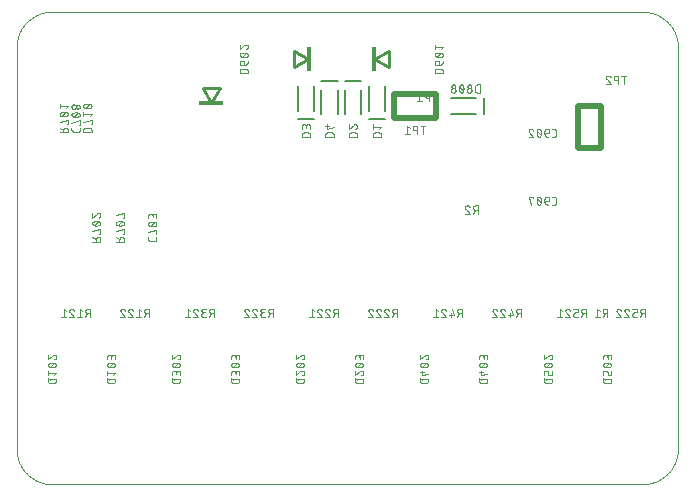
<source format=gbo>
G04 EAGLE Gerber RS-274X export*
G75*
%MOMM*%
%FSLAX35Y35*%
%LPD*%
%INsilk_bottom*%
%IPPOS*%
%AMOC8*
5,1,8,0,0,1.08239X$1,22.5*%
G01*
%ADD10C,0.500000*%
%ADD11C,0.050800*%
%ADD12C,0.000000*%
%ADD13C,0.127000*%
%ADD14C,0.254000*%
%ADD15R,2.100000X0.300000*%
%ADD16R,0.300000X2.100000*%


D10*
X3200000Y3100000D02*
X3200000Y3300000D01*
X3550000Y3300000D01*
X3550000Y3100000D01*
X3200000Y3100000D01*
X4750000Y3200000D02*
X4750000Y2850000D01*
X4950000Y2850000D01*
X4950000Y3200000D01*
X4750000Y3200000D01*
D11*
X5140250Y3390040D02*
X5140250Y3459960D01*
X5159672Y3459960D02*
X5120828Y3459960D01*
X5093499Y3459960D02*
X5093499Y3390040D01*
X5093499Y3459960D02*
X5074077Y3459960D01*
X5074077Y3459961D02*
X5073604Y3459955D01*
X5073131Y3459938D01*
X5072659Y3459909D01*
X5072188Y3459869D01*
X5071718Y3459817D01*
X5071249Y3459754D01*
X5070782Y3459679D01*
X5070317Y3459594D01*
X5069854Y3459496D01*
X5069393Y3459388D01*
X5068936Y3459268D01*
X5068481Y3459137D01*
X5068030Y3458996D01*
X5067582Y3458843D01*
X5067139Y3458679D01*
X5066699Y3458505D01*
X5066263Y3458320D01*
X5065833Y3458125D01*
X5065407Y3457919D01*
X5064986Y3457702D01*
X5064571Y3457476D01*
X5064161Y3457239D01*
X5063758Y3456993D01*
X5063360Y3456737D01*
X5062969Y3456471D01*
X5062584Y3456196D01*
X5062206Y3455911D01*
X5061835Y3455618D01*
X5061472Y3455315D01*
X5061116Y3455004D01*
X5060767Y3454684D01*
X5060427Y3454355D01*
X5060094Y3454019D01*
X5059770Y3453675D01*
X5059455Y3453322D01*
X5059148Y3452962D01*
X5058849Y3452595D01*
X5058560Y3452221D01*
X5058280Y3451839D01*
X5058010Y3451451D01*
X5057749Y3451057D01*
X5057498Y3450656D01*
X5057256Y3450250D01*
X5057025Y3449837D01*
X5056803Y3449419D01*
X5056592Y3448996D01*
X5056391Y3448567D01*
X5056201Y3448134D01*
X5056021Y3447697D01*
X5055852Y3447255D01*
X5055694Y3446809D01*
X5055547Y3446360D01*
X5055411Y3445907D01*
X5055286Y3445451D01*
X5055172Y3444992D01*
X5055069Y3444530D01*
X5054977Y3444066D01*
X5054897Y3443600D01*
X5054828Y3443132D01*
X5054771Y3442662D01*
X5054725Y3442192D01*
X5054690Y3441720D01*
X5054667Y3441247D01*
X5054655Y3440775D01*
X5054655Y3440301D01*
X5054667Y3439829D01*
X5054690Y3439356D01*
X5054725Y3438884D01*
X5054771Y3438414D01*
X5054828Y3437944D01*
X5054897Y3437476D01*
X5054977Y3437010D01*
X5055069Y3436546D01*
X5055172Y3436084D01*
X5055286Y3435625D01*
X5055411Y3435169D01*
X5055547Y3434716D01*
X5055694Y3434267D01*
X5055852Y3433821D01*
X5056021Y3433379D01*
X5056201Y3432942D01*
X5056391Y3432509D01*
X5056592Y3432080D01*
X5056803Y3431657D01*
X5057025Y3431239D01*
X5057256Y3430827D01*
X5057498Y3430420D01*
X5057749Y3430019D01*
X5058010Y3429625D01*
X5058280Y3429237D01*
X5058560Y3428855D01*
X5058849Y3428481D01*
X5059148Y3428114D01*
X5059455Y3427754D01*
X5059770Y3427401D01*
X5060094Y3427057D01*
X5060427Y3426721D01*
X5060767Y3426392D01*
X5061116Y3426072D01*
X5061472Y3425761D01*
X5061835Y3425458D01*
X5062206Y3425165D01*
X5062584Y3424880D01*
X5062969Y3424605D01*
X5063360Y3424339D01*
X5063758Y3424083D01*
X5064161Y3423837D01*
X5064571Y3423600D01*
X5064986Y3423374D01*
X5065407Y3423157D01*
X5065833Y3422951D01*
X5066263Y3422756D01*
X5066699Y3422571D01*
X5067139Y3422397D01*
X5067582Y3422233D01*
X5068030Y3422080D01*
X5068481Y3421939D01*
X5068936Y3421808D01*
X5069393Y3421688D01*
X5069854Y3421580D01*
X5070317Y3421482D01*
X5070782Y3421397D01*
X5071249Y3421322D01*
X5071718Y3421259D01*
X5072188Y3421207D01*
X5072659Y3421167D01*
X5073131Y3421138D01*
X5073604Y3421121D01*
X5074077Y3421115D01*
X5093499Y3421115D01*
X5007808Y3459960D02*
X5007386Y3459955D01*
X5006963Y3459940D01*
X5006542Y3459914D01*
X5006121Y3459878D01*
X5005701Y3459833D01*
X5005282Y3459777D01*
X5004865Y3459710D01*
X5004450Y3459634D01*
X5004036Y3459548D01*
X5003625Y3459452D01*
X5003216Y3459346D01*
X5002810Y3459230D01*
X5002406Y3459104D01*
X5002006Y3458969D01*
X5001610Y3458824D01*
X5001216Y3458670D01*
X5000827Y3458506D01*
X5000442Y3458332D01*
X5000061Y3458150D01*
X4999685Y3457958D01*
X4999313Y3457757D01*
X4998946Y3457547D01*
X4998585Y3457329D01*
X4998229Y3457101D01*
X4997878Y3456866D01*
X4997534Y3456622D01*
X4997195Y3456369D01*
X4996862Y3456109D01*
X4996536Y3455840D01*
X4996217Y3455564D01*
X4995904Y3455280D01*
X4995598Y3454989D01*
X4995299Y3454690D01*
X4995008Y3454384D01*
X4994724Y3454071D01*
X4994448Y3453752D01*
X4994179Y3453426D01*
X4993919Y3453093D01*
X4993666Y3452754D01*
X4993422Y3452410D01*
X4993187Y3452059D01*
X4992959Y3451703D01*
X4992741Y3451342D01*
X4992531Y3450975D01*
X4992330Y3450603D01*
X4992138Y3450227D01*
X4991956Y3449846D01*
X4991782Y3449461D01*
X4991618Y3449072D01*
X4991464Y3448678D01*
X4991319Y3448282D01*
X4991184Y3447882D01*
X4991058Y3447478D01*
X4990942Y3447072D01*
X4990836Y3446663D01*
X4990740Y3446252D01*
X4990654Y3445838D01*
X4990578Y3445423D01*
X4990511Y3445006D01*
X4990455Y3444587D01*
X4990410Y3444167D01*
X4990374Y3443746D01*
X4990348Y3443325D01*
X4990333Y3442902D01*
X4990328Y3442480D01*
X5007808Y3459960D02*
X5008351Y3459953D01*
X5008894Y3459934D01*
X5009436Y3459901D01*
X5009977Y3459855D01*
X5010517Y3459796D01*
X5011055Y3459724D01*
X5011592Y3459639D01*
X5012126Y3459541D01*
X5012658Y3459430D01*
X5013186Y3459306D01*
X5013712Y3459170D01*
X5014234Y3459021D01*
X5014753Y3458859D01*
X5015267Y3458685D01*
X5015777Y3458498D01*
X5016283Y3458300D01*
X5016783Y3458089D01*
X5017278Y3457866D01*
X5017768Y3457631D01*
X5018252Y3457384D01*
X5018729Y3457125D01*
X5019201Y3456856D01*
X5019665Y3456574D01*
X5020123Y3456282D01*
X5020574Y3455979D01*
X5021017Y3455665D01*
X5021452Y3455340D01*
X5021879Y3455005D01*
X5022298Y3454659D01*
X5022709Y3454304D01*
X5023111Y3453939D01*
X5023504Y3453564D01*
X5023888Y3453180D01*
X5024262Y3452786D01*
X5024627Y3452384D01*
X5024982Y3451973D01*
X5025327Y3451553D01*
X5025661Y3451126D01*
X5025986Y3450690D01*
X5026299Y3450246D01*
X5026602Y3449796D01*
X5026894Y3449337D01*
X5027174Y3448872D01*
X5027444Y3448401D01*
X5027701Y3447923D01*
X5027947Y3447439D01*
X5028182Y3446949D01*
X5028404Y3446453D01*
X5028615Y3445953D01*
X5028813Y3445447D01*
X5028999Y3444937D01*
X5029173Y3444422D01*
X4996156Y3428885D02*
X4995826Y3429206D01*
X4995504Y3429536D01*
X4995191Y3429874D01*
X4994886Y3430219D01*
X4994589Y3430572D01*
X4994301Y3430931D01*
X4994022Y3431298D01*
X4993753Y3431671D01*
X4993492Y3432051D01*
X4993241Y3432437D01*
X4992999Y3432830D01*
X4992767Y3433228D01*
X4992545Y3433631D01*
X4992333Y3434040D01*
X4992131Y3434454D01*
X4991939Y3434873D01*
X4991758Y3435297D01*
X4991587Y3435724D01*
X4991426Y3436156D01*
X4991276Y3436592D01*
X4991137Y3437031D01*
X4991009Y3437474D01*
X4990891Y3437919D01*
X4990785Y3438367D01*
X4990690Y3438818D01*
X4990605Y3439271D01*
X4990532Y3439726D01*
X4990470Y3440182D01*
X4990419Y3440640D01*
X4990380Y3441099D01*
X4990352Y3441559D01*
X4990335Y3442019D01*
X4990329Y3442480D01*
X4996155Y3428884D02*
X5029173Y3390040D01*
X4990328Y3390040D01*
X3540250Y3309960D02*
X3540250Y3240040D01*
X3559672Y3309960D02*
X3520828Y3309960D01*
X3493499Y3309960D02*
X3493499Y3240040D01*
X3493499Y3309960D02*
X3474077Y3309960D01*
X3474077Y3309961D02*
X3473604Y3309955D01*
X3473131Y3309938D01*
X3472659Y3309909D01*
X3472188Y3309869D01*
X3471718Y3309817D01*
X3471249Y3309754D01*
X3470782Y3309679D01*
X3470317Y3309594D01*
X3469854Y3309496D01*
X3469393Y3309388D01*
X3468936Y3309268D01*
X3468481Y3309137D01*
X3468030Y3308996D01*
X3467582Y3308843D01*
X3467139Y3308679D01*
X3466699Y3308505D01*
X3466263Y3308320D01*
X3465833Y3308125D01*
X3465407Y3307919D01*
X3464986Y3307702D01*
X3464571Y3307476D01*
X3464161Y3307239D01*
X3463758Y3306993D01*
X3463360Y3306737D01*
X3462969Y3306471D01*
X3462584Y3306196D01*
X3462206Y3305911D01*
X3461835Y3305618D01*
X3461472Y3305315D01*
X3461116Y3305004D01*
X3460767Y3304684D01*
X3460427Y3304355D01*
X3460094Y3304019D01*
X3459770Y3303675D01*
X3459455Y3303322D01*
X3459148Y3302962D01*
X3458849Y3302595D01*
X3458560Y3302221D01*
X3458280Y3301839D01*
X3458010Y3301451D01*
X3457749Y3301057D01*
X3457498Y3300656D01*
X3457256Y3300250D01*
X3457025Y3299837D01*
X3456803Y3299419D01*
X3456592Y3298996D01*
X3456391Y3298567D01*
X3456201Y3298134D01*
X3456021Y3297697D01*
X3455852Y3297255D01*
X3455694Y3296809D01*
X3455547Y3296360D01*
X3455411Y3295907D01*
X3455286Y3295451D01*
X3455172Y3294992D01*
X3455069Y3294530D01*
X3454977Y3294066D01*
X3454897Y3293600D01*
X3454828Y3293132D01*
X3454771Y3292662D01*
X3454725Y3292192D01*
X3454690Y3291720D01*
X3454667Y3291247D01*
X3454655Y3290775D01*
X3454655Y3290301D01*
X3454667Y3289829D01*
X3454690Y3289356D01*
X3454725Y3288884D01*
X3454771Y3288414D01*
X3454828Y3287944D01*
X3454897Y3287476D01*
X3454977Y3287010D01*
X3455069Y3286546D01*
X3455172Y3286084D01*
X3455286Y3285625D01*
X3455411Y3285169D01*
X3455547Y3284716D01*
X3455694Y3284267D01*
X3455852Y3283821D01*
X3456021Y3283379D01*
X3456201Y3282942D01*
X3456391Y3282509D01*
X3456592Y3282080D01*
X3456803Y3281657D01*
X3457025Y3281239D01*
X3457256Y3280827D01*
X3457498Y3280420D01*
X3457749Y3280019D01*
X3458010Y3279625D01*
X3458280Y3279237D01*
X3458560Y3278855D01*
X3458849Y3278481D01*
X3459148Y3278114D01*
X3459455Y3277754D01*
X3459770Y3277401D01*
X3460094Y3277057D01*
X3460427Y3276721D01*
X3460767Y3276392D01*
X3461116Y3276072D01*
X3461472Y3275761D01*
X3461835Y3275458D01*
X3462206Y3275165D01*
X3462584Y3274880D01*
X3462969Y3274605D01*
X3463360Y3274339D01*
X3463758Y3274083D01*
X3464161Y3273837D01*
X3464571Y3273600D01*
X3464986Y3273374D01*
X3465407Y3273157D01*
X3465833Y3272951D01*
X3466263Y3272756D01*
X3466699Y3272571D01*
X3467139Y3272397D01*
X3467582Y3272233D01*
X3468030Y3272080D01*
X3468481Y3271939D01*
X3468936Y3271808D01*
X3469393Y3271688D01*
X3469854Y3271580D01*
X3470317Y3271482D01*
X3470782Y3271397D01*
X3471249Y3271322D01*
X3471718Y3271259D01*
X3472188Y3271207D01*
X3472659Y3271167D01*
X3473131Y3271138D01*
X3473604Y3271121D01*
X3474077Y3271115D01*
X3493499Y3271115D01*
X3429173Y3294422D02*
X3409750Y3309960D01*
X3409750Y3240040D01*
X3390328Y3240040D02*
X3429173Y3240040D01*
D12*
X5600000Y3700000D02*
X5600000Y300000D01*
X5599912Y292751D01*
X5599650Y285506D01*
X5599212Y278270D01*
X5598599Y271046D01*
X5597813Y263839D01*
X5596852Y256653D01*
X5595718Y249493D01*
X5594411Y242362D01*
X5592932Y235265D01*
X5591283Y228205D01*
X5589463Y221188D01*
X5587474Y214216D01*
X5585317Y207295D01*
X5582994Y200428D01*
X5580505Y193619D01*
X5577852Y186872D01*
X5575038Y180191D01*
X5572062Y173580D01*
X5568928Y167043D01*
X5565637Y160583D01*
X5562190Y154205D01*
X5558591Y147912D01*
X5554840Y141708D01*
X5550941Y135596D01*
X5546895Y129581D01*
X5542705Y123664D01*
X5538373Y117851D01*
X5533902Y112144D01*
X5529295Y106547D01*
X5524553Y101063D01*
X5519681Y95695D01*
X5514680Y90447D01*
X5509553Y85320D01*
X5504305Y80319D01*
X5498937Y75447D01*
X5493453Y70705D01*
X5487856Y66098D01*
X5482149Y61627D01*
X5476336Y57295D01*
X5470419Y53105D01*
X5464404Y49059D01*
X5458292Y45160D01*
X5452088Y41409D01*
X5445795Y37810D01*
X5439417Y34363D01*
X5432957Y31072D01*
X5426420Y27938D01*
X5419809Y24962D01*
X5413128Y22148D01*
X5406381Y19495D01*
X5399572Y17006D01*
X5392705Y14683D01*
X5385784Y12526D01*
X5378812Y10537D01*
X5371795Y8717D01*
X5364735Y7068D01*
X5357638Y5589D01*
X5350507Y4282D01*
X5343347Y3148D01*
X5336161Y2187D01*
X5328954Y1401D01*
X5321730Y788D01*
X5314494Y350D01*
X5307249Y88D01*
X5300000Y0D01*
X300000Y0D01*
X292751Y88D01*
X285506Y350D01*
X278270Y788D01*
X271046Y1401D01*
X263839Y2187D01*
X256653Y3148D01*
X249493Y4282D01*
X242362Y5589D01*
X235265Y7068D01*
X228205Y8717D01*
X221188Y10537D01*
X214216Y12526D01*
X207295Y14683D01*
X200428Y17006D01*
X193619Y19495D01*
X186872Y22148D01*
X180191Y24962D01*
X173580Y27938D01*
X167043Y31072D01*
X160583Y34363D01*
X154205Y37810D01*
X147912Y41409D01*
X141708Y45160D01*
X135596Y49059D01*
X129581Y53105D01*
X123664Y57295D01*
X117851Y61627D01*
X112144Y66098D01*
X106547Y70705D01*
X101063Y75447D01*
X95695Y80319D01*
X90447Y85320D01*
X85320Y90447D01*
X80319Y95695D01*
X75447Y101063D01*
X70705Y106547D01*
X66098Y112144D01*
X61627Y117851D01*
X57295Y123664D01*
X53105Y129581D01*
X49059Y135596D01*
X45160Y141708D01*
X41409Y147912D01*
X37810Y154205D01*
X34363Y160583D01*
X31072Y167043D01*
X27938Y173580D01*
X24962Y180191D01*
X22148Y186872D01*
X19495Y193619D01*
X17006Y200428D01*
X14683Y207295D01*
X12526Y214216D01*
X10537Y221188D01*
X8717Y228205D01*
X7068Y235265D01*
X5589Y242362D01*
X4282Y249493D01*
X3148Y256653D01*
X2187Y263839D01*
X1401Y271046D01*
X788Y278270D01*
X350Y285506D01*
X88Y292751D01*
X0Y300000D01*
X0Y3700000D01*
X88Y3707249D01*
X350Y3714494D01*
X788Y3721730D01*
X1401Y3728954D01*
X2187Y3736161D01*
X3148Y3743347D01*
X4282Y3750507D01*
X5589Y3757638D01*
X7068Y3764735D01*
X8717Y3771795D01*
X10537Y3778812D01*
X12526Y3785784D01*
X14683Y3792705D01*
X17006Y3799572D01*
X19495Y3806381D01*
X22148Y3813128D01*
X24962Y3819809D01*
X27938Y3826420D01*
X31072Y3832957D01*
X34363Y3839417D01*
X37810Y3845795D01*
X41409Y3852088D01*
X45160Y3858292D01*
X49059Y3864404D01*
X53105Y3870419D01*
X57295Y3876336D01*
X61627Y3882149D01*
X66098Y3887856D01*
X70705Y3893453D01*
X75447Y3898937D01*
X80319Y3904305D01*
X85320Y3909553D01*
X90447Y3914680D01*
X95695Y3919681D01*
X101063Y3924553D01*
X106547Y3929295D01*
X112144Y3933902D01*
X117851Y3938373D01*
X123664Y3942705D01*
X129581Y3946895D01*
X135596Y3950941D01*
X141708Y3954840D01*
X147912Y3958591D01*
X154205Y3962190D01*
X160583Y3965637D01*
X167043Y3968928D01*
X173580Y3972062D01*
X180191Y3975038D01*
X186872Y3977852D01*
X193619Y3980505D01*
X200428Y3982994D01*
X207295Y3985317D01*
X214216Y3987474D01*
X221188Y3989463D01*
X228205Y3991283D01*
X235265Y3992932D01*
X242362Y3994411D01*
X249493Y3995718D01*
X256653Y3996852D01*
X263839Y3997813D01*
X271046Y3998599D01*
X278270Y3999212D01*
X285506Y3999650D01*
X292751Y3999912D01*
X300000Y4000000D01*
X5300000Y4000000D01*
X5307249Y3999912D01*
X5314494Y3999650D01*
X5321730Y3999212D01*
X5328954Y3998599D01*
X5336161Y3997813D01*
X5343347Y3996852D01*
X5350507Y3995718D01*
X5357638Y3994411D01*
X5364735Y3992932D01*
X5371795Y3991283D01*
X5378812Y3989463D01*
X5385784Y3987474D01*
X5392705Y3985317D01*
X5399572Y3982994D01*
X5406381Y3980505D01*
X5413128Y3977852D01*
X5419809Y3975038D01*
X5426420Y3972062D01*
X5432957Y3968928D01*
X5439417Y3965637D01*
X5445795Y3962190D01*
X5452088Y3958591D01*
X5458292Y3954840D01*
X5464404Y3950941D01*
X5470419Y3946895D01*
X5476336Y3942705D01*
X5482149Y3938373D01*
X5487856Y3933902D01*
X5493453Y3929295D01*
X5498937Y3924553D01*
X5504305Y3919681D01*
X5509553Y3914680D01*
X5514680Y3909553D01*
X5519681Y3904305D01*
X5524553Y3898937D01*
X5529295Y3893453D01*
X5533902Y3887856D01*
X5538373Y3882149D01*
X5542705Y3876336D01*
X5546895Y3870419D01*
X5550941Y3864404D01*
X5554840Y3858292D01*
X5558591Y3852088D01*
X5562190Y3845795D01*
X5565637Y3839417D01*
X5568928Y3832957D01*
X5572062Y3826420D01*
X5575038Y3819809D01*
X5577852Y3813128D01*
X5580505Y3806381D01*
X5582994Y3799572D01*
X5585317Y3792705D01*
X5587474Y3785784D01*
X5589463Y3778812D01*
X5591283Y3771795D01*
X5592932Y3764735D01*
X5594411Y3757638D01*
X5595718Y3750507D01*
X5596852Y3743347D01*
X5597813Y3736161D01*
X5598599Y3728954D01*
X5599212Y3721730D01*
X5599650Y3714494D01*
X5599912Y3707249D01*
X5600000Y3700000D01*
D11*
X3440250Y3034960D02*
X3440250Y2965040D01*
X3459672Y3034960D02*
X3420828Y3034960D01*
X3393499Y3034960D02*
X3393499Y2965040D01*
X3393499Y3034960D02*
X3374077Y3034960D01*
X3374077Y3034961D02*
X3373604Y3034955D01*
X3373131Y3034938D01*
X3372659Y3034909D01*
X3372188Y3034869D01*
X3371718Y3034817D01*
X3371249Y3034754D01*
X3370782Y3034679D01*
X3370317Y3034594D01*
X3369854Y3034496D01*
X3369393Y3034388D01*
X3368936Y3034268D01*
X3368481Y3034137D01*
X3368030Y3033996D01*
X3367582Y3033843D01*
X3367139Y3033679D01*
X3366699Y3033505D01*
X3366263Y3033320D01*
X3365833Y3033125D01*
X3365407Y3032919D01*
X3364986Y3032702D01*
X3364571Y3032476D01*
X3364161Y3032239D01*
X3363758Y3031993D01*
X3363360Y3031737D01*
X3362969Y3031471D01*
X3362584Y3031196D01*
X3362206Y3030911D01*
X3361835Y3030618D01*
X3361472Y3030315D01*
X3361116Y3030004D01*
X3360767Y3029684D01*
X3360427Y3029355D01*
X3360094Y3029019D01*
X3359770Y3028675D01*
X3359455Y3028322D01*
X3359148Y3027962D01*
X3358849Y3027595D01*
X3358560Y3027221D01*
X3358280Y3026839D01*
X3358010Y3026451D01*
X3357749Y3026057D01*
X3357498Y3025656D01*
X3357256Y3025250D01*
X3357025Y3024837D01*
X3356803Y3024419D01*
X3356592Y3023996D01*
X3356391Y3023567D01*
X3356201Y3023134D01*
X3356021Y3022697D01*
X3355852Y3022255D01*
X3355694Y3021809D01*
X3355547Y3021360D01*
X3355411Y3020907D01*
X3355286Y3020451D01*
X3355172Y3019992D01*
X3355069Y3019530D01*
X3354977Y3019066D01*
X3354897Y3018600D01*
X3354828Y3018132D01*
X3354771Y3017662D01*
X3354725Y3017192D01*
X3354690Y3016720D01*
X3354667Y3016247D01*
X3354655Y3015775D01*
X3354655Y3015301D01*
X3354667Y3014829D01*
X3354690Y3014356D01*
X3354725Y3013884D01*
X3354771Y3013414D01*
X3354828Y3012944D01*
X3354897Y3012476D01*
X3354977Y3012010D01*
X3355069Y3011546D01*
X3355172Y3011084D01*
X3355286Y3010625D01*
X3355411Y3010169D01*
X3355547Y3009716D01*
X3355694Y3009267D01*
X3355852Y3008821D01*
X3356021Y3008379D01*
X3356201Y3007942D01*
X3356391Y3007509D01*
X3356592Y3007080D01*
X3356803Y3006657D01*
X3357025Y3006239D01*
X3357256Y3005827D01*
X3357498Y3005420D01*
X3357749Y3005019D01*
X3358010Y3004625D01*
X3358280Y3004237D01*
X3358560Y3003855D01*
X3358849Y3003481D01*
X3359148Y3003114D01*
X3359455Y3002754D01*
X3359770Y3002401D01*
X3360094Y3002057D01*
X3360427Y3001721D01*
X3360767Y3001392D01*
X3361116Y3001072D01*
X3361472Y3000761D01*
X3361835Y3000458D01*
X3362206Y3000165D01*
X3362584Y2999880D01*
X3362969Y2999605D01*
X3363360Y2999339D01*
X3363758Y2999083D01*
X3364161Y2998837D01*
X3364571Y2998600D01*
X3364986Y2998374D01*
X3365407Y2998157D01*
X3365833Y2997951D01*
X3366263Y2997756D01*
X3366699Y2997571D01*
X3367139Y2997397D01*
X3367582Y2997233D01*
X3368030Y2997080D01*
X3368481Y2996939D01*
X3368936Y2996808D01*
X3369393Y2996688D01*
X3369854Y2996580D01*
X3370317Y2996482D01*
X3370782Y2996397D01*
X3371249Y2996322D01*
X3371718Y2996259D01*
X3372188Y2996207D01*
X3372659Y2996167D01*
X3373131Y2996138D01*
X3373604Y2996121D01*
X3374077Y2996115D01*
X3393499Y2996115D01*
X3329173Y3019422D02*
X3309750Y3034960D01*
X3309750Y2965040D01*
X3290328Y2965040D02*
X3329173Y2965040D01*
X3902971Y2359960D02*
X3902971Y2290040D01*
X3902971Y2359960D02*
X3883549Y2359960D01*
X3883549Y2359961D02*
X3883076Y2359955D01*
X3882603Y2359938D01*
X3882131Y2359909D01*
X3881660Y2359869D01*
X3881190Y2359817D01*
X3880721Y2359754D01*
X3880254Y2359679D01*
X3879789Y2359594D01*
X3879326Y2359496D01*
X3878865Y2359388D01*
X3878408Y2359268D01*
X3877953Y2359137D01*
X3877502Y2358996D01*
X3877054Y2358843D01*
X3876611Y2358679D01*
X3876171Y2358505D01*
X3875735Y2358320D01*
X3875305Y2358125D01*
X3874879Y2357919D01*
X3874458Y2357702D01*
X3874043Y2357476D01*
X3873633Y2357239D01*
X3873230Y2356993D01*
X3872832Y2356737D01*
X3872441Y2356471D01*
X3872056Y2356196D01*
X3871678Y2355911D01*
X3871307Y2355618D01*
X3870944Y2355315D01*
X3870588Y2355004D01*
X3870239Y2354684D01*
X3869899Y2354355D01*
X3869566Y2354019D01*
X3869242Y2353675D01*
X3868927Y2353322D01*
X3868620Y2352962D01*
X3868321Y2352595D01*
X3868032Y2352221D01*
X3867752Y2351839D01*
X3867482Y2351451D01*
X3867221Y2351057D01*
X3866970Y2350656D01*
X3866728Y2350250D01*
X3866497Y2349837D01*
X3866275Y2349419D01*
X3866064Y2348996D01*
X3865863Y2348567D01*
X3865673Y2348134D01*
X3865493Y2347697D01*
X3865324Y2347255D01*
X3865166Y2346809D01*
X3865019Y2346360D01*
X3864883Y2345907D01*
X3864758Y2345451D01*
X3864644Y2344992D01*
X3864541Y2344530D01*
X3864449Y2344066D01*
X3864369Y2343600D01*
X3864300Y2343132D01*
X3864243Y2342662D01*
X3864197Y2342192D01*
X3864162Y2341720D01*
X3864139Y2341247D01*
X3864127Y2340775D01*
X3864127Y2340301D01*
X3864139Y2339829D01*
X3864162Y2339356D01*
X3864197Y2338884D01*
X3864243Y2338414D01*
X3864300Y2337944D01*
X3864369Y2337476D01*
X3864449Y2337010D01*
X3864541Y2336546D01*
X3864644Y2336084D01*
X3864758Y2335625D01*
X3864883Y2335169D01*
X3865019Y2334716D01*
X3865166Y2334267D01*
X3865324Y2333821D01*
X3865493Y2333379D01*
X3865673Y2332942D01*
X3865863Y2332509D01*
X3866064Y2332080D01*
X3866275Y2331657D01*
X3866497Y2331239D01*
X3866728Y2330827D01*
X3866970Y2330420D01*
X3867221Y2330019D01*
X3867482Y2329625D01*
X3867752Y2329237D01*
X3868032Y2328855D01*
X3868321Y2328481D01*
X3868620Y2328114D01*
X3868927Y2327754D01*
X3869242Y2327401D01*
X3869566Y2327057D01*
X3869899Y2326721D01*
X3870239Y2326392D01*
X3870588Y2326072D01*
X3870944Y2325761D01*
X3871307Y2325458D01*
X3871678Y2325165D01*
X3872056Y2324880D01*
X3872441Y2324605D01*
X3872832Y2324339D01*
X3873230Y2324083D01*
X3873633Y2323837D01*
X3874043Y2323600D01*
X3874458Y2323374D01*
X3874879Y2323157D01*
X3875305Y2322951D01*
X3875735Y2322756D01*
X3876171Y2322571D01*
X3876611Y2322397D01*
X3877054Y2322233D01*
X3877502Y2322080D01*
X3877953Y2321939D01*
X3878408Y2321808D01*
X3878865Y2321688D01*
X3879326Y2321580D01*
X3879789Y2321482D01*
X3880254Y2321397D01*
X3880721Y2321322D01*
X3881190Y2321259D01*
X3881660Y2321207D01*
X3882131Y2321167D01*
X3882603Y2321138D01*
X3883076Y2321121D01*
X3883549Y2321115D01*
X3902971Y2321115D01*
X3879665Y2321115D02*
X3864127Y2290040D01*
X3797028Y2342480D02*
X3797033Y2342902D01*
X3797048Y2343325D01*
X3797074Y2343746D01*
X3797110Y2344167D01*
X3797155Y2344587D01*
X3797211Y2345006D01*
X3797278Y2345423D01*
X3797354Y2345838D01*
X3797440Y2346252D01*
X3797536Y2346663D01*
X3797642Y2347072D01*
X3797758Y2347478D01*
X3797884Y2347882D01*
X3798019Y2348282D01*
X3798164Y2348678D01*
X3798318Y2349072D01*
X3798482Y2349461D01*
X3798656Y2349846D01*
X3798838Y2350227D01*
X3799030Y2350603D01*
X3799231Y2350975D01*
X3799441Y2351342D01*
X3799659Y2351703D01*
X3799887Y2352059D01*
X3800122Y2352410D01*
X3800366Y2352754D01*
X3800619Y2353093D01*
X3800879Y2353426D01*
X3801148Y2353752D01*
X3801424Y2354071D01*
X3801708Y2354384D01*
X3801999Y2354690D01*
X3802298Y2354989D01*
X3802604Y2355280D01*
X3802917Y2355564D01*
X3803236Y2355840D01*
X3803562Y2356109D01*
X3803895Y2356369D01*
X3804234Y2356622D01*
X3804578Y2356866D01*
X3804929Y2357101D01*
X3805285Y2357329D01*
X3805646Y2357547D01*
X3806013Y2357757D01*
X3806385Y2357958D01*
X3806761Y2358150D01*
X3807142Y2358332D01*
X3807527Y2358506D01*
X3807916Y2358670D01*
X3808310Y2358824D01*
X3808706Y2358969D01*
X3809106Y2359104D01*
X3809510Y2359230D01*
X3809916Y2359346D01*
X3810325Y2359452D01*
X3810736Y2359548D01*
X3811150Y2359634D01*
X3811565Y2359710D01*
X3811982Y2359777D01*
X3812401Y2359833D01*
X3812821Y2359878D01*
X3813242Y2359914D01*
X3813663Y2359940D01*
X3814086Y2359955D01*
X3814508Y2359960D01*
X3815051Y2359953D01*
X3815594Y2359934D01*
X3816136Y2359901D01*
X3816677Y2359855D01*
X3817217Y2359796D01*
X3817755Y2359724D01*
X3818292Y2359639D01*
X3818826Y2359541D01*
X3819358Y2359430D01*
X3819886Y2359306D01*
X3820412Y2359170D01*
X3820934Y2359021D01*
X3821453Y2358859D01*
X3821967Y2358685D01*
X3822477Y2358498D01*
X3822983Y2358300D01*
X3823483Y2358089D01*
X3823978Y2357866D01*
X3824468Y2357631D01*
X3824952Y2357384D01*
X3825429Y2357125D01*
X3825901Y2356856D01*
X3826365Y2356574D01*
X3826823Y2356282D01*
X3827274Y2355979D01*
X3827717Y2355665D01*
X3828152Y2355340D01*
X3828579Y2355005D01*
X3828998Y2354659D01*
X3829409Y2354304D01*
X3829811Y2353939D01*
X3830204Y2353564D01*
X3830588Y2353180D01*
X3830962Y2352786D01*
X3831327Y2352384D01*
X3831682Y2351973D01*
X3832027Y2351553D01*
X3832361Y2351126D01*
X3832686Y2350690D01*
X3832999Y2350246D01*
X3833302Y2349796D01*
X3833594Y2349337D01*
X3833874Y2348872D01*
X3834144Y2348401D01*
X3834401Y2347923D01*
X3834647Y2347439D01*
X3834882Y2346949D01*
X3835104Y2346453D01*
X3835315Y2345953D01*
X3835513Y2345447D01*
X3835699Y2344937D01*
X3835873Y2344422D01*
X3802856Y2328885D02*
X3802526Y2329206D01*
X3802204Y2329536D01*
X3801891Y2329874D01*
X3801586Y2330219D01*
X3801289Y2330572D01*
X3801001Y2330931D01*
X3800722Y2331298D01*
X3800453Y2331671D01*
X3800192Y2332051D01*
X3799941Y2332437D01*
X3799699Y2332830D01*
X3799467Y2333228D01*
X3799245Y2333631D01*
X3799033Y2334040D01*
X3798831Y2334454D01*
X3798639Y2334873D01*
X3798458Y2335297D01*
X3798287Y2335724D01*
X3798126Y2336156D01*
X3797976Y2336592D01*
X3797837Y2337031D01*
X3797709Y2337474D01*
X3797591Y2337919D01*
X3797485Y2338367D01*
X3797390Y2338818D01*
X3797305Y2339271D01*
X3797232Y2339726D01*
X3797170Y2340182D01*
X3797119Y2340640D01*
X3797080Y2341099D01*
X3797052Y2341559D01*
X3797035Y2342019D01*
X3797029Y2342480D01*
X3802855Y2328884D02*
X3835873Y2290040D01*
X3797028Y2290040D01*
D13*
X3120000Y3160000D02*
X3120000Y3370000D01*
X2980000Y3370000D02*
X2980000Y3160000D01*
X2980000Y3090000D02*
X3120000Y3090000D01*
D11*
X3084960Y2938866D02*
X3015040Y2938866D01*
X3084960Y2938866D02*
X3084960Y2958288D01*
X3084954Y2958757D01*
X3084937Y2959226D01*
X3084909Y2959695D01*
X3084869Y2960163D01*
X3084818Y2960629D01*
X3084756Y2961094D01*
X3084683Y2961558D01*
X3084598Y2962020D01*
X3084502Y2962479D01*
X3084396Y2962936D01*
X3084278Y2963390D01*
X3084149Y2963842D01*
X3084009Y2964290D01*
X3083859Y2964734D01*
X3083698Y2965175D01*
X3083526Y2965612D01*
X3083344Y2966045D01*
X3083151Y2966473D01*
X3082948Y2966896D01*
X3082735Y2967314D01*
X3082512Y2967727D01*
X3082279Y2968134D01*
X3082036Y2968536D01*
X3081784Y2968932D01*
X3081522Y2969321D01*
X3081251Y2969704D01*
X3080970Y2970080D01*
X3080681Y2970450D01*
X3080382Y2970812D01*
X3080075Y2971167D01*
X3079760Y2971515D01*
X3079436Y2971855D01*
X3079104Y2972186D01*
X3078765Y2972510D01*
X3078417Y2972826D01*
X3078062Y2973133D01*
X3077700Y2973431D01*
X3077330Y2973720D01*
X3076954Y2974001D01*
X3076571Y2974272D01*
X3076181Y2974534D01*
X3075786Y2974786D01*
X3075384Y2975029D01*
X3074977Y2975262D01*
X3074564Y2975485D01*
X3074145Y2975699D01*
X3073722Y2975901D01*
X3073294Y2976094D01*
X3072862Y2976276D01*
X3072425Y2976448D01*
X3071984Y2976609D01*
X3071539Y2976759D01*
X3071091Y2976899D01*
X3070640Y2977028D01*
X3070186Y2977146D01*
X3069729Y2977252D01*
X3069269Y2977348D01*
X3068808Y2977433D01*
X3068344Y2977506D01*
X3067879Y2977568D01*
X3067412Y2977619D01*
X3066945Y2977659D01*
X3066476Y2977687D01*
X3066007Y2977704D01*
X3065538Y2977710D01*
X3034462Y2977710D01*
X3034462Y2977711D02*
X3033985Y2977705D01*
X3033509Y2977688D01*
X3033033Y2977658D01*
X3032558Y2977617D01*
X3032084Y2977565D01*
X3031612Y2977501D01*
X3031141Y2977425D01*
X3030673Y2977338D01*
X3030206Y2977239D01*
X3029743Y2977129D01*
X3029282Y2977007D01*
X3028824Y2976875D01*
X3028369Y2976731D01*
X3027919Y2976576D01*
X3027472Y2976410D01*
X3027029Y2976233D01*
X3026591Y2976045D01*
X3026158Y2975846D01*
X3025729Y2975637D01*
X3025306Y2975418D01*
X3024889Y2975188D01*
X3024477Y2974948D01*
X3024071Y2974698D01*
X3023671Y2974438D01*
X3023278Y2974168D01*
X3022892Y2973889D01*
X3022512Y2973600D01*
X3022140Y2973302D01*
X3021776Y2972995D01*
X3021418Y2972680D01*
X3021069Y2972355D01*
X3020728Y2972022D01*
X3020395Y2971681D01*
X3020071Y2971332D01*
X3019755Y2970975D01*
X3019448Y2970610D01*
X3019150Y2970238D01*
X3018861Y2969858D01*
X3018582Y2969472D01*
X3018312Y2969079D01*
X3018053Y2968679D01*
X3017802Y2968274D01*
X3017562Y2967862D01*
X3017333Y2967444D01*
X3017113Y2967021D01*
X3016904Y2966593D01*
X3016705Y2966159D01*
X3016518Y2965721D01*
X3016341Y2965278D01*
X3016174Y2964832D01*
X3016019Y2964381D01*
X3015875Y2963926D01*
X3015743Y2963469D01*
X3015621Y2963008D01*
X3015511Y2962544D01*
X3015412Y2962078D01*
X3015325Y2961609D01*
X3015249Y2961138D01*
X3015185Y2960666D01*
X3015133Y2960192D01*
X3015092Y2959717D01*
X3015062Y2959241D01*
X3015045Y2958765D01*
X3015039Y2958288D01*
X3015040Y2958288D02*
X3015040Y2938866D01*
X3069422Y3008616D02*
X3084960Y3028038D01*
X3015040Y3028038D01*
X3015040Y3008616D02*
X3015040Y3047460D01*
D13*
X2780000Y3130000D02*
X2780000Y3340000D01*
X2920000Y3340000D02*
X2920000Y3130000D01*
X2920000Y3410000D02*
X2780000Y3410000D01*
D11*
X2815040Y2938866D02*
X2884960Y2938866D01*
X2884960Y2958288D01*
X2884954Y2958757D01*
X2884937Y2959226D01*
X2884909Y2959695D01*
X2884869Y2960163D01*
X2884818Y2960629D01*
X2884756Y2961094D01*
X2884683Y2961558D01*
X2884598Y2962020D01*
X2884502Y2962479D01*
X2884396Y2962936D01*
X2884278Y2963390D01*
X2884149Y2963842D01*
X2884009Y2964290D01*
X2883859Y2964734D01*
X2883698Y2965175D01*
X2883526Y2965612D01*
X2883344Y2966045D01*
X2883151Y2966473D01*
X2882948Y2966896D01*
X2882735Y2967314D01*
X2882512Y2967727D01*
X2882279Y2968134D01*
X2882036Y2968536D01*
X2881784Y2968932D01*
X2881522Y2969321D01*
X2881251Y2969704D01*
X2880970Y2970080D01*
X2880681Y2970450D01*
X2880382Y2970812D01*
X2880075Y2971167D01*
X2879760Y2971515D01*
X2879436Y2971855D01*
X2879104Y2972186D01*
X2878765Y2972510D01*
X2878417Y2972826D01*
X2878062Y2973133D01*
X2877700Y2973431D01*
X2877330Y2973720D01*
X2876954Y2974001D01*
X2876571Y2974272D01*
X2876181Y2974534D01*
X2875786Y2974786D01*
X2875384Y2975029D01*
X2874977Y2975262D01*
X2874564Y2975485D01*
X2874145Y2975699D01*
X2873722Y2975901D01*
X2873294Y2976094D01*
X2872862Y2976276D01*
X2872425Y2976448D01*
X2871984Y2976609D01*
X2871539Y2976759D01*
X2871091Y2976899D01*
X2870640Y2977028D01*
X2870186Y2977146D01*
X2869729Y2977252D01*
X2869269Y2977348D01*
X2868808Y2977433D01*
X2868344Y2977506D01*
X2867879Y2977568D01*
X2867412Y2977619D01*
X2866945Y2977659D01*
X2866476Y2977687D01*
X2866007Y2977704D01*
X2865538Y2977710D01*
X2834462Y2977710D01*
X2834462Y2977711D02*
X2833985Y2977705D01*
X2833509Y2977688D01*
X2833033Y2977658D01*
X2832558Y2977617D01*
X2832084Y2977565D01*
X2831612Y2977501D01*
X2831141Y2977425D01*
X2830673Y2977338D01*
X2830206Y2977239D01*
X2829743Y2977129D01*
X2829282Y2977007D01*
X2828824Y2976875D01*
X2828369Y2976731D01*
X2827919Y2976576D01*
X2827472Y2976410D01*
X2827029Y2976233D01*
X2826591Y2976045D01*
X2826158Y2975846D01*
X2825729Y2975637D01*
X2825306Y2975418D01*
X2824889Y2975188D01*
X2824477Y2974948D01*
X2824071Y2974698D01*
X2823671Y2974438D01*
X2823278Y2974168D01*
X2822892Y2973889D01*
X2822512Y2973600D01*
X2822140Y2973302D01*
X2821776Y2972995D01*
X2821418Y2972680D01*
X2821069Y2972355D01*
X2820728Y2972022D01*
X2820395Y2971681D01*
X2820071Y2971332D01*
X2819755Y2970975D01*
X2819448Y2970610D01*
X2819150Y2970238D01*
X2818861Y2969858D01*
X2818582Y2969472D01*
X2818312Y2969079D01*
X2818053Y2968679D01*
X2817802Y2968274D01*
X2817562Y2967862D01*
X2817333Y2967444D01*
X2817113Y2967021D01*
X2816904Y2966593D01*
X2816705Y2966159D01*
X2816518Y2965721D01*
X2816341Y2965278D01*
X2816174Y2964832D01*
X2816019Y2964381D01*
X2815875Y2963926D01*
X2815743Y2963469D01*
X2815621Y2963008D01*
X2815511Y2962544D01*
X2815412Y2962078D01*
X2815325Y2961609D01*
X2815249Y2961138D01*
X2815185Y2960666D01*
X2815133Y2960192D01*
X2815092Y2959717D01*
X2815062Y2959241D01*
X2815045Y2958765D01*
X2815039Y2958288D01*
X2815040Y2958288D02*
X2815040Y2938866D01*
X2884960Y3029980D02*
X2884955Y3030402D01*
X2884940Y3030825D01*
X2884914Y3031246D01*
X2884878Y3031667D01*
X2884833Y3032087D01*
X2884777Y3032506D01*
X2884710Y3032923D01*
X2884634Y3033338D01*
X2884548Y3033752D01*
X2884452Y3034163D01*
X2884346Y3034572D01*
X2884230Y3034978D01*
X2884104Y3035382D01*
X2883969Y3035782D01*
X2883824Y3036178D01*
X2883670Y3036572D01*
X2883506Y3036961D01*
X2883332Y3037346D01*
X2883150Y3037727D01*
X2882958Y3038103D01*
X2882757Y3038475D01*
X2882547Y3038842D01*
X2882329Y3039203D01*
X2882101Y3039559D01*
X2881866Y3039910D01*
X2881622Y3040254D01*
X2881369Y3040593D01*
X2881109Y3040926D01*
X2880840Y3041252D01*
X2880564Y3041571D01*
X2880280Y3041884D01*
X2879989Y3042190D01*
X2879690Y3042489D01*
X2879384Y3042780D01*
X2879071Y3043064D01*
X2878752Y3043340D01*
X2878426Y3043609D01*
X2878093Y3043869D01*
X2877754Y3044122D01*
X2877410Y3044366D01*
X2877059Y3044601D01*
X2876703Y3044829D01*
X2876342Y3045047D01*
X2875975Y3045257D01*
X2875603Y3045458D01*
X2875227Y3045650D01*
X2874846Y3045832D01*
X2874461Y3046006D01*
X2874072Y3046170D01*
X2873678Y3046324D01*
X2873282Y3046469D01*
X2872882Y3046604D01*
X2872478Y3046730D01*
X2872072Y3046846D01*
X2871663Y3046952D01*
X2871252Y3047048D01*
X2870838Y3047134D01*
X2870423Y3047210D01*
X2870006Y3047277D01*
X2869587Y3047333D01*
X2869167Y3047378D01*
X2868746Y3047414D01*
X2868325Y3047440D01*
X2867902Y3047455D01*
X2867480Y3047460D01*
X2884960Y3029980D02*
X2884953Y3029437D01*
X2884934Y3028894D01*
X2884901Y3028352D01*
X2884855Y3027811D01*
X2884796Y3027271D01*
X2884724Y3026733D01*
X2884639Y3026196D01*
X2884541Y3025662D01*
X2884430Y3025130D01*
X2884306Y3024602D01*
X2884170Y3024076D01*
X2884021Y3023554D01*
X2883859Y3023035D01*
X2883685Y3022521D01*
X2883498Y3022011D01*
X2883300Y3021505D01*
X2883089Y3021005D01*
X2882866Y3020510D01*
X2882631Y3020020D01*
X2882384Y3019536D01*
X2882125Y3019059D01*
X2881856Y3018587D01*
X2881574Y3018123D01*
X2881282Y3017665D01*
X2880979Y3017214D01*
X2880665Y3016771D01*
X2880340Y3016336D01*
X2880005Y3015909D01*
X2879659Y3015490D01*
X2879304Y3015079D01*
X2878939Y3014677D01*
X2878564Y3014284D01*
X2878180Y3013900D01*
X2877786Y3013526D01*
X2877384Y3013161D01*
X2876973Y3012806D01*
X2876553Y3012461D01*
X2876126Y3012127D01*
X2875690Y3011802D01*
X2875246Y3011489D01*
X2874796Y3011186D01*
X2874337Y3010894D01*
X2873872Y3010614D01*
X2873401Y3010344D01*
X2872923Y3010087D01*
X2872439Y3009841D01*
X2871949Y3009606D01*
X2871453Y3009384D01*
X2870953Y3009173D01*
X2870447Y3008975D01*
X2869937Y3008789D01*
X2869422Y3008615D01*
X2853885Y3041633D02*
X2854206Y3041963D01*
X2854536Y3042285D01*
X2854874Y3042598D01*
X2855219Y3042903D01*
X2855572Y3043200D01*
X2855931Y3043488D01*
X2856298Y3043767D01*
X2856671Y3044036D01*
X2857051Y3044297D01*
X2857437Y3044548D01*
X2857830Y3044790D01*
X2858228Y3045022D01*
X2858631Y3045244D01*
X2859040Y3045456D01*
X2859454Y3045658D01*
X2859873Y3045850D01*
X2860297Y3046031D01*
X2860724Y3046202D01*
X2861156Y3046363D01*
X2861592Y3046513D01*
X2862031Y3046652D01*
X2862474Y3046780D01*
X2862919Y3046898D01*
X2863367Y3047004D01*
X2863818Y3047099D01*
X2864271Y3047184D01*
X2864726Y3047257D01*
X2865182Y3047319D01*
X2865640Y3047370D01*
X2866099Y3047409D01*
X2866559Y3047437D01*
X2867019Y3047454D01*
X2867480Y3047460D01*
X2853884Y3041633D02*
X2815040Y3008616D01*
X2815040Y3047460D01*
D13*
X2520000Y3160000D02*
X2520000Y3370000D01*
X2380000Y3370000D02*
X2380000Y3160000D01*
X2380000Y3090000D02*
X2520000Y3090000D01*
D11*
X2484960Y2938866D02*
X2415040Y2938866D01*
X2484960Y2938866D02*
X2484960Y2958288D01*
X2484954Y2958757D01*
X2484937Y2959226D01*
X2484909Y2959695D01*
X2484869Y2960163D01*
X2484818Y2960629D01*
X2484756Y2961094D01*
X2484683Y2961558D01*
X2484598Y2962020D01*
X2484502Y2962479D01*
X2484396Y2962936D01*
X2484278Y2963390D01*
X2484149Y2963842D01*
X2484009Y2964290D01*
X2483859Y2964734D01*
X2483698Y2965175D01*
X2483526Y2965612D01*
X2483344Y2966045D01*
X2483151Y2966473D01*
X2482948Y2966896D01*
X2482735Y2967314D01*
X2482512Y2967727D01*
X2482279Y2968134D01*
X2482036Y2968536D01*
X2481784Y2968932D01*
X2481522Y2969321D01*
X2481251Y2969704D01*
X2480970Y2970080D01*
X2480681Y2970450D01*
X2480382Y2970812D01*
X2480075Y2971167D01*
X2479760Y2971515D01*
X2479436Y2971855D01*
X2479104Y2972186D01*
X2478765Y2972510D01*
X2478417Y2972826D01*
X2478062Y2973133D01*
X2477700Y2973431D01*
X2477330Y2973720D01*
X2476954Y2974001D01*
X2476571Y2974272D01*
X2476181Y2974534D01*
X2475786Y2974786D01*
X2475384Y2975029D01*
X2474977Y2975262D01*
X2474564Y2975485D01*
X2474145Y2975699D01*
X2473722Y2975901D01*
X2473294Y2976094D01*
X2472862Y2976276D01*
X2472425Y2976448D01*
X2471984Y2976609D01*
X2471539Y2976759D01*
X2471091Y2976899D01*
X2470640Y2977028D01*
X2470186Y2977146D01*
X2469729Y2977252D01*
X2469269Y2977348D01*
X2468808Y2977433D01*
X2468344Y2977506D01*
X2467879Y2977568D01*
X2467412Y2977619D01*
X2466945Y2977659D01*
X2466476Y2977687D01*
X2466007Y2977704D01*
X2465538Y2977710D01*
X2434462Y2977710D01*
X2434462Y2977711D02*
X2433985Y2977705D01*
X2433509Y2977688D01*
X2433033Y2977658D01*
X2432558Y2977617D01*
X2432084Y2977565D01*
X2431612Y2977501D01*
X2431141Y2977425D01*
X2430673Y2977338D01*
X2430206Y2977239D01*
X2429743Y2977129D01*
X2429282Y2977007D01*
X2428824Y2976875D01*
X2428369Y2976731D01*
X2427919Y2976576D01*
X2427472Y2976410D01*
X2427029Y2976233D01*
X2426591Y2976045D01*
X2426158Y2975846D01*
X2425729Y2975637D01*
X2425306Y2975418D01*
X2424889Y2975188D01*
X2424477Y2974948D01*
X2424071Y2974698D01*
X2423671Y2974438D01*
X2423278Y2974168D01*
X2422892Y2973889D01*
X2422512Y2973600D01*
X2422140Y2973302D01*
X2421776Y2972995D01*
X2421418Y2972680D01*
X2421069Y2972355D01*
X2420728Y2972022D01*
X2420395Y2971681D01*
X2420071Y2971332D01*
X2419755Y2970975D01*
X2419448Y2970610D01*
X2419150Y2970238D01*
X2418861Y2969858D01*
X2418582Y2969472D01*
X2418312Y2969079D01*
X2418053Y2968679D01*
X2417802Y2968274D01*
X2417562Y2967862D01*
X2417333Y2967444D01*
X2417113Y2967021D01*
X2416904Y2966593D01*
X2416705Y2966159D01*
X2416518Y2965721D01*
X2416341Y2965278D01*
X2416174Y2964832D01*
X2416019Y2964381D01*
X2415875Y2963926D01*
X2415743Y2963469D01*
X2415621Y2963008D01*
X2415511Y2962544D01*
X2415412Y2962078D01*
X2415325Y2961609D01*
X2415249Y2961138D01*
X2415185Y2960666D01*
X2415133Y2960192D01*
X2415092Y2959717D01*
X2415062Y2959241D01*
X2415045Y2958765D01*
X2415039Y2958288D01*
X2415040Y2958288D02*
X2415040Y2938866D01*
X2415040Y3008616D02*
X2415040Y3028038D01*
X2415046Y3028511D01*
X2415063Y3028984D01*
X2415092Y3029456D01*
X2415132Y3029927D01*
X2415184Y3030397D01*
X2415247Y3030866D01*
X2415322Y3031333D01*
X2415407Y3031798D01*
X2415505Y3032261D01*
X2415613Y3032721D01*
X2415733Y3033179D01*
X2415863Y3033633D01*
X2416005Y3034085D01*
X2416158Y3034532D01*
X2416322Y3034976D01*
X2416496Y3035416D01*
X2416681Y3035851D01*
X2416876Y3036282D01*
X2417082Y3036708D01*
X2417299Y3037128D01*
X2417525Y3037543D01*
X2417762Y3037953D01*
X2418008Y3038357D01*
X2418264Y3038754D01*
X2418530Y3039146D01*
X2418805Y3039530D01*
X2419090Y3039908D01*
X2419383Y3040279D01*
X2419686Y3040643D01*
X2419997Y3040999D01*
X2420317Y3041347D01*
X2420645Y3041688D01*
X2420982Y3042020D01*
X2421326Y3042344D01*
X2421678Y3042660D01*
X2422038Y3042967D01*
X2422405Y3043265D01*
X2422780Y3043554D01*
X2423161Y3043834D01*
X2423549Y3044104D01*
X2423944Y3044365D01*
X2424344Y3044616D01*
X2424751Y3044858D01*
X2425163Y3045089D01*
X2425581Y3045311D01*
X2426005Y3045522D01*
X2426433Y3045723D01*
X2426866Y3045913D01*
X2427303Y3046093D01*
X2427745Y3046262D01*
X2428191Y3046420D01*
X2428640Y3046567D01*
X2429093Y3046703D01*
X2429550Y3046828D01*
X2430009Y3046943D01*
X2430470Y3047045D01*
X2430934Y3047137D01*
X2431400Y3047217D01*
X2431868Y3047286D01*
X2432338Y3047343D01*
X2432809Y3047389D01*
X2433280Y3047424D01*
X2433753Y3047447D01*
X2434226Y3047459D01*
X2434698Y3047459D01*
X2435171Y3047447D01*
X2435644Y3047424D01*
X2436115Y3047389D01*
X2436586Y3047343D01*
X2437056Y3047286D01*
X2437524Y3047217D01*
X2437990Y3047137D01*
X2438454Y3047045D01*
X2438915Y3046943D01*
X2439374Y3046828D01*
X2439831Y3046703D01*
X2440284Y3046567D01*
X2440733Y3046420D01*
X2441179Y3046262D01*
X2441621Y3046093D01*
X2442058Y3045913D01*
X2442491Y3045723D01*
X2442919Y3045522D01*
X2443343Y3045311D01*
X2443761Y3045089D01*
X2444173Y3044858D01*
X2444580Y3044616D01*
X2444980Y3044365D01*
X2445375Y3044104D01*
X2445763Y3043834D01*
X2446144Y3043554D01*
X2446519Y3043265D01*
X2446886Y3042967D01*
X2447246Y3042660D01*
X2447598Y3042344D01*
X2447942Y3042020D01*
X2448279Y3041688D01*
X2448607Y3041347D01*
X2448927Y3040999D01*
X2449238Y3040643D01*
X2449541Y3040279D01*
X2449834Y3039908D01*
X2450119Y3039530D01*
X2450394Y3039146D01*
X2450660Y3038754D01*
X2450916Y3038357D01*
X2451162Y3037953D01*
X2451399Y3037543D01*
X2451625Y3037128D01*
X2451842Y3036708D01*
X2452048Y3036282D01*
X2452243Y3035851D01*
X2452428Y3035416D01*
X2452602Y3034976D01*
X2452766Y3034532D01*
X2452919Y3034085D01*
X2453061Y3033633D01*
X2453191Y3033179D01*
X2453311Y3032721D01*
X2453419Y3032261D01*
X2453517Y3031798D01*
X2453602Y3031333D01*
X2453677Y3030866D01*
X2453740Y3030397D01*
X2453792Y3029927D01*
X2453832Y3029456D01*
X2453861Y3028984D01*
X2453878Y3028511D01*
X2453884Y3028038D01*
X2484960Y3031922D02*
X2484960Y3008616D01*
X2484960Y3031922D02*
X2484955Y3032300D01*
X2484942Y3032679D01*
X2484919Y3033056D01*
X2484886Y3033433D01*
X2484845Y3033809D01*
X2484794Y3034184D01*
X2484735Y3034558D01*
X2484666Y3034930D01*
X2484588Y3035300D01*
X2484502Y3035669D01*
X2484406Y3036035D01*
X2484301Y3036398D01*
X2484188Y3036759D01*
X2484066Y3037118D01*
X2483935Y3037473D01*
X2483795Y3037824D01*
X2483647Y3038173D01*
X2483491Y3038517D01*
X2483326Y3038858D01*
X2483153Y3039194D01*
X2482972Y3039527D01*
X2482783Y3039854D01*
X2482586Y3040177D01*
X2482381Y3040495D01*
X2482168Y3040808D01*
X2481948Y3041116D01*
X2481720Y3041418D01*
X2481485Y3041715D01*
X2481243Y3042006D01*
X2480994Y3042291D01*
X2480738Y3042570D01*
X2480476Y3042842D01*
X2480207Y3043108D01*
X2479931Y3043367D01*
X2479649Y3043620D01*
X2479361Y3043865D01*
X2479067Y3044104D01*
X2478768Y3044335D01*
X2478463Y3044559D01*
X2478153Y3044775D01*
X2477837Y3044984D01*
X2477516Y3045185D01*
X2477191Y3045378D01*
X2476861Y3045563D01*
X2476527Y3045741D01*
X2476188Y3045910D01*
X2475845Y3046070D01*
X2475499Y3046222D01*
X2475149Y3046366D01*
X2474796Y3046501D01*
X2474439Y3046628D01*
X2474079Y3046746D01*
X2473717Y3046855D01*
X2473352Y3046955D01*
X2472985Y3047046D01*
X2472616Y3047128D01*
X2472244Y3047202D01*
X2471871Y3047266D01*
X2471497Y3047321D01*
X2471121Y3047367D01*
X2470745Y3047404D01*
X2470367Y3047431D01*
X2469989Y3047450D01*
X2469611Y3047459D01*
X2469233Y3047459D01*
X2468855Y3047450D01*
X2468477Y3047431D01*
X2468099Y3047404D01*
X2467723Y3047367D01*
X2467347Y3047321D01*
X2466973Y3047266D01*
X2466600Y3047202D01*
X2466228Y3047128D01*
X2465859Y3047046D01*
X2465492Y3046955D01*
X2465127Y3046855D01*
X2464765Y3046746D01*
X2464405Y3046628D01*
X2464048Y3046501D01*
X2463695Y3046366D01*
X2463345Y3046222D01*
X2462999Y3046070D01*
X2462656Y3045910D01*
X2462317Y3045741D01*
X2461983Y3045563D01*
X2461653Y3045378D01*
X2461328Y3045185D01*
X2461007Y3044984D01*
X2460691Y3044775D01*
X2460381Y3044559D01*
X2460076Y3044335D01*
X2459777Y3044104D01*
X2459483Y3043865D01*
X2459195Y3043620D01*
X2458913Y3043367D01*
X2458637Y3043108D01*
X2458368Y3042842D01*
X2458106Y3042570D01*
X2457850Y3042291D01*
X2457601Y3042006D01*
X2457359Y3041715D01*
X2457124Y3041418D01*
X2456896Y3041116D01*
X2456676Y3040808D01*
X2456463Y3040495D01*
X2456258Y3040177D01*
X2456061Y3039854D01*
X2455872Y3039527D01*
X2455691Y3039194D01*
X2455518Y3038858D01*
X2455353Y3038517D01*
X2455197Y3038173D01*
X2455049Y3037824D01*
X2454909Y3037473D01*
X2454778Y3037118D01*
X2454656Y3036759D01*
X2454543Y3036398D01*
X2454438Y3036035D01*
X2454342Y3035669D01*
X2454256Y3035300D01*
X2454178Y3034930D01*
X2454109Y3034558D01*
X2454050Y3034184D01*
X2453999Y3033809D01*
X2453958Y3033433D01*
X2453925Y3033056D01*
X2453902Y3032679D01*
X2453889Y3032300D01*
X2453884Y3031922D01*
X2453884Y3016384D01*
D13*
X2580000Y3130000D02*
X2580000Y3340000D01*
X2720000Y3340000D02*
X2720000Y3130000D01*
X2720000Y3410000D02*
X2580000Y3410000D01*
D11*
X2615040Y2938866D02*
X2684960Y2938866D01*
X2684960Y2958288D01*
X2684954Y2958757D01*
X2684937Y2959226D01*
X2684909Y2959695D01*
X2684869Y2960163D01*
X2684818Y2960629D01*
X2684756Y2961094D01*
X2684683Y2961558D01*
X2684598Y2962020D01*
X2684502Y2962479D01*
X2684396Y2962936D01*
X2684278Y2963390D01*
X2684149Y2963842D01*
X2684009Y2964290D01*
X2683859Y2964734D01*
X2683698Y2965175D01*
X2683526Y2965612D01*
X2683344Y2966045D01*
X2683151Y2966473D01*
X2682948Y2966896D01*
X2682735Y2967314D01*
X2682512Y2967727D01*
X2682279Y2968134D01*
X2682036Y2968536D01*
X2681784Y2968932D01*
X2681522Y2969321D01*
X2681251Y2969704D01*
X2680970Y2970080D01*
X2680681Y2970450D01*
X2680382Y2970812D01*
X2680075Y2971167D01*
X2679760Y2971515D01*
X2679436Y2971855D01*
X2679104Y2972186D01*
X2678765Y2972510D01*
X2678417Y2972826D01*
X2678062Y2973133D01*
X2677700Y2973431D01*
X2677330Y2973720D01*
X2676954Y2974001D01*
X2676571Y2974272D01*
X2676181Y2974534D01*
X2675786Y2974786D01*
X2675384Y2975029D01*
X2674977Y2975262D01*
X2674564Y2975485D01*
X2674145Y2975699D01*
X2673722Y2975901D01*
X2673294Y2976094D01*
X2672862Y2976276D01*
X2672425Y2976448D01*
X2671984Y2976609D01*
X2671539Y2976759D01*
X2671091Y2976899D01*
X2670640Y2977028D01*
X2670186Y2977146D01*
X2669729Y2977252D01*
X2669269Y2977348D01*
X2668808Y2977433D01*
X2668344Y2977506D01*
X2667879Y2977568D01*
X2667412Y2977619D01*
X2666945Y2977659D01*
X2666476Y2977687D01*
X2666007Y2977704D01*
X2665538Y2977710D01*
X2634462Y2977710D01*
X2634462Y2977711D02*
X2633985Y2977705D01*
X2633509Y2977688D01*
X2633033Y2977658D01*
X2632558Y2977617D01*
X2632084Y2977565D01*
X2631612Y2977501D01*
X2631141Y2977425D01*
X2630673Y2977338D01*
X2630206Y2977239D01*
X2629743Y2977129D01*
X2629282Y2977007D01*
X2628824Y2976875D01*
X2628369Y2976731D01*
X2627919Y2976576D01*
X2627472Y2976410D01*
X2627029Y2976233D01*
X2626591Y2976045D01*
X2626158Y2975846D01*
X2625729Y2975637D01*
X2625306Y2975418D01*
X2624889Y2975188D01*
X2624477Y2974948D01*
X2624071Y2974698D01*
X2623671Y2974438D01*
X2623278Y2974168D01*
X2622892Y2973889D01*
X2622512Y2973600D01*
X2622140Y2973302D01*
X2621776Y2972995D01*
X2621418Y2972680D01*
X2621069Y2972355D01*
X2620728Y2972022D01*
X2620395Y2971681D01*
X2620071Y2971332D01*
X2619755Y2970975D01*
X2619448Y2970610D01*
X2619150Y2970238D01*
X2618861Y2969858D01*
X2618582Y2969472D01*
X2618312Y2969079D01*
X2618053Y2968679D01*
X2617802Y2968274D01*
X2617562Y2967862D01*
X2617333Y2967444D01*
X2617113Y2967021D01*
X2616904Y2966593D01*
X2616705Y2966159D01*
X2616518Y2965721D01*
X2616341Y2965278D01*
X2616174Y2964832D01*
X2616019Y2964381D01*
X2615875Y2963926D01*
X2615743Y2963469D01*
X2615621Y2963008D01*
X2615511Y2962544D01*
X2615412Y2962078D01*
X2615325Y2961609D01*
X2615249Y2961138D01*
X2615185Y2960666D01*
X2615133Y2960192D01*
X2615092Y2959717D01*
X2615062Y2959241D01*
X2615045Y2958765D01*
X2615039Y2958288D01*
X2615040Y2958288D02*
X2615040Y2938866D01*
X2630578Y3008616D02*
X2684960Y3024153D01*
X2630578Y3008616D02*
X2630578Y3047460D01*
X2646115Y3035807D02*
X2615040Y3035807D01*
X434960Y2979528D02*
X365040Y2979528D01*
X434960Y2979528D02*
X434960Y2998951D01*
X434961Y2998951D02*
X434955Y2999424D01*
X434938Y2999897D01*
X434909Y3000369D01*
X434869Y3000840D01*
X434817Y3001310D01*
X434754Y3001779D01*
X434679Y3002246D01*
X434594Y3002711D01*
X434496Y3003174D01*
X434388Y3003635D01*
X434268Y3004092D01*
X434137Y3004547D01*
X433996Y3004998D01*
X433843Y3005446D01*
X433679Y3005889D01*
X433505Y3006329D01*
X433320Y3006765D01*
X433125Y3007195D01*
X432919Y3007621D01*
X432702Y3008042D01*
X432476Y3008457D01*
X432239Y3008867D01*
X431993Y3009270D01*
X431737Y3009668D01*
X431471Y3010059D01*
X431196Y3010444D01*
X430911Y3010822D01*
X430618Y3011193D01*
X430315Y3011556D01*
X430004Y3011912D01*
X429684Y3012261D01*
X429355Y3012601D01*
X429019Y3012934D01*
X428675Y3013258D01*
X428322Y3013573D01*
X427962Y3013880D01*
X427595Y3014179D01*
X427221Y3014468D01*
X426839Y3014748D01*
X426451Y3015018D01*
X426057Y3015279D01*
X425656Y3015530D01*
X425250Y3015772D01*
X424837Y3016003D01*
X424419Y3016225D01*
X423996Y3016436D01*
X423567Y3016637D01*
X423134Y3016827D01*
X422697Y3017007D01*
X422255Y3017176D01*
X421809Y3017334D01*
X421360Y3017481D01*
X420907Y3017617D01*
X420451Y3017742D01*
X419992Y3017856D01*
X419530Y3017959D01*
X419066Y3018051D01*
X418600Y3018131D01*
X418132Y3018200D01*
X417662Y3018257D01*
X417192Y3018303D01*
X416720Y3018338D01*
X416247Y3018361D01*
X415775Y3018373D01*
X415301Y3018373D01*
X414829Y3018361D01*
X414356Y3018338D01*
X413884Y3018303D01*
X413414Y3018257D01*
X412944Y3018200D01*
X412476Y3018131D01*
X412010Y3018051D01*
X411546Y3017959D01*
X411084Y3017856D01*
X410625Y3017742D01*
X410169Y3017617D01*
X409716Y3017481D01*
X409267Y3017334D01*
X408821Y3017176D01*
X408379Y3017007D01*
X407942Y3016827D01*
X407509Y3016637D01*
X407080Y3016436D01*
X406657Y3016225D01*
X406239Y3016003D01*
X405827Y3015772D01*
X405420Y3015530D01*
X405019Y3015279D01*
X404625Y3015018D01*
X404237Y3014748D01*
X403855Y3014468D01*
X403481Y3014179D01*
X403114Y3013880D01*
X402754Y3013573D01*
X402401Y3013258D01*
X402057Y3012934D01*
X401721Y3012601D01*
X401392Y3012261D01*
X401072Y3011912D01*
X400761Y3011556D01*
X400458Y3011193D01*
X400165Y3010822D01*
X399880Y3010444D01*
X399605Y3010059D01*
X399339Y3009668D01*
X399083Y3009270D01*
X398837Y3008867D01*
X398600Y3008457D01*
X398374Y3008042D01*
X398157Y3007621D01*
X397951Y3007195D01*
X397756Y3006765D01*
X397571Y3006329D01*
X397397Y3005889D01*
X397233Y3005446D01*
X397080Y3004998D01*
X396939Y3004547D01*
X396808Y3004092D01*
X396688Y3003635D01*
X396580Y3003174D01*
X396482Y3002711D01*
X396397Y3002246D01*
X396322Y3001779D01*
X396259Y3001310D01*
X396207Y3000840D01*
X396167Y3000369D01*
X396138Y2999897D01*
X396121Y2999424D01*
X396115Y2998951D01*
X396115Y2979528D01*
X396115Y3002835D02*
X365040Y3018373D01*
X427191Y3046627D02*
X434960Y3046627D01*
X434960Y3085471D01*
X365040Y3066049D01*
X400000Y3114127D02*
X401375Y3114143D01*
X402750Y3114193D01*
X404123Y3114275D01*
X405494Y3114390D01*
X406861Y3114537D01*
X408225Y3114717D01*
X409584Y3114930D01*
X410938Y3115175D01*
X412285Y3115452D01*
X413625Y3115761D01*
X414958Y3116102D01*
X416282Y3116475D01*
X417597Y3116880D01*
X418901Y3117315D01*
X420195Y3117782D01*
X421478Y3118280D01*
X422748Y3118807D01*
X424005Y3119366D01*
X425249Y3119954D01*
X425249Y3119953D02*
X425579Y3120070D01*
X425905Y3120196D01*
X426228Y3120329D01*
X426548Y3120470D01*
X426864Y3120619D01*
X427177Y3120775D01*
X427486Y3120939D01*
X427790Y3121111D01*
X428091Y3121290D01*
X428387Y3121476D01*
X428678Y3121669D01*
X428965Y3121869D01*
X429246Y3122076D01*
X429523Y3122290D01*
X429794Y3122511D01*
X430060Y3122738D01*
X430320Y3122972D01*
X430574Y3123212D01*
X430823Y3123458D01*
X431065Y3123709D01*
X431301Y3123967D01*
X431531Y3124231D01*
X431754Y3124499D01*
X431971Y3124774D01*
X432181Y3125053D01*
X432384Y3125338D01*
X432581Y3125627D01*
X432770Y3125921D01*
X432952Y3126220D01*
X433126Y3126522D01*
X433294Y3126829D01*
X433453Y3127140D01*
X433605Y3127455D01*
X433750Y3127774D01*
X433886Y3128095D01*
X434015Y3128421D01*
X434136Y3128749D01*
X434248Y3129080D01*
X434353Y3129413D01*
X434450Y3129749D01*
X434538Y3130087D01*
X434618Y3130428D01*
X434690Y3130770D01*
X434753Y3131114D01*
X434808Y3131459D01*
X434855Y3131805D01*
X434893Y3132153D01*
X434923Y3132501D01*
X434944Y3132850D01*
X434957Y3133199D01*
X434961Y3133549D01*
X434960Y3133549D02*
X434956Y3133899D01*
X434943Y3134248D01*
X434922Y3134597D01*
X434892Y3134945D01*
X434854Y3135293D01*
X434807Y3135639D01*
X434752Y3135984D01*
X434689Y3136328D01*
X434617Y3136670D01*
X434537Y3137011D01*
X434449Y3137349D01*
X434352Y3137685D01*
X434247Y3138018D01*
X434135Y3138349D01*
X434014Y3138677D01*
X433885Y3139002D01*
X433749Y3139324D01*
X433604Y3139642D01*
X433452Y3139957D01*
X433293Y3140268D01*
X433125Y3140575D01*
X432951Y3140878D01*
X432769Y3141177D01*
X432580Y3141471D01*
X432384Y3141760D01*
X432180Y3142044D01*
X431970Y3142324D01*
X431754Y3142598D01*
X431530Y3142867D01*
X431300Y3143130D01*
X431064Y3143388D01*
X430822Y3143640D01*
X430573Y3143886D01*
X430319Y3144126D01*
X430059Y3144359D01*
X429793Y3144586D01*
X429522Y3144807D01*
X429245Y3145021D01*
X428964Y3145228D01*
X428677Y3145428D01*
X428386Y3145622D01*
X428090Y3145808D01*
X427790Y3145987D01*
X427485Y3146158D01*
X427176Y3146322D01*
X426864Y3146478D01*
X426547Y3146627D01*
X426227Y3146768D01*
X425904Y3146902D01*
X425578Y3147027D01*
X425249Y3147144D01*
X424005Y3147732D01*
X422748Y3148290D01*
X421478Y3148818D01*
X420195Y3149316D01*
X418901Y3149782D01*
X417597Y3150218D01*
X416282Y3150623D01*
X414958Y3150996D01*
X413625Y3151337D01*
X412285Y3151646D01*
X410938Y3151923D01*
X409584Y3152168D01*
X408225Y3152381D01*
X406862Y3152561D01*
X405494Y3152708D01*
X404123Y3152823D01*
X402750Y3152905D01*
X401375Y3152955D01*
X400000Y3152971D01*
X400000Y3114126D02*
X398625Y3114142D01*
X397250Y3114192D01*
X395877Y3114274D01*
X394506Y3114389D01*
X393138Y3114536D01*
X391775Y3114716D01*
X390416Y3114929D01*
X389062Y3115174D01*
X387715Y3115451D01*
X386374Y3115760D01*
X385042Y3116101D01*
X383718Y3116474D01*
X382403Y3116879D01*
X381098Y3117314D01*
X379804Y3117781D01*
X378522Y3118279D01*
X377252Y3118806D01*
X375994Y3119365D01*
X374751Y3119953D01*
X374422Y3120070D01*
X374096Y3120196D01*
X373772Y3120329D01*
X373453Y3120470D01*
X373136Y3120619D01*
X372824Y3120775D01*
X372515Y3120939D01*
X372210Y3121111D01*
X371910Y3121290D01*
X371614Y3121476D01*
X371323Y3121669D01*
X371036Y3121869D01*
X370755Y3122077D01*
X370478Y3122291D01*
X370207Y3122511D01*
X369941Y3122738D01*
X369681Y3122972D01*
X369427Y3123212D01*
X369178Y3123458D01*
X368936Y3123710D01*
X368700Y3123967D01*
X368470Y3124231D01*
X368246Y3124500D01*
X368030Y3124774D01*
X367820Y3125053D01*
X367616Y3125338D01*
X367420Y3125627D01*
X367231Y3125921D01*
X367049Y3126220D01*
X366875Y3126523D01*
X366707Y3126830D01*
X366548Y3127141D01*
X366396Y3127455D01*
X366251Y3127774D01*
X366115Y3128096D01*
X365986Y3128421D01*
X365865Y3128749D01*
X365753Y3129080D01*
X365648Y3129413D01*
X365551Y3129749D01*
X365463Y3130087D01*
X365383Y3130428D01*
X365311Y3130770D01*
X365248Y3131114D01*
X365193Y3131459D01*
X365146Y3131805D01*
X365108Y3132153D01*
X365078Y3132501D01*
X365057Y3132850D01*
X365044Y3133199D01*
X365040Y3133549D01*
X374751Y3147145D02*
X375994Y3147733D01*
X377252Y3148291D01*
X378522Y3148819D01*
X379804Y3149317D01*
X381098Y3149783D01*
X382403Y3150219D01*
X383718Y3150624D01*
X385042Y3150997D01*
X386374Y3151338D01*
X387715Y3151647D01*
X389062Y3151924D01*
X390416Y3152169D01*
X391775Y3152382D01*
X393138Y3152562D01*
X394506Y3152709D01*
X395877Y3152824D01*
X397250Y3152906D01*
X398625Y3152956D01*
X400000Y3152972D01*
X374751Y3147144D02*
X374422Y3147027D01*
X374095Y3146901D01*
X373772Y3146768D01*
X373452Y3146627D01*
X373136Y3146478D01*
X372824Y3146322D01*
X372515Y3146158D01*
X372210Y3145986D01*
X371910Y3145808D01*
X371614Y3145621D01*
X371323Y3145428D01*
X371036Y3145228D01*
X370755Y3145021D01*
X370478Y3144807D01*
X370207Y3144586D01*
X369941Y3144359D01*
X369681Y3144126D01*
X369427Y3143886D01*
X369178Y3143640D01*
X368936Y3143388D01*
X368700Y3143130D01*
X368470Y3142867D01*
X368246Y3142598D01*
X368030Y3142324D01*
X367820Y3142044D01*
X367616Y3141760D01*
X367420Y3141471D01*
X367231Y3141177D01*
X367049Y3140878D01*
X366875Y3140575D01*
X366707Y3140268D01*
X366548Y3139957D01*
X366396Y3139642D01*
X366251Y3139324D01*
X366115Y3139002D01*
X365986Y3138677D01*
X365865Y3138349D01*
X365753Y3138018D01*
X365648Y3137685D01*
X365551Y3137349D01*
X365463Y3137010D01*
X365383Y3136670D01*
X365311Y3136328D01*
X365248Y3135984D01*
X365193Y3135639D01*
X365146Y3135293D01*
X365108Y3134945D01*
X365078Y3134597D01*
X365057Y3134248D01*
X365044Y3133899D01*
X365040Y3133549D01*
X380578Y3118011D02*
X419422Y3149087D01*
X419422Y3181627D02*
X434960Y3201049D01*
X365040Y3201049D01*
X365040Y3181627D02*
X365040Y3220471D01*
X465040Y3015938D02*
X465040Y3000400D01*
X465045Y3000025D01*
X465058Y2999649D01*
X465081Y2999275D01*
X465113Y2998900D01*
X465153Y2998527D01*
X465203Y2998155D01*
X465262Y2997784D01*
X465329Y2997415D01*
X465406Y2997047D01*
X465492Y2996682D01*
X465586Y2996318D01*
X465689Y2995957D01*
X465800Y2995598D01*
X465921Y2995243D01*
X466050Y2994890D01*
X466187Y2994541D01*
X466333Y2994195D01*
X466487Y2993852D01*
X466649Y2993514D01*
X466820Y2993179D01*
X466998Y2992849D01*
X467185Y2992523D01*
X467379Y2992202D01*
X467581Y2991885D01*
X467790Y2991573D01*
X468007Y2991267D01*
X468232Y2990966D01*
X468463Y2990670D01*
X468702Y2990380D01*
X468948Y2990096D01*
X469200Y2989818D01*
X469459Y2989547D01*
X469725Y2989281D01*
X469996Y2989022D01*
X470274Y2988770D01*
X470558Y2988524D01*
X470848Y2988285D01*
X471144Y2988054D01*
X471445Y2987829D01*
X471751Y2987612D01*
X472063Y2987403D01*
X472380Y2987201D01*
X472701Y2987007D01*
X473027Y2986820D01*
X473357Y2986642D01*
X473692Y2986471D01*
X474030Y2986309D01*
X474373Y2986155D01*
X474719Y2986009D01*
X475068Y2985872D01*
X475421Y2985743D01*
X475776Y2985622D01*
X476135Y2985511D01*
X476496Y2985408D01*
X476860Y2985314D01*
X477225Y2985228D01*
X477593Y2985151D01*
X477962Y2985084D01*
X478333Y2985025D01*
X478705Y2984975D01*
X479078Y2984935D01*
X479453Y2984903D01*
X479827Y2984880D01*
X480203Y2984867D01*
X480578Y2984862D01*
X480578Y2984863D02*
X519422Y2984863D01*
X519422Y2984862D02*
X519803Y2984867D01*
X520184Y2984881D01*
X520565Y2984904D01*
X520945Y2984937D01*
X521324Y2984979D01*
X521702Y2985030D01*
X522078Y2985091D01*
X522453Y2985161D01*
X522826Y2985240D01*
X523197Y2985328D01*
X523566Y2985425D01*
X523932Y2985531D01*
X524296Y2985646D01*
X524657Y2985770D01*
X525014Y2985903D01*
X525368Y2986045D01*
X525719Y2986195D01*
X526065Y2986354D01*
X526408Y2986521D01*
X526746Y2986697D01*
X527081Y2986881D01*
X527410Y2987073D01*
X527735Y2987273D01*
X528054Y2987481D01*
X528369Y2987696D01*
X528678Y2987920D01*
X528981Y2988151D01*
X529279Y2988389D01*
X529571Y2988634D01*
X529857Y2988887D01*
X530136Y2989147D01*
X530409Y2989413D01*
X530675Y2989686D01*
X530935Y2989965D01*
X531187Y2990251D01*
X531433Y2990543D01*
X531671Y2990840D01*
X531902Y2991144D01*
X532126Y2991453D01*
X532341Y2991767D01*
X532549Y2992087D01*
X532749Y2992412D01*
X532941Y2992741D01*
X533125Y2993075D01*
X533301Y2993414D01*
X533468Y2993756D01*
X533627Y2994103D01*
X533777Y2994454D01*
X533919Y2994808D01*
X534052Y2995165D01*
X534176Y2995526D01*
X534291Y2995889D01*
X534397Y2996256D01*
X534494Y2996624D01*
X534582Y2996995D01*
X534661Y2997368D01*
X534731Y2997743D01*
X534792Y2998120D01*
X534843Y2998498D01*
X534885Y2998877D01*
X534918Y2999257D01*
X534941Y2999637D01*
X534955Y3000018D01*
X534960Y3000400D01*
X534960Y3015938D01*
X534960Y3041293D02*
X527191Y3041293D01*
X534960Y3041293D02*
X534960Y3080138D01*
X465040Y3060716D01*
X500000Y3108794D02*
X501375Y3108810D01*
X502750Y3108860D01*
X504123Y3108942D01*
X505494Y3109057D01*
X506861Y3109204D01*
X508225Y3109384D01*
X509584Y3109597D01*
X510938Y3109842D01*
X512285Y3110119D01*
X513625Y3110428D01*
X514958Y3110769D01*
X516282Y3111142D01*
X517597Y3111547D01*
X518901Y3111982D01*
X520195Y3112449D01*
X521478Y3112947D01*
X522748Y3113474D01*
X524005Y3114033D01*
X525249Y3114621D01*
X525249Y3114620D02*
X525579Y3114737D01*
X525905Y3114863D01*
X526228Y3114996D01*
X526548Y3115137D01*
X526864Y3115286D01*
X527177Y3115442D01*
X527486Y3115606D01*
X527790Y3115778D01*
X528091Y3115957D01*
X528387Y3116143D01*
X528678Y3116336D01*
X528965Y3116536D01*
X529246Y3116743D01*
X529523Y3116957D01*
X529794Y3117178D01*
X530060Y3117405D01*
X530320Y3117639D01*
X530574Y3117879D01*
X530823Y3118125D01*
X531065Y3118376D01*
X531301Y3118634D01*
X531531Y3118898D01*
X531754Y3119166D01*
X531971Y3119441D01*
X532181Y3119720D01*
X532384Y3120005D01*
X532581Y3120294D01*
X532770Y3120588D01*
X532952Y3120887D01*
X533126Y3121189D01*
X533294Y3121496D01*
X533453Y3121807D01*
X533605Y3122122D01*
X533750Y3122441D01*
X533886Y3122762D01*
X534015Y3123088D01*
X534136Y3123416D01*
X534248Y3123747D01*
X534353Y3124080D01*
X534450Y3124416D01*
X534538Y3124754D01*
X534618Y3125095D01*
X534690Y3125437D01*
X534753Y3125781D01*
X534808Y3126126D01*
X534855Y3126472D01*
X534893Y3126820D01*
X534923Y3127168D01*
X534944Y3127517D01*
X534957Y3127866D01*
X534961Y3128216D01*
X534960Y3128216D02*
X534956Y3128566D01*
X534943Y3128915D01*
X534922Y3129264D01*
X534892Y3129612D01*
X534854Y3129960D01*
X534807Y3130306D01*
X534752Y3130651D01*
X534689Y3130995D01*
X534617Y3131337D01*
X534537Y3131678D01*
X534449Y3132016D01*
X534352Y3132352D01*
X534247Y3132685D01*
X534135Y3133016D01*
X534014Y3133344D01*
X533885Y3133669D01*
X533749Y3133991D01*
X533604Y3134309D01*
X533452Y3134624D01*
X533293Y3134935D01*
X533125Y3135242D01*
X532951Y3135545D01*
X532769Y3135844D01*
X532580Y3136138D01*
X532384Y3136427D01*
X532180Y3136711D01*
X531970Y3136991D01*
X531754Y3137265D01*
X531530Y3137534D01*
X531300Y3137797D01*
X531064Y3138055D01*
X530822Y3138307D01*
X530573Y3138553D01*
X530319Y3138793D01*
X530059Y3139026D01*
X529793Y3139253D01*
X529522Y3139474D01*
X529245Y3139688D01*
X528964Y3139895D01*
X528677Y3140095D01*
X528386Y3140289D01*
X528090Y3140475D01*
X527790Y3140654D01*
X527485Y3140825D01*
X527176Y3140989D01*
X526864Y3141145D01*
X526547Y3141294D01*
X526227Y3141435D01*
X525904Y3141569D01*
X525578Y3141694D01*
X525249Y3141811D01*
X524005Y3142399D01*
X522748Y3142957D01*
X521478Y3143485D01*
X520195Y3143983D01*
X518901Y3144449D01*
X517597Y3144885D01*
X516282Y3145290D01*
X514958Y3145663D01*
X513625Y3146004D01*
X512285Y3146313D01*
X510938Y3146590D01*
X509584Y3146835D01*
X508225Y3147048D01*
X506862Y3147228D01*
X505494Y3147375D01*
X504123Y3147490D01*
X502750Y3147572D01*
X501375Y3147622D01*
X500000Y3147638D01*
X500000Y3108793D02*
X498625Y3108809D01*
X497250Y3108859D01*
X495877Y3108941D01*
X494506Y3109056D01*
X493138Y3109203D01*
X491775Y3109383D01*
X490416Y3109596D01*
X489062Y3109841D01*
X487715Y3110118D01*
X486374Y3110427D01*
X485042Y3110768D01*
X483718Y3111141D01*
X482403Y3111546D01*
X481098Y3111981D01*
X479804Y3112448D01*
X478522Y3112946D01*
X477252Y3113473D01*
X475994Y3114032D01*
X474751Y3114620D01*
X474422Y3114737D01*
X474096Y3114863D01*
X473772Y3114996D01*
X473453Y3115137D01*
X473136Y3115286D01*
X472824Y3115442D01*
X472515Y3115606D01*
X472210Y3115778D01*
X471910Y3115957D01*
X471614Y3116143D01*
X471323Y3116336D01*
X471036Y3116536D01*
X470755Y3116744D01*
X470478Y3116958D01*
X470207Y3117178D01*
X469941Y3117405D01*
X469681Y3117639D01*
X469427Y3117879D01*
X469178Y3118125D01*
X468936Y3118377D01*
X468700Y3118634D01*
X468470Y3118898D01*
X468246Y3119167D01*
X468030Y3119441D01*
X467820Y3119720D01*
X467616Y3120005D01*
X467420Y3120294D01*
X467231Y3120588D01*
X467049Y3120887D01*
X466875Y3121190D01*
X466707Y3121497D01*
X466548Y3121808D01*
X466396Y3122122D01*
X466251Y3122441D01*
X466115Y3122763D01*
X465986Y3123088D01*
X465865Y3123416D01*
X465753Y3123747D01*
X465648Y3124080D01*
X465551Y3124416D01*
X465463Y3124754D01*
X465383Y3125095D01*
X465311Y3125437D01*
X465248Y3125781D01*
X465193Y3126126D01*
X465146Y3126472D01*
X465108Y3126820D01*
X465078Y3127168D01*
X465057Y3127517D01*
X465044Y3127866D01*
X465040Y3128216D01*
X474751Y3141811D02*
X475994Y3142399D01*
X477252Y3142957D01*
X478522Y3143485D01*
X479804Y3143983D01*
X481098Y3144449D01*
X482403Y3144885D01*
X483718Y3145290D01*
X485042Y3145663D01*
X486374Y3146004D01*
X487715Y3146313D01*
X489062Y3146590D01*
X490416Y3146835D01*
X491775Y3147048D01*
X493138Y3147228D01*
X494506Y3147375D01*
X495877Y3147490D01*
X497250Y3147572D01*
X498625Y3147622D01*
X500000Y3147638D01*
X474751Y3141811D02*
X474422Y3141694D01*
X474095Y3141568D01*
X473772Y3141435D01*
X473452Y3141294D01*
X473136Y3141145D01*
X472824Y3140989D01*
X472515Y3140825D01*
X472210Y3140653D01*
X471910Y3140475D01*
X471614Y3140288D01*
X471323Y3140095D01*
X471036Y3139895D01*
X470755Y3139688D01*
X470478Y3139474D01*
X470207Y3139253D01*
X469941Y3139026D01*
X469681Y3138793D01*
X469427Y3138553D01*
X469178Y3138307D01*
X468936Y3138055D01*
X468700Y3137797D01*
X468470Y3137534D01*
X468246Y3137265D01*
X468030Y3136991D01*
X467820Y3136711D01*
X467616Y3136427D01*
X467420Y3136138D01*
X467231Y3135844D01*
X467049Y3135545D01*
X466875Y3135242D01*
X466707Y3134935D01*
X466548Y3134624D01*
X466396Y3134309D01*
X466251Y3133991D01*
X466115Y3133669D01*
X465986Y3133344D01*
X465865Y3133016D01*
X465753Y3132685D01*
X465648Y3132352D01*
X465551Y3132016D01*
X465463Y3131677D01*
X465383Y3131337D01*
X465311Y3130995D01*
X465248Y3130651D01*
X465193Y3130306D01*
X465146Y3129960D01*
X465108Y3129612D01*
X465078Y3129264D01*
X465057Y3128915D01*
X465044Y3128566D01*
X465040Y3128216D01*
X480578Y3112678D02*
X519422Y3143753D01*
X484462Y3176294D02*
X484935Y3176300D01*
X485408Y3176317D01*
X485880Y3176346D01*
X486351Y3176386D01*
X486821Y3176438D01*
X487290Y3176501D01*
X487757Y3176576D01*
X488222Y3176661D01*
X488685Y3176759D01*
X489145Y3176867D01*
X489603Y3176987D01*
X490057Y3177117D01*
X490509Y3177259D01*
X490956Y3177412D01*
X491400Y3177576D01*
X491840Y3177750D01*
X492275Y3177935D01*
X492706Y3178130D01*
X493132Y3178336D01*
X493552Y3178553D01*
X493967Y3178779D01*
X494377Y3179016D01*
X494781Y3179262D01*
X495178Y3179518D01*
X495570Y3179784D01*
X495954Y3180059D01*
X496332Y3180344D01*
X496703Y3180637D01*
X497067Y3180940D01*
X497423Y3181251D01*
X497771Y3181571D01*
X498112Y3181899D01*
X498444Y3182236D01*
X498768Y3182580D01*
X499084Y3182932D01*
X499391Y3183292D01*
X499689Y3183659D01*
X499978Y3184034D01*
X500258Y3184415D01*
X500528Y3184803D01*
X500789Y3185198D01*
X501040Y3185598D01*
X501282Y3186005D01*
X501513Y3186417D01*
X501735Y3186835D01*
X501946Y3187259D01*
X502147Y3187687D01*
X502337Y3188120D01*
X502517Y3188557D01*
X502686Y3188999D01*
X502844Y3189445D01*
X502991Y3189894D01*
X503127Y3190347D01*
X503252Y3190804D01*
X503367Y3191263D01*
X503469Y3191724D01*
X503561Y3192188D01*
X503641Y3192654D01*
X503710Y3193122D01*
X503767Y3193592D01*
X503813Y3194063D01*
X503848Y3194534D01*
X503871Y3195007D01*
X503883Y3195480D01*
X503883Y3195952D01*
X503871Y3196425D01*
X503848Y3196898D01*
X503813Y3197369D01*
X503767Y3197840D01*
X503710Y3198310D01*
X503641Y3198778D01*
X503561Y3199244D01*
X503469Y3199708D01*
X503367Y3200169D01*
X503252Y3200628D01*
X503127Y3201085D01*
X502991Y3201538D01*
X502844Y3201987D01*
X502686Y3202433D01*
X502517Y3202875D01*
X502337Y3203312D01*
X502147Y3203745D01*
X501946Y3204173D01*
X501735Y3204597D01*
X501513Y3205015D01*
X501282Y3205427D01*
X501040Y3205834D01*
X500789Y3206234D01*
X500528Y3206629D01*
X500258Y3207017D01*
X499978Y3207398D01*
X499689Y3207773D01*
X499391Y3208140D01*
X499084Y3208500D01*
X498768Y3208852D01*
X498444Y3209196D01*
X498112Y3209533D01*
X497771Y3209861D01*
X497423Y3210181D01*
X497067Y3210492D01*
X496703Y3210795D01*
X496332Y3211088D01*
X495954Y3211373D01*
X495570Y3211648D01*
X495178Y3211914D01*
X494781Y3212170D01*
X494377Y3212416D01*
X493967Y3212653D01*
X493552Y3212879D01*
X493132Y3213096D01*
X492706Y3213302D01*
X492275Y3213497D01*
X491840Y3213682D01*
X491400Y3213856D01*
X490956Y3214020D01*
X490509Y3214173D01*
X490057Y3214315D01*
X489603Y3214445D01*
X489145Y3214565D01*
X488685Y3214673D01*
X488222Y3214771D01*
X487757Y3214856D01*
X487290Y3214931D01*
X486821Y3214994D01*
X486351Y3215046D01*
X485880Y3215086D01*
X485408Y3215115D01*
X484935Y3215132D01*
X484462Y3215138D01*
X483989Y3215132D01*
X483516Y3215115D01*
X483044Y3215086D01*
X482573Y3215046D01*
X482103Y3214994D01*
X481634Y3214931D01*
X481167Y3214856D01*
X480702Y3214771D01*
X480239Y3214673D01*
X479779Y3214565D01*
X479321Y3214445D01*
X478867Y3214315D01*
X478415Y3214173D01*
X477968Y3214020D01*
X477524Y3213856D01*
X477084Y3213682D01*
X476649Y3213497D01*
X476218Y3213302D01*
X475792Y3213096D01*
X475372Y3212879D01*
X474957Y3212653D01*
X474547Y3212416D01*
X474143Y3212170D01*
X473746Y3211914D01*
X473354Y3211648D01*
X472970Y3211373D01*
X472592Y3211088D01*
X472221Y3210795D01*
X471857Y3210492D01*
X471501Y3210181D01*
X471153Y3209861D01*
X470812Y3209533D01*
X470480Y3209196D01*
X470156Y3208852D01*
X469840Y3208500D01*
X469533Y3208140D01*
X469235Y3207773D01*
X468946Y3207398D01*
X468666Y3207017D01*
X468396Y3206629D01*
X468135Y3206234D01*
X467884Y3205834D01*
X467642Y3205427D01*
X467411Y3205015D01*
X467189Y3204597D01*
X466978Y3204173D01*
X466777Y3203745D01*
X466587Y3203312D01*
X466407Y3202875D01*
X466238Y3202433D01*
X466080Y3201987D01*
X465933Y3201538D01*
X465797Y3201085D01*
X465672Y3200628D01*
X465557Y3200169D01*
X465455Y3199708D01*
X465363Y3199244D01*
X465283Y3198778D01*
X465214Y3198310D01*
X465157Y3197840D01*
X465111Y3197369D01*
X465076Y3196898D01*
X465053Y3196425D01*
X465041Y3195952D01*
X465041Y3195480D01*
X465053Y3195007D01*
X465076Y3194534D01*
X465111Y3194063D01*
X465157Y3193592D01*
X465214Y3193122D01*
X465283Y3192654D01*
X465363Y3192188D01*
X465455Y3191724D01*
X465557Y3191263D01*
X465672Y3190804D01*
X465797Y3190347D01*
X465933Y3189894D01*
X466080Y3189445D01*
X466238Y3188999D01*
X466407Y3188557D01*
X466587Y3188120D01*
X466777Y3187687D01*
X466978Y3187259D01*
X467189Y3186835D01*
X467411Y3186417D01*
X467642Y3186005D01*
X467884Y3185598D01*
X468135Y3185198D01*
X468396Y3184803D01*
X468666Y3184415D01*
X468946Y3184034D01*
X469235Y3183659D01*
X469533Y3183292D01*
X469840Y3182932D01*
X470156Y3182580D01*
X470480Y3182236D01*
X470812Y3181899D01*
X471153Y3181571D01*
X471501Y3181251D01*
X471857Y3180940D01*
X472221Y3180637D01*
X472592Y3180344D01*
X472970Y3180059D01*
X473354Y3179784D01*
X473746Y3179518D01*
X474143Y3179262D01*
X474547Y3179016D01*
X474957Y3178779D01*
X475372Y3178553D01*
X475792Y3178336D01*
X476218Y3178130D01*
X476649Y3177935D01*
X477084Y3177750D01*
X477524Y3177576D01*
X477968Y3177412D01*
X478415Y3177259D01*
X478867Y3177117D01*
X479321Y3176987D01*
X479779Y3176867D01*
X480239Y3176759D01*
X480702Y3176661D01*
X481167Y3176576D01*
X481634Y3176501D01*
X482103Y3176438D01*
X482573Y3176386D01*
X483044Y3176346D01*
X483516Y3176317D01*
X483989Y3176300D01*
X484462Y3176294D01*
X519422Y3180178D02*
X519800Y3180183D01*
X520179Y3180196D01*
X520556Y3180219D01*
X520933Y3180252D01*
X521309Y3180293D01*
X521684Y3180344D01*
X522058Y3180403D01*
X522430Y3180472D01*
X522800Y3180550D01*
X523169Y3180636D01*
X523535Y3180732D01*
X523898Y3180837D01*
X524259Y3180950D01*
X524618Y3181072D01*
X524973Y3181203D01*
X525324Y3181343D01*
X525673Y3181491D01*
X526017Y3181647D01*
X526358Y3181812D01*
X526694Y3181985D01*
X527027Y3182166D01*
X527354Y3182355D01*
X527677Y3182552D01*
X527995Y3182757D01*
X528308Y3182970D01*
X528616Y3183190D01*
X528918Y3183418D01*
X529215Y3183653D01*
X529506Y3183895D01*
X529791Y3184144D01*
X530070Y3184400D01*
X530342Y3184662D01*
X530608Y3184931D01*
X530867Y3185207D01*
X531120Y3185489D01*
X531365Y3185777D01*
X531604Y3186071D01*
X531835Y3186370D01*
X532059Y3186675D01*
X532275Y3186985D01*
X532484Y3187301D01*
X532685Y3187622D01*
X532878Y3187947D01*
X533063Y3188277D01*
X533241Y3188611D01*
X533410Y3188950D01*
X533570Y3189293D01*
X533722Y3189639D01*
X533866Y3189989D01*
X534001Y3190342D01*
X534128Y3190699D01*
X534246Y3191059D01*
X534355Y3191421D01*
X534455Y3191786D01*
X534546Y3192153D01*
X534628Y3192522D01*
X534702Y3192894D01*
X534766Y3193267D01*
X534821Y3193641D01*
X534867Y3194017D01*
X534904Y3194393D01*
X534931Y3194771D01*
X534950Y3195149D01*
X534959Y3195527D01*
X534959Y3195905D01*
X534950Y3196283D01*
X534931Y3196661D01*
X534904Y3197039D01*
X534867Y3197415D01*
X534821Y3197791D01*
X534766Y3198165D01*
X534702Y3198538D01*
X534628Y3198910D01*
X534546Y3199279D01*
X534455Y3199646D01*
X534355Y3200011D01*
X534246Y3200373D01*
X534128Y3200733D01*
X534001Y3201090D01*
X533866Y3201443D01*
X533722Y3201793D01*
X533570Y3202139D01*
X533410Y3202482D01*
X533241Y3202821D01*
X533063Y3203155D01*
X532878Y3203485D01*
X532685Y3203810D01*
X532484Y3204131D01*
X532275Y3204447D01*
X532059Y3204757D01*
X531835Y3205062D01*
X531604Y3205361D01*
X531365Y3205655D01*
X531120Y3205943D01*
X530867Y3206225D01*
X530608Y3206501D01*
X530342Y3206770D01*
X530070Y3207032D01*
X529791Y3207288D01*
X529506Y3207537D01*
X529215Y3207779D01*
X528918Y3208014D01*
X528616Y3208242D01*
X528308Y3208462D01*
X527995Y3208675D01*
X527677Y3208880D01*
X527354Y3209077D01*
X527027Y3209266D01*
X526694Y3209447D01*
X526358Y3209620D01*
X526017Y3209785D01*
X525673Y3209941D01*
X525324Y3210089D01*
X524973Y3210229D01*
X524618Y3210360D01*
X524259Y3210482D01*
X523898Y3210595D01*
X523535Y3210700D01*
X523169Y3210796D01*
X522800Y3210882D01*
X522430Y3210960D01*
X522058Y3211029D01*
X521684Y3211088D01*
X521309Y3211139D01*
X520933Y3211180D01*
X520556Y3211213D01*
X520179Y3211236D01*
X519800Y3211249D01*
X519422Y3211254D01*
X519044Y3211249D01*
X518665Y3211236D01*
X518288Y3211213D01*
X517911Y3211180D01*
X517535Y3211139D01*
X517160Y3211088D01*
X516786Y3211029D01*
X516414Y3210960D01*
X516044Y3210882D01*
X515675Y3210796D01*
X515309Y3210700D01*
X514946Y3210595D01*
X514585Y3210482D01*
X514226Y3210360D01*
X513871Y3210229D01*
X513520Y3210089D01*
X513171Y3209941D01*
X512827Y3209785D01*
X512486Y3209620D01*
X512150Y3209447D01*
X511817Y3209266D01*
X511490Y3209077D01*
X511167Y3208880D01*
X510849Y3208675D01*
X510536Y3208462D01*
X510228Y3208242D01*
X509926Y3208014D01*
X509629Y3207779D01*
X509338Y3207537D01*
X509053Y3207288D01*
X508774Y3207032D01*
X508502Y3206770D01*
X508236Y3206501D01*
X507977Y3206225D01*
X507724Y3205943D01*
X507479Y3205655D01*
X507240Y3205361D01*
X507009Y3205062D01*
X506785Y3204757D01*
X506569Y3204447D01*
X506360Y3204131D01*
X506159Y3203810D01*
X505966Y3203485D01*
X505781Y3203155D01*
X505603Y3202821D01*
X505434Y3202482D01*
X505274Y3202139D01*
X505122Y3201793D01*
X504978Y3201443D01*
X504843Y3201090D01*
X504716Y3200733D01*
X504598Y3200373D01*
X504489Y3200011D01*
X504389Y3199646D01*
X504298Y3199279D01*
X504216Y3198910D01*
X504142Y3198538D01*
X504078Y3198165D01*
X504023Y3197791D01*
X503977Y3197415D01*
X503940Y3197039D01*
X503913Y3196661D01*
X503894Y3196283D01*
X503885Y3195905D01*
X503885Y3195527D01*
X503894Y3195149D01*
X503913Y3194771D01*
X503940Y3194393D01*
X503977Y3194017D01*
X504023Y3193641D01*
X504078Y3193267D01*
X504142Y3192894D01*
X504216Y3192522D01*
X504298Y3192153D01*
X504389Y3191786D01*
X504489Y3191421D01*
X504598Y3191059D01*
X504716Y3190699D01*
X504843Y3190342D01*
X504978Y3189989D01*
X505122Y3189639D01*
X505274Y3189293D01*
X505434Y3188950D01*
X505603Y3188611D01*
X505781Y3188277D01*
X505966Y3187947D01*
X506159Y3187622D01*
X506360Y3187301D01*
X506569Y3186985D01*
X506785Y3186675D01*
X507009Y3186370D01*
X507240Y3186071D01*
X507479Y3185777D01*
X507724Y3185489D01*
X507977Y3185207D01*
X508236Y3184931D01*
X508502Y3184662D01*
X508774Y3184400D01*
X509053Y3184144D01*
X509338Y3183895D01*
X509629Y3183653D01*
X509926Y3183418D01*
X510228Y3183190D01*
X510536Y3182970D01*
X510849Y3182757D01*
X511167Y3182552D01*
X511490Y3182355D01*
X511817Y3182166D01*
X512150Y3181985D01*
X512486Y3181812D01*
X512827Y3181647D01*
X513171Y3181491D01*
X513520Y3181343D01*
X513871Y3181203D01*
X514226Y3181072D01*
X514585Y3180950D01*
X514946Y3180837D01*
X515309Y3180732D01*
X515675Y3180636D01*
X516044Y3180550D01*
X516414Y3180472D01*
X516786Y3180403D01*
X517160Y3180344D01*
X517535Y3180293D01*
X517911Y3180252D01*
X518288Y3180219D01*
X518665Y3180196D01*
X519044Y3180183D01*
X519422Y3180178D01*
D14*
X1650000Y3230000D02*
X1720000Y3355000D01*
X1580000Y3355000D01*
X1650000Y3230000D01*
D15*
X1650000Y3225000D03*
D11*
X634960Y2978203D02*
X565040Y2978203D01*
X634960Y2978203D02*
X634960Y2997625D01*
X634954Y2998094D01*
X634937Y2998563D01*
X634909Y2999032D01*
X634869Y2999500D01*
X634818Y2999966D01*
X634756Y3000431D01*
X634683Y3000895D01*
X634598Y3001357D01*
X634502Y3001816D01*
X634396Y3002273D01*
X634278Y3002727D01*
X634149Y3003179D01*
X634009Y3003627D01*
X633859Y3004071D01*
X633698Y3004512D01*
X633526Y3004949D01*
X633344Y3005382D01*
X633151Y3005810D01*
X632948Y3006233D01*
X632735Y3006651D01*
X632512Y3007064D01*
X632279Y3007471D01*
X632036Y3007873D01*
X631784Y3008269D01*
X631522Y3008658D01*
X631251Y3009041D01*
X630970Y3009417D01*
X630681Y3009787D01*
X630382Y3010149D01*
X630075Y3010504D01*
X629760Y3010852D01*
X629436Y3011192D01*
X629104Y3011523D01*
X628765Y3011847D01*
X628417Y3012163D01*
X628062Y3012470D01*
X627700Y3012768D01*
X627330Y3013057D01*
X626954Y3013338D01*
X626571Y3013609D01*
X626181Y3013871D01*
X625786Y3014123D01*
X625384Y3014366D01*
X624977Y3014599D01*
X624564Y3014822D01*
X624145Y3015036D01*
X623722Y3015238D01*
X623294Y3015431D01*
X622862Y3015613D01*
X622425Y3015785D01*
X621984Y3015946D01*
X621539Y3016096D01*
X621091Y3016236D01*
X620640Y3016365D01*
X620186Y3016483D01*
X619729Y3016589D01*
X619269Y3016685D01*
X618808Y3016770D01*
X618344Y3016843D01*
X617879Y3016905D01*
X617412Y3016956D01*
X616945Y3016996D01*
X616476Y3017024D01*
X616007Y3017041D01*
X615538Y3017047D01*
X584462Y3017047D01*
X584462Y3017048D02*
X583985Y3017042D01*
X583509Y3017025D01*
X583033Y3016995D01*
X582558Y3016954D01*
X582084Y3016902D01*
X581612Y3016838D01*
X581141Y3016762D01*
X580673Y3016675D01*
X580206Y3016576D01*
X579743Y3016466D01*
X579282Y3016344D01*
X578824Y3016212D01*
X578369Y3016068D01*
X577919Y3015913D01*
X577472Y3015747D01*
X577029Y3015570D01*
X576591Y3015382D01*
X576158Y3015183D01*
X575729Y3014974D01*
X575306Y3014755D01*
X574889Y3014525D01*
X574477Y3014285D01*
X574071Y3014035D01*
X573671Y3013775D01*
X573278Y3013505D01*
X572892Y3013226D01*
X572512Y3012937D01*
X572140Y3012639D01*
X571776Y3012332D01*
X571418Y3012017D01*
X571069Y3011692D01*
X570728Y3011359D01*
X570395Y3011018D01*
X570071Y3010669D01*
X569755Y3010312D01*
X569448Y3009947D01*
X569150Y3009575D01*
X568861Y3009195D01*
X568582Y3008809D01*
X568312Y3008416D01*
X568053Y3008016D01*
X567802Y3007611D01*
X567562Y3007199D01*
X567333Y3006781D01*
X567113Y3006358D01*
X566904Y3005930D01*
X566705Y3005496D01*
X566518Y3005058D01*
X566341Y3004615D01*
X566174Y3004169D01*
X566019Y3003718D01*
X565875Y3003263D01*
X565743Y3002806D01*
X565621Y3002345D01*
X565511Y3001881D01*
X565412Y3001415D01*
X565325Y3000946D01*
X565249Y3000475D01*
X565185Y3000003D01*
X565133Y2999529D01*
X565092Y2999054D01*
X565062Y2998578D01*
X565045Y2998102D01*
X565039Y2997625D01*
X565040Y2997625D02*
X565040Y2978203D01*
X627191Y3047953D02*
X634960Y3047953D01*
X634960Y3086797D01*
X565040Y3067375D01*
X619422Y3115453D02*
X634960Y3134875D01*
X565040Y3134875D01*
X565040Y3115453D02*
X565040Y3154297D01*
X600000Y3182953D02*
X601375Y3182969D01*
X602750Y3183019D01*
X604123Y3183101D01*
X605494Y3183216D01*
X606861Y3183363D01*
X608225Y3183543D01*
X609584Y3183756D01*
X610938Y3184001D01*
X612285Y3184278D01*
X613625Y3184587D01*
X614958Y3184928D01*
X616282Y3185301D01*
X617597Y3185706D01*
X618901Y3186141D01*
X620195Y3186608D01*
X621478Y3187106D01*
X622748Y3187633D01*
X624005Y3188192D01*
X625249Y3188780D01*
X625249Y3188779D02*
X625579Y3188896D01*
X625905Y3189022D01*
X626228Y3189155D01*
X626548Y3189296D01*
X626864Y3189445D01*
X627177Y3189601D01*
X627486Y3189765D01*
X627790Y3189937D01*
X628091Y3190116D01*
X628387Y3190302D01*
X628678Y3190495D01*
X628965Y3190695D01*
X629246Y3190902D01*
X629523Y3191116D01*
X629794Y3191337D01*
X630060Y3191564D01*
X630320Y3191798D01*
X630574Y3192038D01*
X630823Y3192284D01*
X631065Y3192535D01*
X631301Y3192793D01*
X631531Y3193057D01*
X631754Y3193325D01*
X631971Y3193600D01*
X632181Y3193879D01*
X632384Y3194164D01*
X632581Y3194453D01*
X632770Y3194747D01*
X632952Y3195046D01*
X633126Y3195348D01*
X633294Y3195655D01*
X633453Y3195966D01*
X633605Y3196281D01*
X633750Y3196600D01*
X633886Y3196921D01*
X634015Y3197247D01*
X634136Y3197575D01*
X634248Y3197906D01*
X634353Y3198239D01*
X634450Y3198575D01*
X634538Y3198913D01*
X634618Y3199254D01*
X634690Y3199596D01*
X634753Y3199940D01*
X634808Y3200285D01*
X634855Y3200631D01*
X634893Y3200979D01*
X634923Y3201327D01*
X634944Y3201676D01*
X634957Y3202025D01*
X634961Y3202375D01*
X634960Y3202375D02*
X634956Y3202725D01*
X634943Y3203074D01*
X634922Y3203423D01*
X634892Y3203771D01*
X634854Y3204119D01*
X634807Y3204465D01*
X634752Y3204810D01*
X634689Y3205154D01*
X634617Y3205496D01*
X634537Y3205837D01*
X634449Y3206175D01*
X634352Y3206511D01*
X634247Y3206844D01*
X634135Y3207175D01*
X634014Y3207503D01*
X633885Y3207828D01*
X633749Y3208150D01*
X633604Y3208468D01*
X633452Y3208783D01*
X633293Y3209094D01*
X633125Y3209401D01*
X632951Y3209704D01*
X632769Y3210003D01*
X632580Y3210297D01*
X632384Y3210586D01*
X632180Y3210870D01*
X631970Y3211150D01*
X631754Y3211424D01*
X631530Y3211693D01*
X631300Y3211956D01*
X631064Y3212214D01*
X630822Y3212466D01*
X630573Y3212712D01*
X630319Y3212952D01*
X630059Y3213185D01*
X629793Y3213412D01*
X629522Y3213633D01*
X629245Y3213847D01*
X628964Y3214054D01*
X628677Y3214254D01*
X628386Y3214448D01*
X628090Y3214634D01*
X627790Y3214813D01*
X627485Y3214984D01*
X627176Y3215148D01*
X626864Y3215304D01*
X626547Y3215453D01*
X626227Y3215594D01*
X625904Y3215728D01*
X625578Y3215853D01*
X625249Y3215970D01*
X624005Y3216558D01*
X622748Y3217116D01*
X621478Y3217644D01*
X620195Y3218142D01*
X618901Y3218608D01*
X617597Y3219044D01*
X616282Y3219449D01*
X614958Y3219822D01*
X613625Y3220163D01*
X612285Y3220472D01*
X610938Y3220749D01*
X609584Y3220994D01*
X608225Y3221207D01*
X606862Y3221387D01*
X605494Y3221534D01*
X604123Y3221649D01*
X602750Y3221731D01*
X601375Y3221781D01*
X600000Y3221797D01*
X600000Y3182952D02*
X598625Y3182968D01*
X597250Y3183018D01*
X595877Y3183100D01*
X594506Y3183215D01*
X593138Y3183362D01*
X591775Y3183542D01*
X590416Y3183755D01*
X589062Y3184000D01*
X587715Y3184277D01*
X586374Y3184586D01*
X585042Y3184927D01*
X583718Y3185300D01*
X582403Y3185705D01*
X581098Y3186140D01*
X579804Y3186607D01*
X578522Y3187105D01*
X577252Y3187632D01*
X575994Y3188191D01*
X574751Y3188779D01*
X574422Y3188896D01*
X574096Y3189022D01*
X573772Y3189155D01*
X573453Y3189296D01*
X573136Y3189445D01*
X572824Y3189601D01*
X572515Y3189765D01*
X572210Y3189937D01*
X571910Y3190116D01*
X571614Y3190302D01*
X571323Y3190495D01*
X571036Y3190695D01*
X570755Y3190903D01*
X570478Y3191117D01*
X570207Y3191337D01*
X569941Y3191564D01*
X569681Y3191798D01*
X569427Y3192038D01*
X569178Y3192284D01*
X568936Y3192536D01*
X568700Y3192793D01*
X568470Y3193057D01*
X568246Y3193326D01*
X568030Y3193600D01*
X567820Y3193879D01*
X567616Y3194164D01*
X567420Y3194453D01*
X567231Y3194747D01*
X567049Y3195046D01*
X566875Y3195349D01*
X566707Y3195656D01*
X566548Y3195967D01*
X566396Y3196281D01*
X566251Y3196600D01*
X566115Y3196922D01*
X565986Y3197247D01*
X565865Y3197575D01*
X565753Y3197906D01*
X565648Y3198239D01*
X565551Y3198575D01*
X565463Y3198913D01*
X565383Y3199254D01*
X565311Y3199596D01*
X565248Y3199940D01*
X565193Y3200285D01*
X565146Y3200631D01*
X565108Y3200979D01*
X565078Y3201327D01*
X565057Y3201676D01*
X565044Y3202025D01*
X565040Y3202375D01*
X574751Y3215970D02*
X575994Y3216558D01*
X577252Y3217116D01*
X578522Y3217644D01*
X579804Y3218142D01*
X581098Y3218608D01*
X582403Y3219044D01*
X583718Y3219449D01*
X585042Y3219822D01*
X586374Y3220163D01*
X587715Y3220472D01*
X589062Y3220749D01*
X590416Y3220994D01*
X591775Y3221207D01*
X593138Y3221387D01*
X594506Y3221534D01*
X595877Y3221649D01*
X597250Y3221731D01*
X598625Y3221781D01*
X600000Y3221797D01*
X574751Y3215970D02*
X574422Y3215853D01*
X574095Y3215727D01*
X573772Y3215594D01*
X573452Y3215453D01*
X573136Y3215304D01*
X572824Y3215148D01*
X572515Y3214984D01*
X572210Y3214812D01*
X571910Y3214634D01*
X571614Y3214447D01*
X571323Y3214254D01*
X571036Y3214054D01*
X570755Y3213847D01*
X570478Y3213633D01*
X570207Y3213412D01*
X569941Y3213185D01*
X569681Y3212952D01*
X569427Y3212712D01*
X569178Y3212466D01*
X568936Y3212214D01*
X568700Y3211956D01*
X568470Y3211693D01*
X568246Y3211424D01*
X568030Y3211150D01*
X567820Y3210870D01*
X567616Y3210586D01*
X567420Y3210297D01*
X567231Y3210003D01*
X567049Y3209704D01*
X566875Y3209401D01*
X566707Y3209094D01*
X566548Y3208783D01*
X566396Y3208468D01*
X566251Y3208150D01*
X566115Y3207828D01*
X565986Y3207503D01*
X565865Y3207175D01*
X565753Y3206844D01*
X565648Y3206511D01*
X565551Y3206175D01*
X565463Y3205836D01*
X565383Y3205496D01*
X565311Y3205154D01*
X565248Y3204810D01*
X565193Y3204465D01*
X565146Y3204119D01*
X565108Y3203771D01*
X565078Y3203423D01*
X565057Y3203074D01*
X565044Y3202725D01*
X565040Y3202375D01*
X580578Y3186837D02*
X619422Y3217913D01*
X1115040Y2090938D02*
X1115040Y2075400D01*
X1115045Y2075025D01*
X1115058Y2074649D01*
X1115081Y2074275D01*
X1115113Y2073900D01*
X1115153Y2073527D01*
X1115203Y2073155D01*
X1115262Y2072784D01*
X1115329Y2072415D01*
X1115406Y2072047D01*
X1115492Y2071682D01*
X1115586Y2071318D01*
X1115689Y2070957D01*
X1115800Y2070598D01*
X1115921Y2070243D01*
X1116050Y2069890D01*
X1116187Y2069541D01*
X1116333Y2069195D01*
X1116487Y2068852D01*
X1116649Y2068514D01*
X1116820Y2068179D01*
X1116998Y2067849D01*
X1117185Y2067523D01*
X1117379Y2067202D01*
X1117581Y2066885D01*
X1117790Y2066573D01*
X1118007Y2066267D01*
X1118232Y2065966D01*
X1118463Y2065670D01*
X1118702Y2065380D01*
X1118948Y2065096D01*
X1119200Y2064818D01*
X1119459Y2064547D01*
X1119725Y2064281D01*
X1119996Y2064022D01*
X1120274Y2063770D01*
X1120558Y2063524D01*
X1120848Y2063285D01*
X1121144Y2063054D01*
X1121445Y2062829D01*
X1121751Y2062612D01*
X1122063Y2062403D01*
X1122380Y2062201D01*
X1122701Y2062007D01*
X1123027Y2061820D01*
X1123357Y2061642D01*
X1123692Y2061471D01*
X1124030Y2061309D01*
X1124373Y2061155D01*
X1124719Y2061009D01*
X1125068Y2060872D01*
X1125421Y2060743D01*
X1125776Y2060622D01*
X1126135Y2060511D01*
X1126496Y2060408D01*
X1126860Y2060314D01*
X1127225Y2060228D01*
X1127593Y2060151D01*
X1127962Y2060084D01*
X1128333Y2060025D01*
X1128705Y2059975D01*
X1129078Y2059935D01*
X1129453Y2059903D01*
X1129827Y2059880D01*
X1130203Y2059867D01*
X1130578Y2059862D01*
X1130578Y2059863D02*
X1169422Y2059863D01*
X1169422Y2059862D02*
X1169803Y2059867D01*
X1170184Y2059881D01*
X1170565Y2059904D01*
X1170945Y2059937D01*
X1171324Y2059979D01*
X1171702Y2060030D01*
X1172078Y2060091D01*
X1172453Y2060161D01*
X1172826Y2060240D01*
X1173197Y2060328D01*
X1173566Y2060425D01*
X1173932Y2060531D01*
X1174296Y2060646D01*
X1174657Y2060770D01*
X1175014Y2060903D01*
X1175368Y2061045D01*
X1175719Y2061195D01*
X1176065Y2061354D01*
X1176408Y2061521D01*
X1176746Y2061697D01*
X1177081Y2061881D01*
X1177410Y2062073D01*
X1177735Y2062273D01*
X1178054Y2062481D01*
X1178369Y2062696D01*
X1178678Y2062920D01*
X1178981Y2063151D01*
X1179279Y2063389D01*
X1179571Y2063634D01*
X1179857Y2063887D01*
X1180136Y2064147D01*
X1180409Y2064413D01*
X1180675Y2064686D01*
X1180935Y2064965D01*
X1181187Y2065251D01*
X1181433Y2065543D01*
X1181671Y2065840D01*
X1181902Y2066144D01*
X1182126Y2066453D01*
X1182341Y2066767D01*
X1182549Y2067087D01*
X1182749Y2067412D01*
X1182941Y2067741D01*
X1183125Y2068075D01*
X1183301Y2068414D01*
X1183468Y2068756D01*
X1183627Y2069103D01*
X1183777Y2069454D01*
X1183919Y2069808D01*
X1184052Y2070165D01*
X1184176Y2070526D01*
X1184291Y2070889D01*
X1184397Y2071256D01*
X1184494Y2071624D01*
X1184582Y2071995D01*
X1184661Y2072368D01*
X1184731Y2072743D01*
X1184792Y2073120D01*
X1184843Y2073498D01*
X1184885Y2073877D01*
X1184918Y2074257D01*
X1184941Y2074637D01*
X1184955Y2075018D01*
X1184960Y2075400D01*
X1184960Y2090938D01*
X1184960Y2116293D02*
X1177191Y2116293D01*
X1184960Y2116293D02*
X1184960Y2155138D01*
X1115040Y2135716D01*
X1150000Y2183794D02*
X1151375Y2183810D01*
X1152750Y2183860D01*
X1154123Y2183942D01*
X1155494Y2184057D01*
X1156861Y2184204D01*
X1158225Y2184384D01*
X1159584Y2184597D01*
X1160938Y2184842D01*
X1162285Y2185119D01*
X1163625Y2185428D01*
X1164958Y2185769D01*
X1166282Y2186142D01*
X1167597Y2186547D01*
X1168901Y2186982D01*
X1170195Y2187449D01*
X1171478Y2187947D01*
X1172748Y2188474D01*
X1174005Y2189033D01*
X1175249Y2189621D01*
X1175249Y2189620D02*
X1175579Y2189737D01*
X1175905Y2189863D01*
X1176228Y2189996D01*
X1176548Y2190137D01*
X1176864Y2190286D01*
X1177177Y2190442D01*
X1177486Y2190606D01*
X1177790Y2190778D01*
X1178091Y2190957D01*
X1178387Y2191143D01*
X1178678Y2191336D01*
X1178965Y2191536D01*
X1179246Y2191743D01*
X1179523Y2191957D01*
X1179794Y2192178D01*
X1180060Y2192405D01*
X1180320Y2192639D01*
X1180574Y2192879D01*
X1180823Y2193125D01*
X1181065Y2193376D01*
X1181301Y2193634D01*
X1181531Y2193898D01*
X1181754Y2194166D01*
X1181971Y2194441D01*
X1182181Y2194720D01*
X1182384Y2195005D01*
X1182581Y2195294D01*
X1182770Y2195588D01*
X1182952Y2195887D01*
X1183126Y2196189D01*
X1183294Y2196496D01*
X1183453Y2196807D01*
X1183605Y2197122D01*
X1183750Y2197441D01*
X1183886Y2197762D01*
X1184015Y2198088D01*
X1184136Y2198416D01*
X1184248Y2198747D01*
X1184353Y2199080D01*
X1184450Y2199416D01*
X1184538Y2199754D01*
X1184618Y2200095D01*
X1184690Y2200437D01*
X1184753Y2200781D01*
X1184808Y2201126D01*
X1184855Y2201472D01*
X1184893Y2201820D01*
X1184923Y2202168D01*
X1184944Y2202517D01*
X1184957Y2202866D01*
X1184961Y2203216D01*
X1184960Y2203216D02*
X1184956Y2203566D01*
X1184943Y2203915D01*
X1184922Y2204264D01*
X1184892Y2204612D01*
X1184854Y2204960D01*
X1184807Y2205306D01*
X1184752Y2205651D01*
X1184689Y2205995D01*
X1184617Y2206337D01*
X1184537Y2206678D01*
X1184449Y2207016D01*
X1184352Y2207352D01*
X1184247Y2207685D01*
X1184135Y2208016D01*
X1184014Y2208344D01*
X1183885Y2208669D01*
X1183749Y2208991D01*
X1183604Y2209309D01*
X1183452Y2209624D01*
X1183293Y2209935D01*
X1183125Y2210242D01*
X1182951Y2210545D01*
X1182769Y2210844D01*
X1182580Y2211138D01*
X1182384Y2211427D01*
X1182180Y2211711D01*
X1181970Y2211991D01*
X1181754Y2212265D01*
X1181530Y2212534D01*
X1181300Y2212797D01*
X1181064Y2213055D01*
X1180822Y2213307D01*
X1180573Y2213553D01*
X1180319Y2213793D01*
X1180059Y2214026D01*
X1179793Y2214253D01*
X1179522Y2214474D01*
X1179245Y2214688D01*
X1178964Y2214895D01*
X1178677Y2215095D01*
X1178386Y2215289D01*
X1178090Y2215475D01*
X1177790Y2215654D01*
X1177485Y2215825D01*
X1177176Y2215989D01*
X1176864Y2216145D01*
X1176547Y2216294D01*
X1176227Y2216435D01*
X1175904Y2216569D01*
X1175578Y2216694D01*
X1175249Y2216811D01*
X1174005Y2217399D01*
X1172748Y2217957D01*
X1171478Y2218485D01*
X1170195Y2218983D01*
X1168901Y2219449D01*
X1167597Y2219885D01*
X1166282Y2220290D01*
X1164958Y2220663D01*
X1163625Y2221004D01*
X1162285Y2221313D01*
X1160938Y2221590D01*
X1159584Y2221835D01*
X1158225Y2222048D01*
X1156862Y2222228D01*
X1155494Y2222375D01*
X1154123Y2222490D01*
X1152750Y2222572D01*
X1151375Y2222622D01*
X1150000Y2222638D01*
X1150000Y2183793D02*
X1148625Y2183809D01*
X1147250Y2183859D01*
X1145877Y2183941D01*
X1144506Y2184056D01*
X1143138Y2184203D01*
X1141775Y2184383D01*
X1140416Y2184596D01*
X1139062Y2184841D01*
X1137715Y2185118D01*
X1136374Y2185427D01*
X1135042Y2185768D01*
X1133718Y2186141D01*
X1132403Y2186546D01*
X1131098Y2186981D01*
X1129804Y2187448D01*
X1128522Y2187946D01*
X1127252Y2188473D01*
X1125994Y2189032D01*
X1124751Y2189620D01*
X1124422Y2189737D01*
X1124096Y2189863D01*
X1123772Y2189996D01*
X1123453Y2190137D01*
X1123136Y2190286D01*
X1122824Y2190442D01*
X1122515Y2190606D01*
X1122210Y2190778D01*
X1121910Y2190957D01*
X1121614Y2191143D01*
X1121323Y2191336D01*
X1121036Y2191536D01*
X1120755Y2191744D01*
X1120478Y2191958D01*
X1120207Y2192178D01*
X1119941Y2192405D01*
X1119681Y2192639D01*
X1119427Y2192879D01*
X1119178Y2193125D01*
X1118936Y2193377D01*
X1118700Y2193634D01*
X1118470Y2193898D01*
X1118246Y2194167D01*
X1118030Y2194441D01*
X1117820Y2194720D01*
X1117616Y2195005D01*
X1117420Y2195294D01*
X1117231Y2195588D01*
X1117049Y2195887D01*
X1116875Y2196190D01*
X1116707Y2196497D01*
X1116548Y2196808D01*
X1116396Y2197122D01*
X1116251Y2197441D01*
X1116115Y2197763D01*
X1115986Y2198088D01*
X1115865Y2198416D01*
X1115753Y2198747D01*
X1115648Y2199080D01*
X1115551Y2199416D01*
X1115463Y2199754D01*
X1115383Y2200095D01*
X1115311Y2200437D01*
X1115248Y2200781D01*
X1115193Y2201126D01*
X1115146Y2201472D01*
X1115108Y2201820D01*
X1115078Y2202168D01*
X1115057Y2202517D01*
X1115044Y2202866D01*
X1115040Y2203216D01*
X1124751Y2216811D02*
X1125994Y2217399D01*
X1127252Y2217957D01*
X1128522Y2218485D01*
X1129804Y2218983D01*
X1131098Y2219449D01*
X1132403Y2219885D01*
X1133718Y2220290D01*
X1135042Y2220663D01*
X1136374Y2221004D01*
X1137715Y2221313D01*
X1139062Y2221590D01*
X1140416Y2221835D01*
X1141775Y2222048D01*
X1143138Y2222228D01*
X1144506Y2222375D01*
X1145877Y2222490D01*
X1147250Y2222572D01*
X1148625Y2222622D01*
X1150000Y2222638D01*
X1124751Y2216811D02*
X1124422Y2216694D01*
X1124095Y2216568D01*
X1123772Y2216435D01*
X1123452Y2216294D01*
X1123136Y2216145D01*
X1122824Y2215989D01*
X1122515Y2215825D01*
X1122210Y2215653D01*
X1121910Y2215475D01*
X1121614Y2215288D01*
X1121323Y2215095D01*
X1121036Y2214895D01*
X1120755Y2214688D01*
X1120478Y2214474D01*
X1120207Y2214253D01*
X1119941Y2214026D01*
X1119681Y2213793D01*
X1119427Y2213553D01*
X1119178Y2213307D01*
X1118936Y2213055D01*
X1118700Y2212797D01*
X1118470Y2212534D01*
X1118246Y2212265D01*
X1118030Y2211991D01*
X1117820Y2211711D01*
X1117616Y2211427D01*
X1117420Y2211138D01*
X1117231Y2210844D01*
X1117049Y2210545D01*
X1116875Y2210242D01*
X1116707Y2209935D01*
X1116548Y2209624D01*
X1116396Y2209309D01*
X1116251Y2208991D01*
X1116115Y2208669D01*
X1115986Y2208344D01*
X1115865Y2208016D01*
X1115753Y2207685D01*
X1115648Y2207352D01*
X1115551Y2207016D01*
X1115463Y2206677D01*
X1115383Y2206337D01*
X1115311Y2205995D01*
X1115248Y2205651D01*
X1115193Y2205306D01*
X1115146Y2204960D01*
X1115108Y2204612D01*
X1115078Y2204264D01*
X1115057Y2203915D01*
X1115044Y2203566D01*
X1115040Y2203216D01*
X1130578Y2187678D02*
X1169422Y2218753D01*
X1115040Y2251293D02*
X1115040Y2270716D01*
X1115046Y2271189D01*
X1115063Y2271662D01*
X1115092Y2272134D01*
X1115132Y2272605D01*
X1115184Y2273075D01*
X1115247Y2273544D01*
X1115322Y2274011D01*
X1115407Y2274476D01*
X1115505Y2274939D01*
X1115613Y2275399D01*
X1115733Y2275857D01*
X1115863Y2276311D01*
X1116005Y2276763D01*
X1116158Y2277210D01*
X1116322Y2277654D01*
X1116496Y2278094D01*
X1116681Y2278529D01*
X1116876Y2278960D01*
X1117082Y2279386D01*
X1117299Y2279806D01*
X1117525Y2280221D01*
X1117762Y2280631D01*
X1118008Y2281035D01*
X1118264Y2281432D01*
X1118530Y2281824D01*
X1118805Y2282208D01*
X1119090Y2282586D01*
X1119383Y2282957D01*
X1119686Y2283321D01*
X1119997Y2283677D01*
X1120317Y2284025D01*
X1120645Y2284366D01*
X1120982Y2284698D01*
X1121326Y2285022D01*
X1121678Y2285338D01*
X1122038Y2285645D01*
X1122405Y2285943D01*
X1122780Y2286232D01*
X1123161Y2286512D01*
X1123549Y2286782D01*
X1123944Y2287043D01*
X1124344Y2287294D01*
X1124751Y2287536D01*
X1125163Y2287767D01*
X1125581Y2287989D01*
X1126005Y2288200D01*
X1126433Y2288401D01*
X1126866Y2288591D01*
X1127303Y2288771D01*
X1127745Y2288940D01*
X1128191Y2289098D01*
X1128640Y2289245D01*
X1129093Y2289381D01*
X1129550Y2289506D01*
X1130009Y2289621D01*
X1130470Y2289723D01*
X1130934Y2289815D01*
X1131400Y2289895D01*
X1131868Y2289964D01*
X1132338Y2290021D01*
X1132809Y2290067D01*
X1133280Y2290102D01*
X1133753Y2290125D01*
X1134226Y2290137D01*
X1134698Y2290137D01*
X1135171Y2290125D01*
X1135644Y2290102D01*
X1136115Y2290067D01*
X1136586Y2290021D01*
X1137056Y2289964D01*
X1137524Y2289895D01*
X1137990Y2289815D01*
X1138454Y2289723D01*
X1138915Y2289621D01*
X1139374Y2289506D01*
X1139831Y2289381D01*
X1140284Y2289245D01*
X1140733Y2289098D01*
X1141179Y2288940D01*
X1141621Y2288771D01*
X1142058Y2288591D01*
X1142491Y2288401D01*
X1142919Y2288200D01*
X1143343Y2287989D01*
X1143761Y2287767D01*
X1144173Y2287536D01*
X1144580Y2287294D01*
X1144980Y2287043D01*
X1145375Y2286782D01*
X1145763Y2286512D01*
X1146144Y2286232D01*
X1146519Y2285943D01*
X1146886Y2285645D01*
X1147246Y2285338D01*
X1147598Y2285022D01*
X1147942Y2284698D01*
X1148279Y2284366D01*
X1148607Y2284025D01*
X1148927Y2283677D01*
X1149238Y2283321D01*
X1149541Y2282957D01*
X1149834Y2282586D01*
X1150119Y2282208D01*
X1150394Y2281824D01*
X1150660Y2281432D01*
X1150916Y2281035D01*
X1151162Y2280631D01*
X1151399Y2280221D01*
X1151625Y2279806D01*
X1151842Y2279386D01*
X1152048Y2278960D01*
X1152243Y2278529D01*
X1152428Y2278094D01*
X1152602Y2277654D01*
X1152766Y2277210D01*
X1152919Y2276763D01*
X1153061Y2276311D01*
X1153191Y2275857D01*
X1153311Y2275399D01*
X1153419Y2274939D01*
X1153517Y2274476D01*
X1153602Y2274011D01*
X1153677Y2273544D01*
X1153740Y2273075D01*
X1153792Y2272605D01*
X1153832Y2272134D01*
X1153861Y2271662D01*
X1153878Y2271189D01*
X1153884Y2270716D01*
X1184960Y2274600D02*
X1184960Y2251293D01*
X1184960Y2274600D02*
X1184955Y2274978D01*
X1184942Y2275357D01*
X1184919Y2275734D01*
X1184886Y2276111D01*
X1184845Y2276487D01*
X1184794Y2276862D01*
X1184735Y2277236D01*
X1184666Y2277608D01*
X1184588Y2277978D01*
X1184502Y2278347D01*
X1184406Y2278713D01*
X1184301Y2279076D01*
X1184188Y2279437D01*
X1184066Y2279796D01*
X1183935Y2280151D01*
X1183795Y2280502D01*
X1183647Y2280851D01*
X1183491Y2281195D01*
X1183326Y2281536D01*
X1183153Y2281872D01*
X1182972Y2282205D01*
X1182783Y2282532D01*
X1182586Y2282855D01*
X1182381Y2283173D01*
X1182168Y2283486D01*
X1181948Y2283794D01*
X1181720Y2284096D01*
X1181485Y2284393D01*
X1181243Y2284684D01*
X1180994Y2284969D01*
X1180738Y2285248D01*
X1180476Y2285520D01*
X1180207Y2285786D01*
X1179931Y2286045D01*
X1179649Y2286298D01*
X1179361Y2286543D01*
X1179067Y2286782D01*
X1178768Y2287013D01*
X1178463Y2287237D01*
X1178153Y2287453D01*
X1177837Y2287662D01*
X1177516Y2287863D01*
X1177191Y2288056D01*
X1176861Y2288241D01*
X1176527Y2288419D01*
X1176188Y2288588D01*
X1175845Y2288748D01*
X1175499Y2288900D01*
X1175149Y2289044D01*
X1174796Y2289179D01*
X1174439Y2289306D01*
X1174079Y2289424D01*
X1173717Y2289533D01*
X1173352Y2289633D01*
X1172985Y2289724D01*
X1172616Y2289806D01*
X1172244Y2289880D01*
X1171871Y2289944D01*
X1171497Y2289999D01*
X1171121Y2290045D01*
X1170745Y2290082D01*
X1170367Y2290109D01*
X1169989Y2290128D01*
X1169611Y2290137D01*
X1169233Y2290137D01*
X1168855Y2290128D01*
X1168477Y2290109D01*
X1168099Y2290082D01*
X1167723Y2290045D01*
X1167347Y2289999D01*
X1166973Y2289944D01*
X1166600Y2289880D01*
X1166228Y2289806D01*
X1165859Y2289724D01*
X1165492Y2289633D01*
X1165127Y2289533D01*
X1164765Y2289424D01*
X1164405Y2289306D01*
X1164048Y2289179D01*
X1163695Y2289044D01*
X1163345Y2288900D01*
X1162999Y2288748D01*
X1162656Y2288588D01*
X1162317Y2288419D01*
X1161983Y2288241D01*
X1161653Y2288056D01*
X1161328Y2287863D01*
X1161007Y2287662D01*
X1160691Y2287453D01*
X1160381Y2287237D01*
X1160076Y2287013D01*
X1159777Y2286782D01*
X1159483Y2286543D01*
X1159195Y2286298D01*
X1158913Y2286045D01*
X1158637Y2285786D01*
X1158368Y2285520D01*
X1158106Y2285248D01*
X1157850Y2284969D01*
X1157601Y2284684D01*
X1157359Y2284393D01*
X1157124Y2284096D01*
X1156896Y2283794D01*
X1156676Y2283486D01*
X1156463Y2283173D01*
X1156258Y2282855D01*
X1156061Y2282532D01*
X1155872Y2282205D01*
X1155691Y2281872D01*
X1155518Y2281536D01*
X1155353Y2281195D01*
X1155197Y2280851D01*
X1155049Y2280502D01*
X1154909Y2280151D01*
X1154778Y2279796D01*
X1154656Y2279437D01*
X1154543Y2279076D01*
X1154438Y2278713D01*
X1154342Y2278347D01*
X1154256Y2277978D01*
X1154178Y2277608D01*
X1154109Y2277236D01*
X1154050Y2276862D01*
X1153999Y2276487D01*
X1153958Y2276111D01*
X1153925Y2275734D01*
X1153902Y2275357D01*
X1153889Y2274978D01*
X1153884Y2274600D01*
X1153884Y2259062D01*
X709960Y2054528D02*
X640040Y2054528D01*
X709960Y2054528D02*
X709960Y2073951D01*
X709961Y2073951D02*
X709955Y2074424D01*
X709938Y2074897D01*
X709909Y2075369D01*
X709869Y2075840D01*
X709817Y2076310D01*
X709754Y2076779D01*
X709679Y2077246D01*
X709594Y2077711D01*
X709496Y2078174D01*
X709388Y2078635D01*
X709268Y2079092D01*
X709137Y2079547D01*
X708996Y2079998D01*
X708843Y2080446D01*
X708679Y2080889D01*
X708505Y2081329D01*
X708320Y2081765D01*
X708125Y2082195D01*
X707919Y2082621D01*
X707702Y2083042D01*
X707476Y2083457D01*
X707239Y2083867D01*
X706993Y2084270D01*
X706737Y2084668D01*
X706471Y2085059D01*
X706196Y2085444D01*
X705911Y2085822D01*
X705618Y2086193D01*
X705315Y2086556D01*
X705004Y2086912D01*
X704684Y2087261D01*
X704355Y2087601D01*
X704019Y2087934D01*
X703675Y2088258D01*
X703322Y2088573D01*
X702962Y2088880D01*
X702595Y2089179D01*
X702221Y2089468D01*
X701839Y2089748D01*
X701451Y2090018D01*
X701057Y2090279D01*
X700656Y2090530D01*
X700250Y2090772D01*
X699837Y2091003D01*
X699419Y2091225D01*
X698996Y2091436D01*
X698567Y2091637D01*
X698134Y2091827D01*
X697697Y2092007D01*
X697255Y2092176D01*
X696809Y2092334D01*
X696360Y2092481D01*
X695907Y2092617D01*
X695451Y2092742D01*
X694992Y2092856D01*
X694530Y2092959D01*
X694066Y2093051D01*
X693600Y2093131D01*
X693132Y2093200D01*
X692662Y2093257D01*
X692192Y2093303D01*
X691720Y2093338D01*
X691247Y2093361D01*
X690775Y2093373D01*
X690301Y2093373D01*
X689829Y2093361D01*
X689356Y2093338D01*
X688884Y2093303D01*
X688414Y2093257D01*
X687944Y2093200D01*
X687476Y2093131D01*
X687010Y2093051D01*
X686546Y2092959D01*
X686084Y2092856D01*
X685625Y2092742D01*
X685169Y2092617D01*
X684716Y2092481D01*
X684267Y2092334D01*
X683821Y2092176D01*
X683379Y2092007D01*
X682942Y2091827D01*
X682509Y2091637D01*
X682080Y2091436D01*
X681657Y2091225D01*
X681239Y2091003D01*
X680827Y2090772D01*
X680420Y2090530D01*
X680019Y2090279D01*
X679625Y2090018D01*
X679237Y2089748D01*
X678855Y2089468D01*
X678481Y2089179D01*
X678114Y2088880D01*
X677754Y2088573D01*
X677401Y2088258D01*
X677057Y2087934D01*
X676721Y2087601D01*
X676392Y2087261D01*
X676072Y2086912D01*
X675761Y2086556D01*
X675458Y2086193D01*
X675165Y2085822D01*
X674880Y2085444D01*
X674605Y2085059D01*
X674339Y2084668D01*
X674083Y2084270D01*
X673837Y2083867D01*
X673600Y2083457D01*
X673374Y2083042D01*
X673157Y2082621D01*
X672951Y2082195D01*
X672756Y2081765D01*
X672571Y2081329D01*
X672397Y2080889D01*
X672233Y2080446D01*
X672080Y2079998D01*
X671939Y2079547D01*
X671808Y2079092D01*
X671688Y2078635D01*
X671580Y2078174D01*
X671482Y2077711D01*
X671397Y2077246D01*
X671322Y2076779D01*
X671259Y2076310D01*
X671207Y2075840D01*
X671167Y2075369D01*
X671138Y2074897D01*
X671121Y2074424D01*
X671115Y2073951D01*
X671115Y2054528D01*
X671115Y2077835D02*
X640040Y2093373D01*
X702191Y2121627D02*
X709960Y2121627D01*
X709960Y2160471D01*
X640040Y2141049D01*
X675000Y2189127D02*
X676375Y2189143D01*
X677750Y2189193D01*
X679123Y2189275D01*
X680494Y2189390D01*
X681861Y2189537D01*
X683225Y2189717D01*
X684584Y2189930D01*
X685938Y2190175D01*
X687285Y2190452D01*
X688625Y2190761D01*
X689958Y2191102D01*
X691282Y2191475D01*
X692597Y2191880D01*
X693901Y2192315D01*
X695195Y2192782D01*
X696478Y2193280D01*
X697748Y2193807D01*
X699005Y2194366D01*
X700249Y2194954D01*
X700249Y2194953D02*
X700579Y2195070D01*
X700905Y2195196D01*
X701228Y2195329D01*
X701548Y2195470D01*
X701864Y2195619D01*
X702177Y2195775D01*
X702486Y2195939D01*
X702790Y2196111D01*
X703091Y2196290D01*
X703387Y2196476D01*
X703678Y2196669D01*
X703965Y2196869D01*
X704246Y2197076D01*
X704523Y2197290D01*
X704794Y2197511D01*
X705060Y2197738D01*
X705320Y2197972D01*
X705574Y2198212D01*
X705823Y2198458D01*
X706065Y2198709D01*
X706301Y2198967D01*
X706531Y2199231D01*
X706754Y2199499D01*
X706971Y2199774D01*
X707181Y2200053D01*
X707384Y2200338D01*
X707581Y2200627D01*
X707770Y2200921D01*
X707952Y2201220D01*
X708126Y2201522D01*
X708294Y2201829D01*
X708453Y2202140D01*
X708605Y2202455D01*
X708750Y2202774D01*
X708886Y2203095D01*
X709015Y2203421D01*
X709136Y2203749D01*
X709248Y2204080D01*
X709353Y2204413D01*
X709450Y2204749D01*
X709538Y2205087D01*
X709618Y2205428D01*
X709690Y2205770D01*
X709753Y2206114D01*
X709808Y2206459D01*
X709855Y2206805D01*
X709893Y2207153D01*
X709923Y2207501D01*
X709944Y2207850D01*
X709957Y2208199D01*
X709961Y2208549D01*
X709960Y2208549D02*
X709956Y2208899D01*
X709943Y2209248D01*
X709922Y2209597D01*
X709892Y2209945D01*
X709854Y2210293D01*
X709807Y2210639D01*
X709752Y2210984D01*
X709689Y2211328D01*
X709617Y2211670D01*
X709537Y2212011D01*
X709449Y2212349D01*
X709352Y2212685D01*
X709247Y2213018D01*
X709135Y2213349D01*
X709014Y2213677D01*
X708885Y2214002D01*
X708749Y2214324D01*
X708604Y2214642D01*
X708452Y2214957D01*
X708293Y2215268D01*
X708125Y2215575D01*
X707951Y2215878D01*
X707769Y2216177D01*
X707580Y2216471D01*
X707384Y2216760D01*
X707180Y2217044D01*
X706970Y2217324D01*
X706754Y2217598D01*
X706530Y2217867D01*
X706300Y2218130D01*
X706064Y2218388D01*
X705822Y2218640D01*
X705573Y2218886D01*
X705319Y2219126D01*
X705059Y2219359D01*
X704793Y2219586D01*
X704522Y2219807D01*
X704245Y2220021D01*
X703964Y2220228D01*
X703677Y2220428D01*
X703386Y2220622D01*
X703090Y2220808D01*
X702790Y2220987D01*
X702485Y2221158D01*
X702176Y2221322D01*
X701864Y2221478D01*
X701547Y2221627D01*
X701227Y2221768D01*
X700904Y2221902D01*
X700578Y2222027D01*
X700249Y2222144D01*
X699005Y2222732D01*
X697748Y2223290D01*
X696478Y2223818D01*
X695195Y2224316D01*
X693901Y2224782D01*
X692597Y2225218D01*
X691282Y2225623D01*
X689958Y2225996D01*
X688625Y2226337D01*
X687285Y2226646D01*
X685938Y2226923D01*
X684584Y2227168D01*
X683225Y2227381D01*
X681862Y2227561D01*
X680494Y2227708D01*
X679123Y2227823D01*
X677750Y2227905D01*
X676375Y2227955D01*
X675000Y2227971D01*
X675000Y2189126D02*
X673625Y2189142D01*
X672250Y2189192D01*
X670877Y2189274D01*
X669506Y2189389D01*
X668138Y2189536D01*
X666775Y2189716D01*
X665416Y2189929D01*
X664062Y2190174D01*
X662715Y2190451D01*
X661374Y2190760D01*
X660042Y2191101D01*
X658718Y2191474D01*
X657403Y2191879D01*
X656098Y2192314D01*
X654804Y2192781D01*
X653522Y2193279D01*
X652252Y2193806D01*
X650994Y2194365D01*
X649751Y2194953D01*
X649422Y2195070D01*
X649096Y2195196D01*
X648772Y2195329D01*
X648453Y2195470D01*
X648136Y2195619D01*
X647824Y2195775D01*
X647515Y2195939D01*
X647210Y2196111D01*
X646910Y2196290D01*
X646614Y2196476D01*
X646323Y2196669D01*
X646036Y2196869D01*
X645755Y2197077D01*
X645478Y2197291D01*
X645207Y2197511D01*
X644941Y2197738D01*
X644681Y2197972D01*
X644427Y2198212D01*
X644178Y2198458D01*
X643936Y2198710D01*
X643700Y2198967D01*
X643470Y2199231D01*
X643246Y2199500D01*
X643030Y2199774D01*
X642820Y2200053D01*
X642616Y2200338D01*
X642420Y2200627D01*
X642231Y2200921D01*
X642049Y2201220D01*
X641875Y2201523D01*
X641707Y2201830D01*
X641548Y2202141D01*
X641396Y2202455D01*
X641251Y2202774D01*
X641115Y2203096D01*
X640986Y2203421D01*
X640865Y2203749D01*
X640753Y2204080D01*
X640648Y2204413D01*
X640551Y2204749D01*
X640463Y2205087D01*
X640383Y2205428D01*
X640311Y2205770D01*
X640248Y2206114D01*
X640193Y2206459D01*
X640146Y2206805D01*
X640108Y2207153D01*
X640078Y2207501D01*
X640057Y2207850D01*
X640044Y2208199D01*
X640040Y2208549D01*
X649751Y2222145D02*
X650994Y2222733D01*
X652252Y2223291D01*
X653522Y2223819D01*
X654804Y2224317D01*
X656098Y2224783D01*
X657403Y2225219D01*
X658718Y2225624D01*
X660042Y2225997D01*
X661374Y2226338D01*
X662715Y2226647D01*
X664062Y2226924D01*
X665416Y2227169D01*
X666775Y2227382D01*
X668138Y2227562D01*
X669506Y2227709D01*
X670877Y2227824D01*
X672250Y2227906D01*
X673625Y2227956D01*
X675000Y2227972D01*
X649751Y2222144D02*
X649422Y2222027D01*
X649095Y2221901D01*
X648772Y2221768D01*
X648452Y2221627D01*
X648136Y2221478D01*
X647824Y2221322D01*
X647515Y2221158D01*
X647210Y2220986D01*
X646910Y2220808D01*
X646614Y2220621D01*
X646323Y2220428D01*
X646036Y2220228D01*
X645755Y2220021D01*
X645478Y2219807D01*
X645207Y2219586D01*
X644941Y2219359D01*
X644681Y2219126D01*
X644427Y2218886D01*
X644178Y2218640D01*
X643936Y2218388D01*
X643700Y2218130D01*
X643470Y2217867D01*
X643246Y2217598D01*
X643030Y2217324D01*
X642820Y2217044D01*
X642616Y2216760D01*
X642420Y2216471D01*
X642231Y2216177D01*
X642049Y2215878D01*
X641875Y2215575D01*
X641707Y2215268D01*
X641548Y2214957D01*
X641396Y2214642D01*
X641251Y2214324D01*
X641115Y2214002D01*
X640986Y2213677D01*
X640865Y2213349D01*
X640753Y2213018D01*
X640648Y2212685D01*
X640551Y2212349D01*
X640463Y2212010D01*
X640383Y2211670D01*
X640311Y2211328D01*
X640248Y2210984D01*
X640193Y2210639D01*
X640146Y2210293D01*
X640108Y2209945D01*
X640078Y2209597D01*
X640057Y2209248D01*
X640044Y2208899D01*
X640040Y2208549D01*
X655578Y2193011D02*
X694422Y2224087D01*
X709960Y2277991D02*
X709955Y2278413D01*
X709940Y2278836D01*
X709914Y2279257D01*
X709878Y2279678D01*
X709833Y2280098D01*
X709777Y2280517D01*
X709710Y2280934D01*
X709634Y2281349D01*
X709548Y2281763D01*
X709452Y2282174D01*
X709346Y2282583D01*
X709230Y2282989D01*
X709104Y2283393D01*
X708969Y2283793D01*
X708824Y2284189D01*
X708670Y2284583D01*
X708506Y2284972D01*
X708332Y2285357D01*
X708150Y2285738D01*
X707958Y2286114D01*
X707757Y2286486D01*
X707547Y2286853D01*
X707329Y2287214D01*
X707101Y2287570D01*
X706866Y2287921D01*
X706622Y2288265D01*
X706369Y2288604D01*
X706109Y2288937D01*
X705840Y2289263D01*
X705564Y2289582D01*
X705280Y2289895D01*
X704989Y2290201D01*
X704690Y2290500D01*
X704384Y2290791D01*
X704071Y2291075D01*
X703752Y2291351D01*
X703426Y2291620D01*
X703093Y2291880D01*
X702754Y2292133D01*
X702410Y2292377D01*
X702059Y2292612D01*
X701703Y2292840D01*
X701342Y2293058D01*
X700975Y2293268D01*
X700603Y2293469D01*
X700227Y2293661D01*
X699846Y2293843D01*
X699461Y2294017D01*
X699072Y2294181D01*
X698678Y2294335D01*
X698282Y2294480D01*
X697882Y2294615D01*
X697478Y2294741D01*
X697072Y2294857D01*
X696663Y2294963D01*
X696252Y2295059D01*
X695838Y2295145D01*
X695423Y2295221D01*
X695006Y2295288D01*
X694587Y2295344D01*
X694167Y2295389D01*
X693746Y2295425D01*
X693325Y2295451D01*
X692902Y2295466D01*
X692480Y2295471D01*
X709960Y2277991D02*
X709953Y2277448D01*
X709934Y2276905D01*
X709901Y2276363D01*
X709855Y2275822D01*
X709796Y2275282D01*
X709724Y2274744D01*
X709639Y2274207D01*
X709541Y2273673D01*
X709430Y2273141D01*
X709306Y2272613D01*
X709170Y2272087D01*
X709021Y2271565D01*
X708859Y2271046D01*
X708685Y2270532D01*
X708498Y2270022D01*
X708300Y2269516D01*
X708089Y2269016D01*
X707866Y2268521D01*
X707631Y2268031D01*
X707384Y2267547D01*
X707125Y2267070D01*
X706856Y2266598D01*
X706574Y2266134D01*
X706282Y2265676D01*
X705979Y2265225D01*
X705665Y2264782D01*
X705340Y2264347D01*
X705005Y2263920D01*
X704659Y2263501D01*
X704304Y2263090D01*
X703939Y2262688D01*
X703564Y2262295D01*
X703180Y2261911D01*
X702786Y2261537D01*
X702384Y2261172D01*
X701973Y2260817D01*
X701553Y2260472D01*
X701126Y2260138D01*
X700690Y2259813D01*
X700246Y2259500D01*
X699796Y2259197D01*
X699337Y2258905D01*
X698872Y2258625D01*
X698401Y2258355D01*
X697923Y2258098D01*
X697439Y2257852D01*
X696949Y2257617D01*
X696453Y2257395D01*
X695953Y2257184D01*
X695447Y2256986D01*
X694937Y2256800D01*
X694422Y2256626D01*
X678885Y2289644D02*
X679206Y2289974D01*
X679536Y2290296D01*
X679874Y2290609D01*
X680219Y2290914D01*
X680572Y2291211D01*
X680931Y2291499D01*
X681298Y2291778D01*
X681671Y2292047D01*
X682051Y2292308D01*
X682437Y2292559D01*
X682830Y2292801D01*
X683228Y2293033D01*
X683631Y2293255D01*
X684040Y2293467D01*
X684454Y2293669D01*
X684873Y2293861D01*
X685297Y2294042D01*
X685724Y2294213D01*
X686156Y2294374D01*
X686592Y2294524D01*
X687031Y2294663D01*
X687474Y2294791D01*
X687919Y2294909D01*
X688367Y2295015D01*
X688818Y2295110D01*
X689271Y2295195D01*
X689726Y2295268D01*
X690182Y2295330D01*
X690640Y2295381D01*
X691099Y2295420D01*
X691559Y2295448D01*
X692019Y2295465D01*
X692480Y2295471D01*
X678884Y2289644D02*
X640040Y2256627D01*
X640040Y2295471D01*
X840040Y2054529D02*
X909960Y2054529D01*
X909960Y2073951D01*
X909961Y2073951D02*
X909955Y2074424D01*
X909938Y2074897D01*
X909909Y2075369D01*
X909869Y2075840D01*
X909817Y2076310D01*
X909754Y2076779D01*
X909679Y2077246D01*
X909594Y2077711D01*
X909496Y2078174D01*
X909388Y2078635D01*
X909268Y2079092D01*
X909137Y2079547D01*
X908996Y2079998D01*
X908843Y2080446D01*
X908679Y2080889D01*
X908505Y2081329D01*
X908320Y2081765D01*
X908125Y2082195D01*
X907919Y2082621D01*
X907702Y2083042D01*
X907476Y2083457D01*
X907239Y2083867D01*
X906993Y2084270D01*
X906737Y2084668D01*
X906471Y2085059D01*
X906196Y2085444D01*
X905911Y2085822D01*
X905618Y2086193D01*
X905315Y2086556D01*
X905004Y2086912D01*
X904684Y2087261D01*
X904355Y2087601D01*
X904019Y2087934D01*
X903675Y2088258D01*
X903322Y2088573D01*
X902962Y2088880D01*
X902595Y2089179D01*
X902221Y2089468D01*
X901839Y2089748D01*
X901451Y2090018D01*
X901057Y2090279D01*
X900656Y2090530D01*
X900250Y2090772D01*
X899837Y2091003D01*
X899419Y2091225D01*
X898996Y2091436D01*
X898567Y2091637D01*
X898134Y2091827D01*
X897697Y2092007D01*
X897255Y2092176D01*
X896809Y2092334D01*
X896360Y2092481D01*
X895907Y2092617D01*
X895451Y2092742D01*
X894992Y2092856D01*
X894530Y2092959D01*
X894066Y2093051D01*
X893600Y2093131D01*
X893132Y2093200D01*
X892662Y2093257D01*
X892192Y2093303D01*
X891720Y2093338D01*
X891247Y2093361D01*
X890775Y2093373D01*
X890301Y2093373D01*
X889829Y2093361D01*
X889356Y2093338D01*
X888884Y2093303D01*
X888414Y2093257D01*
X887944Y2093200D01*
X887476Y2093131D01*
X887010Y2093051D01*
X886546Y2092959D01*
X886084Y2092856D01*
X885625Y2092742D01*
X885169Y2092617D01*
X884716Y2092481D01*
X884267Y2092334D01*
X883821Y2092176D01*
X883379Y2092007D01*
X882942Y2091827D01*
X882509Y2091637D01*
X882080Y2091436D01*
X881657Y2091225D01*
X881239Y2091003D01*
X880827Y2090772D01*
X880420Y2090530D01*
X880019Y2090279D01*
X879625Y2090018D01*
X879237Y2089748D01*
X878855Y2089468D01*
X878481Y2089179D01*
X878114Y2088880D01*
X877754Y2088573D01*
X877401Y2088258D01*
X877057Y2087934D01*
X876721Y2087601D01*
X876392Y2087261D01*
X876072Y2086912D01*
X875761Y2086556D01*
X875458Y2086193D01*
X875165Y2085822D01*
X874880Y2085444D01*
X874605Y2085059D01*
X874339Y2084668D01*
X874083Y2084270D01*
X873837Y2083867D01*
X873600Y2083457D01*
X873374Y2083042D01*
X873157Y2082621D01*
X872951Y2082195D01*
X872756Y2081765D01*
X872571Y2081329D01*
X872397Y2080889D01*
X872233Y2080446D01*
X872080Y2079998D01*
X871939Y2079547D01*
X871808Y2079092D01*
X871688Y2078635D01*
X871580Y2078174D01*
X871482Y2077711D01*
X871397Y2077246D01*
X871322Y2076779D01*
X871259Y2076310D01*
X871207Y2075840D01*
X871167Y2075369D01*
X871138Y2074897D01*
X871121Y2074424D01*
X871115Y2073951D01*
X871115Y2054529D01*
X871115Y2077835D02*
X840040Y2093373D01*
X902191Y2121627D02*
X909960Y2121627D01*
X909960Y2160472D01*
X840040Y2141049D01*
X875000Y2189128D02*
X876375Y2189144D01*
X877750Y2189194D01*
X879123Y2189276D01*
X880494Y2189391D01*
X881861Y2189538D01*
X883225Y2189718D01*
X884584Y2189931D01*
X885938Y2190176D01*
X887285Y2190453D01*
X888625Y2190762D01*
X889958Y2191103D01*
X891282Y2191476D01*
X892597Y2191881D01*
X893901Y2192316D01*
X895195Y2192783D01*
X896478Y2193281D01*
X897748Y2193808D01*
X899005Y2194367D01*
X900249Y2194955D01*
X900249Y2194953D02*
X900579Y2195070D01*
X900905Y2195196D01*
X901228Y2195329D01*
X901548Y2195470D01*
X901864Y2195619D01*
X902177Y2195775D01*
X902486Y2195939D01*
X902790Y2196111D01*
X903091Y2196290D01*
X903387Y2196476D01*
X903678Y2196669D01*
X903965Y2196869D01*
X904246Y2197076D01*
X904523Y2197290D01*
X904794Y2197511D01*
X905060Y2197738D01*
X905320Y2197972D01*
X905574Y2198212D01*
X905823Y2198458D01*
X906065Y2198709D01*
X906301Y2198967D01*
X906531Y2199231D01*
X906754Y2199499D01*
X906971Y2199774D01*
X907181Y2200053D01*
X907384Y2200338D01*
X907581Y2200627D01*
X907770Y2200921D01*
X907952Y2201220D01*
X908126Y2201522D01*
X908294Y2201829D01*
X908453Y2202140D01*
X908605Y2202455D01*
X908750Y2202774D01*
X908886Y2203095D01*
X909015Y2203421D01*
X909136Y2203749D01*
X909248Y2204080D01*
X909353Y2204413D01*
X909450Y2204749D01*
X909538Y2205087D01*
X909618Y2205428D01*
X909690Y2205770D01*
X909753Y2206114D01*
X909808Y2206459D01*
X909855Y2206805D01*
X909893Y2207153D01*
X909923Y2207501D01*
X909944Y2207850D01*
X909957Y2208199D01*
X909961Y2208549D01*
X909960Y2208549D02*
X909956Y2208899D01*
X909943Y2209248D01*
X909922Y2209597D01*
X909892Y2209945D01*
X909854Y2210293D01*
X909807Y2210639D01*
X909752Y2210984D01*
X909689Y2211328D01*
X909617Y2211670D01*
X909537Y2212011D01*
X909449Y2212349D01*
X909352Y2212685D01*
X909247Y2213018D01*
X909135Y2213349D01*
X909014Y2213677D01*
X908885Y2214002D01*
X908749Y2214324D01*
X908604Y2214642D01*
X908452Y2214957D01*
X908293Y2215268D01*
X908125Y2215575D01*
X907951Y2215878D01*
X907769Y2216177D01*
X907580Y2216471D01*
X907384Y2216760D01*
X907180Y2217044D01*
X906970Y2217324D01*
X906754Y2217598D01*
X906530Y2217867D01*
X906300Y2218130D01*
X906064Y2218388D01*
X905822Y2218640D01*
X905573Y2218886D01*
X905319Y2219126D01*
X905059Y2219359D01*
X904793Y2219586D01*
X904522Y2219807D01*
X904245Y2220021D01*
X903964Y2220228D01*
X903677Y2220428D01*
X903386Y2220622D01*
X903090Y2220808D01*
X902790Y2220987D01*
X902485Y2221158D01*
X902176Y2221322D01*
X901864Y2221478D01*
X901547Y2221627D01*
X901227Y2221768D01*
X900904Y2221902D01*
X900578Y2222027D01*
X900249Y2222144D01*
X900249Y2222145D02*
X899005Y2222733D01*
X897748Y2223291D01*
X896478Y2223819D01*
X895195Y2224317D01*
X893901Y2224783D01*
X892597Y2225219D01*
X891282Y2225624D01*
X889958Y2225997D01*
X888625Y2226338D01*
X887285Y2226647D01*
X885938Y2226924D01*
X884584Y2227169D01*
X883225Y2227382D01*
X881862Y2227562D01*
X880494Y2227709D01*
X879123Y2227824D01*
X877750Y2227906D01*
X876375Y2227956D01*
X875000Y2227972D01*
X875000Y2189127D02*
X873625Y2189143D01*
X872250Y2189193D01*
X870877Y2189275D01*
X869506Y2189390D01*
X868138Y2189537D01*
X866775Y2189717D01*
X865416Y2189930D01*
X864062Y2190175D01*
X862715Y2190452D01*
X861374Y2190761D01*
X860042Y2191102D01*
X858718Y2191475D01*
X857403Y2191880D01*
X856098Y2192315D01*
X854804Y2192782D01*
X853522Y2193280D01*
X852252Y2193807D01*
X850994Y2194366D01*
X849751Y2194954D01*
X849751Y2194953D02*
X849422Y2195070D01*
X849096Y2195196D01*
X848772Y2195329D01*
X848453Y2195470D01*
X848136Y2195619D01*
X847824Y2195775D01*
X847515Y2195939D01*
X847210Y2196111D01*
X846910Y2196290D01*
X846614Y2196476D01*
X846323Y2196669D01*
X846036Y2196869D01*
X845755Y2197077D01*
X845478Y2197291D01*
X845207Y2197511D01*
X844941Y2197738D01*
X844681Y2197972D01*
X844427Y2198212D01*
X844178Y2198458D01*
X843936Y2198710D01*
X843700Y2198967D01*
X843470Y2199231D01*
X843246Y2199500D01*
X843030Y2199774D01*
X842820Y2200053D01*
X842616Y2200338D01*
X842420Y2200627D01*
X842231Y2200921D01*
X842049Y2201220D01*
X841875Y2201523D01*
X841707Y2201830D01*
X841548Y2202141D01*
X841396Y2202455D01*
X841251Y2202774D01*
X841115Y2203096D01*
X840986Y2203421D01*
X840865Y2203749D01*
X840753Y2204080D01*
X840648Y2204413D01*
X840551Y2204749D01*
X840463Y2205087D01*
X840383Y2205428D01*
X840311Y2205770D01*
X840248Y2206114D01*
X840193Y2206459D01*
X840146Y2206805D01*
X840108Y2207153D01*
X840078Y2207501D01*
X840057Y2207850D01*
X840044Y2208199D01*
X840040Y2208549D01*
X849751Y2222145D02*
X850994Y2222733D01*
X852252Y2223291D01*
X853522Y2223819D01*
X854804Y2224317D01*
X856098Y2224783D01*
X857403Y2225219D01*
X858718Y2225624D01*
X860042Y2225997D01*
X861374Y2226338D01*
X862715Y2226647D01*
X864062Y2226924D01*
X865416Y2227169D01*
X866775Y2227382D01*
X868138Y2227562D01*
X869506Y2227709D01*
X870877Y2227824D01*
X872250Y2227906D01*
X873625Y2227956D01*
X875000Y2227972D01*
X849751Y2222144D02*
X849422Y2222027D01*
X849095Y2221901D01*
X848772Y2221768D01*
X848452Y2221627D01*
X848136Y2221478D01*
X847824Y2221322D01*
X847515Y2221158D01*
X847210Y2220986D01*
X846910Y2220808D01*
X846614Y2220621D01*
X846323Y2220428D01*
X846036Y2220228D01*
X845755Y2220021D01*
X845478Y2219807D01*
X845207Y2219586D01*
X844941Y2219359D01*
X844681Y2219126D01*
X844427Y2218886D01*
X844178Y2218640D01*
X843936Y2218388D01*
X843700Y2218130D01*
X843470Y2217867D01*
X843246Y2217598D01*
X843030Y2217324D01*
X842820Y2217044D01*
X842616Y2216760D01*
X842420Y2216471D01*
X842231Y2216177D01*
X842049Y2215878D01*
X841875Y2215575D01*
X841707Y2215268D01*
X841548Y2214957D01*
X841396Y2214642D01*
X841251Y2214324D01*
X841115Y2214002D01*
X840986Y2213677D01*
X840865Y2213349D01*
X840753Y2213018D01*
X840648Y2212685D01*
X840551Y2212349D01*
X840463Y2212010D01*
X840383Y2211670D01*
X840311Y2211328D01*
X840248Y2210984D01*
X840193Y2210639D01*
X840146Y2210293D01*
X840108Y2209945D01*
X840078Y2209597D01*
X840057Y2209248D01*
X840044Y2208899D01*
X840040Y2208549D01*
X855578Y2193012D02*
X894422Y2224087D01*
X902191Y2256627D02*
X909960Y2256627D01*
X909960Y2295472D01*
X840040Y2276049D01*
X5002971Y1484960D02*
X5002971Y1415040D01*
X5002971Y1484960D02*
X4983549Y1484960D01*
X4983549Y1484961D02*
X4983076Y1484955D01*
X4982603Y1484938D01*
X4982131Y1484909D01*
X4981660Y1484869D01*
X4981190Y1484817D01*
X4980721Y1484754D01*
X4980254Y1484679D01*
X4979789Y1484594D01*
X4979326Y1484496D01*
X4978865Y1484388D01*
X4978408Y1484268D01*
X4977953Y1484137D01*
X4977502Y1483996D01*
X4977054Y1483843D01*
X4976611Y1483679D01*
X4976171Y1483505D01*
X4975735Y1483320D01*
X4975305Y1483125D01*
X4974879Y1482919D01*
X4974458Y1482702D01*
X4974043Y1482476D01*
X4973633Y1482239D01*
X4973230Y1481993D01*
X4972832Y1481737D01*
X4972441Y1481471D01*
X4972056Y1481196D01*
X4971678Y1480911D01*
X4971307Y1480618D01*
X4970944Y1480315D01*
X4970588Y1480004D01*
X4970239Y1479684D01*
X4969899Y1479355D01*
X4969566Y1479019D01*
X4969242Y1478675D01*
X4968927Y1478322D01*
X4968620Y1477962D01*
X4968321Y1477595D01*
X4968032Y1477221D01*
X4967752Y1476839D01*
X4967482Y1476451D01*
X4967221Y1476057D01*
X4966970Y1475656D01*
X4966728Y1475250D01*
X4966497Y1474837D01*
X4966275Y1474419D01*
X4966064Y1473996D01*
X4965863Y1473567D01*
X4965673Y1473134D01*
X4965493Y1472697D01*
X4965324Y1472255D01*
X4965166Y1471809D01*
X4965019Y1471360D01*
X4964883Y1470907D01*
X4964758Y1470451D01*
X4964644Y1469992D01*
X4964541Y1469530D01*
X4964449Y1469066D01*
X4964369Y1468600D01*
X4964300Y1468132D01*
X4964243Y1467662D01*
X4964197Y1467192D01*
X4964162Y1466720D01*
X4964139Y1466247D01*
X4964127Y1465775D01*
X4964127Y1465301D01*
X4964139Y1464829D01*
X4964162Y1464356D01*
X4964197Y1463884D01*
X4964243Y1463414D01*
X4964300Y1462944D01*
X4964369Y1462476D01*
X4964449Y1462010D01*
X4964541Y1461546D01*
X4964644Y1461084D01*
X4964758Y1460625D01*
X4964883Y1460169D01*
X4965019Y1459716D01*
X4965166Y1459267D01*
X4965324Y1458821D01*
X4965493Y1458379D01*
X4965673Y1457942D01*
X4965863Y1457509D01*
X4966064Y1457080D01*
X4966275Y1456657D01*
X4966497Y1456239D01*
X4966728Y1455827D01*
X4966970Y1455420D01*
X4967221Y1455019D01*
X4967482Y1454625D01*
X4967752Y1454237D01*
X4968032Y1453855D01*
X4968321Y1453481D01*
X4968620Y1453114D01*
X4968927Y1452754D01*
X4969242Y1452401D01*
X4969566Y1452057D01*
X4969899Y1451721D01*
X4970239Y1451392D01*
X4970588Y1451072D01*
X4970944Y1450761D01*
X4971307Y1450458D01*
X4971678Y1450165D01*
X4972056Y1449880D01*
X4972441Y1449605D01*
X4972832Y1449339D01*
X4973230Y1449083D01*
X4973633Y1448837D01*
X4974043Y1448600D01*
X4974458Y1448374D01*
X4974879Y1448157D01*
X4975305Y1447951D01*
X4975735Y1447756D01*
X4976171Y1447571D01*
X4976611Y1447397D01*
X4977054Y1447233D01*
X4977502Y1447080D01*
X4977953Y1446939D01*
X4978408Y1446808D01*
X4978865Y1446688D01*
X4979326Y1446580D01*
X4979789Y1446482D01*
X4980254Y1446397D01*
X4980721Y1446322D01*
X4981190Y1446259D01*
X4981660Y1446207D01*
X4982131Y1446167D01*
X4982603Y1446138D01*
X4983076Y1446121D01*
X4983549Y1446115D01*
X5002971Y1446115D01*
X4979665Y1446115D02*
X4964127Y1415040D01*
X4935873Y1469422D02*
X4916451Y1484960D01*
X4916451Y1415040D01*
X4935873Y1415040D02*
X4897028Y1415040D01*
X4549600Y2940040D02*
X4534062Y2940040D01*
X4549600Y2940040D02*
X4549975Y2940045D01*
X4550351Y2940058D01*
X4550725Y2940081D01*
X4551100Y2940113D01*
X4551473Y2940153D01*
X4551845Y2940203D01*
X4552216Y2940262D01*
X4552585Y2940329D01*
X4552953Y2940406D01*
X4553318Y2940492D01*
X4553682Y2940586D01*
X4554043Y2940689D01*
X4554402Y2940800D01*
X4554757Y2940921D01*
X4555110Y2941050D01*
X4555459Y2941187D01*
X4555805Y2941333D01*
X4556148Y2941487D01*
X4556486Y2941649D01*
X4556821Y2941820D01*
X4557151Y2941998D01*
X4557477Y2942185D01*
X4557798Y2942379D01*
X4558115Y2942581D01*
X4558427Y2942790D01*
X4558733Y2943007D01*
X4559034Y2943232D01*
X4559330Y2943463D01*
X4559620Y2943702D01*
X4559904Y2943948D01*
X4560182Y2944200D01*
X4560453Y2944459D01*
X4560719Y2944725D01*
X4560978Y2944996D01*
X4561230Y2945274D01*
X4561476Y2945558D01*
X4561715Y2945848D01*
X4561946Y2946144D01*
X4562171Y2946445D01*
X4562388Y2946751D01*
X4562597Y2947063D01*
X4562799Y2947380D01*
X4562993Y2947701D01*
X4563180Y2948027D01*
X4563358Y2948357D01*
X4563529Y2948692D01*
X4563691Y2949030D01*
X4563845Y2949373D01*
X4563991Y2949719D01*
X4564128Y2950068D01*
X4564257Y2950421D01*
X4564378Y2950776D01*
X4564489Y2951135D01*
X4564592Y2951496D01*
X4564686Y2951860D01*
X4564772Y2952225D01*
X4564849Y2952593D01*
X4564916Y2952962D01*
X4564975Y2953333D01*
X4565025Y2953705D01*
X4565065Y2954078D01*
X4565097Y2954453D01*
X4565120Y2954827D01*
X4565133Y2955203D01*
X4565138Y2955578D01*
X4565138Y2994422D01*
X4565133Y2994797D01*
X4565120Y2995173D01*
X4565097Y2995547D01*
X4565065Y2995922D01*
X4565025Y2996295D01*
X4564975Y2996667D01*
X4564916Y2997038D01*
X4564849Y2997407D01*
X4564772Y2997775D01*
X4564686Y2998140D01*
X4564592Y2998504D01*
X4564489Y2998865D01*
X4564378Y2999224D01*
X4564257Y2999579D01*
X4564128Y2999932D01*
X4563991Y3000281D01*
X4563845Y3000627D01*
X4563691Y3000970D01*
X4563529Y3001308D01*
X4563358Y3001643D01*
X4563180Y3001973D01*
X4562993Y3002299D01*
X4562799Y3002620D01*
X4562597Y3002937D01*
X4562388Y3003249D01*
X4562171Y3003555D01*
X4561946Y3003856D01*
X4561715Y3004152D01*
X4561476Y3004442D01*
X4561230Y3004726D01*
X4560978Y3005004D01*
X4560719Y3005275D01*
X4560453Y3005541D01*
X4560182Y3005800D01*
X4559904Y3006052D01*
X4559620Y3006298D01*
X4559330Y3006537D01*
X4559034Y3006768D01*
X4558733Y3006993D01*
X4558427Y3007210D01*
X4558115Y3007419D01*
X4557798Y3007621D01*
X4557477Y3007815D01*
X4557151Y3008002D01*
X4556821Y3008180D01*
X4556486Y3008351D01*
X4556148Y3008513D01*
X4555805Y3008667D01*
X4555459Y3008813D01*
X4555110Y3008950D01*
X4554757Y3009079D01*
X4554402Y3009200D01*
X4554043Y3009311D01*
X4553682Y3009414D01*
X4553318Y3009508D01*
X4552953Y3009594D01*
X4552585Y3009671D01*
X4552216Y3009738D01*
X4551845Y3009797D01*
X4551473Y3009847D01*
X4551100Y3009887D01*
X4550725Y3009919D01*
X4550351Y3009942D01*
X4549975Y3009955D01*
X4549600Y3009960D01*
X4534062Y3009960D01*
X4493169Y2971115D02*
X4469862Y2971115D01*
X4493169Y2971115D02*
X4493544Y2971120D01*
X4493920Y2971133D01*
X4494295Y2971156D01*
X4494669Y2971188D01*
X4495042Y2971228D01*
X4495414Y2971278D01*
X4495785Y2971337D01*
X4496154Y2971404D01*
X4496522Y2971481D01*
X4496888Y2971567D01*
X4497251Y2971661D01*
X4497612Y2971764D01*
X4497971Y2971876D01*
X4498326Y2971996D01*
X4498679Y2972125D01*
X4499028Y2972262D01*
X4499374Y2972408D01*
X4499717Y2972562D01*
X4500055Y2972724D01*
X4500390Y2972895D01*
X4500720Y2973073D01*
X4501046Y2973260D01*
X4501368Y2973454D01*
X4501684Y2973656D01*
X4501996Y2973866D01*
X4502302Y2974083D01*
X4502603Y2974307D01*
X4502899Y2974539D01*
X4503189Y2974777D01*
X4503473Y2975023D01*
X4503751Y2975275D01*
X4504023Y2975534D01*
X4504288Y2975800D01*
X4504547Y2976071D01*
X4504799Y2976350D01*
X4505045Y2976634D01*
X4505284Y2976923D01*
X4505515Y2977219D01*
X4505740Y2977520D01*
X4505957Y2977827D01*
X4506166Y2978138D01*
X4506368Y2978455D01*
X4506562Y2978776D01*
X4506749Y2979102D01*
X4506927Y2979432D01*
X4507098Y2979767D01*
X4507260Y2980105D01*
X4507414Y2980448D01*
X4507560Y2980794D01*
X4507697Y2981143D01*
X4507826Y2981496D01*
X4507947Y2981852D01*
X4508058Y2982210D01*
X4508161Y2982571D01*
X4508256Y2982935D01*
X4508341Y2983300D01*
X4508418Y2983668D01*
X4508485Y2984037D01*
X4508544Y2984408D01*
X4508594Y2984780D01*
X4508634Y2985154D01*
X4508666Y2985528D01*
X4508689Y2985903D01*
X4508702Y2986278D01*
X4508707Y2986653D01*
X4508707Y2990538D01*
X4508706Y2990538D02*
X4508700Y2991011D01*
X4508683Y2991484D01*
X4508654Y2991956D01*
X4508614Y2992427D01*
X4508562Y2992897D01*
X4508499Y2993366D01*
X4508424Y2993833D01*
X4508339Y2994298D01*
X4508241Y2994761D01*
X4508133Y2995221D01*
X4508013Y2995679D01*
X4507883Y2996133D01*
X4507741Y2996585D01*
X4507588Y2997032D01*
X4507424Y2997476D01*
X4507250Y2997916D01*
X4507065Y2998351D01*
X4506870Y2998782D01*
X4506664Y2999208D01*
X4506447Y2999628D01*
X4506221Y3000043D01*
X4505984Y3000453D01*
X4505738Y3000857D01*
X4505482Y3001254D01*
X4505216Y3001646D01*
X4504941Y3002030D01*
X4504656Y3002408D01*
X4504363Y3002779D01*
X4504060Y3003143D01*
X4503749Y3003499D01*
X4503429Y3003847D01*
X4503101Y3004188D01*
X4502764Y3004520D01*
X4502420Y3004844D01*
X4502068Y3005160D01*
X4501708Y3005467D01*
X4501341Y3005765D01*
X4500966Y3006054D01*
X4500585Y3006334D01*
X4500197Y3006604D01*
X4499802Y3006865D01*
X4499402Y3007116D01*
X4498995Y3007358D01*
X4498583Y3007589D01*
X4498165Y3007811D01*
X4497741Y3008022D01*
X4497313Y3008223D01*
X4496880Y3008413D01*
X4496443Y3008593D01*
X4496001Y3008762D01*
X4495555Y3008920D01*
X4495106Y3009067D01*
X4494653Y3009203D01*
X4494196Y3009328D01*
X4493737Y3009443D01*
X4493276Y3009545D01*
X4492812Y3009637D01*
X4492346Y3009717D01*
X4491878Y3009786D01*
X4491408Y3009843D01*
X4490937Y3009889D01*
X4490466Y3009924D01*
X4489993Y3009947D01*
X4489520Y3009959D01*
X4489048Y3009959D01*
X4488575Y3009947D01*
X4488102Y3009924D01*
X4487631Y3009889D01*
X4487160Y3009843D01*
X4486690Y3009786D01*
X4486222Y3009717D01*
X4485756Y3009637D01*
X4485292Y3009545D01*
X4484831Y3009443D01*
X4484372Y3009328D01*
X4483915Y3009203D01*
X4483462Y3009067D01*
X4483013Y3008920D01*
X4482567Y3008762D01*
X4482125Y3008593D01*
X4481688Y3008413D01*
X4481255Y3008223D01*
X4480827Y3008022D01*
X4480403Y3007811D01*
X4479985Y3007589D01*
X4479573Y3007358D01*
X4479166Y3007116D01*
X4478766Y3006865D01*
X4478371Y3006604D01*
X4477983Y3006334D01*
X4477602Y3006054D01*
X4477227Y3005765D01*
X4476860Y3005467D01*
X4476500Y3005160D01*
X4476148Y3004844D01*
X4475804Y3004520D01*
X4475467Y3004188D01*
X4475139Y3003847D01*
X4474819Y3003499D01*
X4474508Y3003143D01*
X4474205Y3002779D01*
X4473912Y3002408D01*
X4473627Y3002030D01*
X4473352Y3001646D01*
X4473086Y3001254D01*
X4472830Y3000857D01*
X4472584Y3000453D01*
X4472347Y3000043D01*
X4472121Y2999628D01*
X4471904Y2999208D01*
X4471698Y2998782D01*
X4471503Y2998351D01*
X4471318Y2997916D01*
X4471144Y2997476D01*
X4470980Y2997032D01*
X4470827Y2996585D01*
X4470685Y2996133D01*
X4470555Y2995679D01*
X4470435Y2995221D01*
X4470327Y2994761D01*
X4470229Y2994298D01*
X4470144Y2993833D01*
X4470069Y2993366D01*
X4470006Y2992897D01*
X4469954Y2992427D01*
X4469914Y2991956D01*
X4469885Y2991484D01*
X4469868Y2991011D01*
X4469862Y2990538D01*
X4469862Y2971115D01*
X4469871Y2970364D01*
X4469898Y2969614D01*
X4469944Y2968864D01*
X4470007Y2968116D01*
X4470089Y2967369D01*
X4470188Y2966625D01*
X4470306Y2965883D01*
X4470441Y2965144D01*
X4470594Y2964409D01*
X4470765Y2963678D01*
X4470954Y2962951D01*
X4471160Y2962229D01*
X4471383Y2961512D01*
X4471624Y2960801D01*
X4471881Y2960095D01*
X4472156Y2959396D01*
X4472448Y2958704D01*
X4472756Y2958020D01*
X4473081Y2957342D01*
X4473422Y2956673D01*
X4473779Y2956013D01*
X4474151Y2955361D01*
X4474540Y2954718D01*
X4474944Y2954085D01*
X4475363Y2953462D01*
X4475797Y2952849D01*
X4476246Y2952247D01*
X4476709Y2951656D01*
X4477186Y2951076D01*
X4477677Y2950508D01*
X4478182Y2949952D01*
X4478700Y2949408D01*
X4479231Y2948877D01*
X4479775Y2948359D01*
X4480331Y2947854D01*
X4480899Y2947363D01*
X4481479Y2946886D01*
X4482070Y2946423D01*
X4482672Y2945974D01*
X4483285Y2945540D01*
X4483908Y2945121D01*
X4484541Y2944717D01*
X4485184Y2944328D01*
X4485836Y2943956D01*
X4486496Y2943599D01*
X4487165Y2943258D01*
X4487843Y2942933D01*
X4488527Y2942625D01*
X4489219Y2942333D01*
X4489918Y2942058D01*
X4490624Y2941801D01*
X4491335Y2941560D01*
X4492052Y2941337D01*
X4492774Y2941131D01*
X4493501Y2940942D01*
X4494232Y2940771D01*
X4494967Y2940618D01*
X4495706Y2940483D01*
X4496448Y2940365D01*
X4497192Y2940266D01*
X4497939Y2940184D01*
X4498687Y2940121D01*
X4499437Y2940075D01*
X4500187Y2940048D01*
X4500938Y2940039D01*
X4441207Y2975000D02*
X4441191Y2976375D01*
X4441141Y2977750D01*
X4441059Y2979123D01*
X4440944Y2980494D01*
X4440797Y2981862D01*
X4440617Y2983225D01*
X4440404Y2984584D01*
X4440159Y2985938D01*
X4439882Y2987285D01*
X4439573Y2988625D01*
X4439232Y2989958D01*
X4438859Y2991282D01*
X4438454Y2992597D01*
X4438019Y2993902D01*
X4437552Y2995195D01*
X4437054Y2996478D01*
X4436526Y2997748D01*
X4435968Y2999005D01*
X4435380Y3000249D01*
X4435263Y3000579D01*
X4435137Y3000905D01*
X4435004Y3001228D01*
X4434863Y3001548D01*
X4434714Y3001864D01*
X4434558Y3002177D01*
X4434394Y3002486D01*
X4434222Y3002790D01*
X4434043Y3003091D01*
X4433857Y3003387D01*
X4433664Y3003678D01*
X4433464Y3003965D01*
X4433257Y3004246D01*
X4433043Y3004523D01*
X4432822Y3004794D01*
X4432595Y3005060D01*
X4432361Y3005320D01*
X4432121Y3005574D01*
X4431875Y3005823D01*
X4431624Y3006065D01*
X4431366Y3006301D01*
X4431102Y3006531D01*
X4430834Y3006754D01*
X4430559Y3006971D01*
X4430280Y3007181D01*
X4429995Y3007384D01*
X4429706Y3007581D01*
X4429412Y3007770D01*
X4429113Y3007952D01*
X4428811Y3008126D01*
X4428504Y3008294D01*
X4428193Y3008453D01*
X4427878Y3008605D01*
X4427559Y3008750D01*
X4427238Y3008886D01*
X4426912Y3009015D01*
X4426584Y3009136D01*
X4426253Y3009248D01*
X4425920Y3009353D01*
X4425584Y3009450D01*
X4425246Y3009538D01*
X4424905Y3009618D01*
X4424563Y3009690D01*
X4424219Y3009753D01*
X4423874Y3009808D01*
X4423528Y3009855D01*
X4423180Y3009893D01*
X4422832Y3009923D01*
X4422483Y3009944D01*
X4422134Y3009957D01*
X4421784Y3009961D01*
X4421784Y3009960D02*
X4421434Y3009956D01*
X4421085Y3009943D01*
X4420736Y3009922D01*
X4420388Y3009892D01*
X4420040Y3009854D01*
X4419694Y3009807D01*
X4419349Y3009752D01*
X4419005Y3009689D01*
X4418663Y3009617D01*
X4418323Y3009537D01*
X4417984Y3009449D01*
X4417648Y3009352D01*
X4417315Y3009247D01*
X4416984Y3009135D01*
X4416656Y3009014D01*
X4416331Y3008885D01*
X4416009Y3008749D01*
X4415691Y3008604D01*
X4415376Y3008452D01*
X4415065Y3008293D01*
X4414758Y3008125D01*
X4414455Y3007951D01*
X4414156Y3007769D01*
X4413862Y3007580D01*
X4413573Y3007384D01*
X4413289Y3007180D01*
X4413009Y3006970D01*
X4412735Y3006754D01*
X4412466Y3006530D01*
X4412203Y3006300D01*
X4411945Y3006064D01*
X4411693Y3005822D01*
X4411447Y3005573D01*
X4411207Y3005319D01*
X4410974Y3005059D01*
X4410747Y3004793D01*
X4410526Y3004522D01*
X4410312Y3004245D01*
X4410105Y3003964D01*
X4409905Y3003677D01*
X4409712Y3003386D01*
X4409525Y3003090D01*
X4409347Y3002790D01*
X4409175Y3002485D01*
X4409011Y3002176D01*
X4408855Y3001864D01*
X4408706Y3001548D01*
X4408565Y3001228D01*
X4408432Y3000905D01*
X4408306Y3000578D01*
X4408189Y3000249D01*
X4407601Y2999005D01*
X4407043Y2997748D01*
X4406515Y2996478D01*
X4406017Y2995195D01*
X4405551Y2993901D01*
X4405115Y2992597D01*
X4404710Y2991282D01*
X4404337Y2989958D01*
X4403996Y2988625D01*
X4403687Y2987285D01*
X4403410Y2985938D01*
X4403165Y2984584D01*
X4402952Y2983225D01*
X4402772Y2981862D01*
X4402625Y2980494D01*
X4402510Y2979123D01*
X4402428Y2977750D01*
X4402378Y2976375D01*
X4402362Y2975000D01*
X4441207Y2975000D02*
X4441191Y2973625D01*
X4441141Y2972250D01*
X4441059Y2970877D01*
X4440944Y2969506D01*
X4440797Y2968138D01*
X4440617Y2966775D01*
X4440404Y2965416D01*
X4440159Y2964062D01*
X4439882Y2962715D01*
X4439573Y2961374D01*
X4439232Y2960042D01*
X4438859Y2958718D01*
X4438454Y2957403D01*
X4438019Y2956098D01*
X4437552Y2954804D01*
X4437054Y2953522D01*
X4436527Y2952252D01*
X4435968Y2950994D01*
X4435381Y2949751D01*
X4435380Y2949751D02*
X4435263Y2949422D01*
X4435137Y2949096D01*
X4435004Y2948772D01*
X4434863Y2948453D01*
X4434714Y2948136D01*
X4434558Y2947824D01*
X4434394Y2947515D01*
X4434222Y2947210D01*
X4434043Y2946910D01*
X4433857Y2946614D01*
X4433664Y2946323D01*
X4433464Y2946036D01*
X4433256Y2945755D01*
X4433042Y2945478D01*
X4432822Y2945207D01*
X4432595Y2944941D01*
X4432361Y2944681D01*
X4432121Y2944427D01*
X4431875Y2944178D01*
X4431623Y2943936D01*
X4431366Y2943700D01*
X4431102Y2943470D01*
X4430833Y2943246D01*
X4430559Y2943030D01*
X4430280Y2942820D01*
X4429995Y2942616D01*
X4429706Y2942420D01*
X4429412Y2942231D01*
X4429113Y2942049D01*
X4428810Y2941875D01*
X4428503Y2941707D01*
X4428192Y2941548D01*
X4427878Y2941396D01*
X4427559Y2941251D01*
X4427237Y2941115D01*
X4426912Y2940986D01*
X4426584Y2940865D01*
X4426253Y2940753D01*
X4425920Y2940648D01*
X4425584Y2940551D01*
X4425246Y2940463D01*
X4424905Y2940383D01*
X4424563Y2940311D01*
X4424219Y2940248D01*
X4423874Y2940193D01*
X4423528Y2940146D01*
X4423180Y2940108D01*
X4422832Y2940078D01*
X4422483Y2940057D01*
X4422134Y2940044D01*
X4421784Y2940040D01*
X4408189Y2949751D02*
X4407601Y2950994D01*
X4407043Y2952252D01*
X4406515Y2953522D01*
X4406017Y2954804D01*
X4405551Y2956098D01*
X4405115Y2957403D01*
X4404710Y2958718D01*
X4404337Y2960042D01*
X4403996Y2961374D01*
X4403687Y2962715D01*
X4403410Y2964062D01*
X4403165Y2965416D01*
X4402952Y2966775D01*
X4402772Y2968138D01*
X4402625Y2969506D01*
X4402510Y2970877D01*
X4402428Y2972250D01*
X4402378Y2973625D01*
X4402362Y2975000D01*
X4408189Y2949751D02*
X4408306Y2949422D01*
X4408432Y2949095D01*
X4408565Y2948772D01*
X4408706Y2948452D01*
X4408855Y2948136D01*
X4409011Y2947823D01*
X4409175Y2947515D01*
X4409347Y2947210D01*
X4409526Y2946910D01*
X4409712Y2946614D01*
X4409905Y2946322D01*
X4410105Y2946036D01*
X4410312Y2945754D01*
X4410526Y2945478D01*
X4410747Y2945207D01*
X4410974Y2944941D01*
X4411208Y2944681D01*
X4411447Y2944427D01*
X4411693Y2944178D01*
X4411945Y2943936D01*
X4412203Y2943700D01*
X4412466Y2943470D01*
X4412735Y2943246D01*
X4413009Y2943030D01*
X4413289Y2942819D01*
X4413573Y2942616D01*
X4413863Y2942420D01*
X4414157Y2942231D01*
X4414455Y2942049D01*
X4414758Y2941874D01*
X4415065Y2941707D01*
X4415376Y2941548D01*
X4415691Y2941396D01*
X4416009Y2941251D01*
X4416331Y2941115D01*
X4416656Y2940986D01*
X4416984Y2940865D01*
X4417315Y2940753D01*
X4417648Y2940648D01*
X4417984Y2940551D01*
X4418323Y2940463D01*
X4418663Y2940383D01*
X4419005Y2940311D01*
X4419349Y2940248D01*
X4419694Y2940193D01*
X4420040Y2940146D01*
X4420388Y2940108D01*
X4420736Y2940078D01*
X4421085Y2940057D01*
X4421434Y2940044D01*
X4421784Y2940040D01*
X4437322Y2955578D02*
X4406247Y2994422D01*
X4352342Y3009960D02*
X4351920Y3009955D01*
X4351497Y3009940D01*
X4351076Y3009914D01*
X4350655Y3009878D01*
X4350235Y3009833D01*
X4349816Y3009777D01*
X4349399Y3009710D01*
X4348984Y3009634D01*
X4348570Y3009548D01*
X4348159Y3009452D01*
X4347750Y3009346D01*
X4347344Y3009230D01*
X4346940Y3009104D01*
X4346540Y3008969D01*
X4346144Y3008824D01*
X4345750Y3008670D01*
X4345361Y3008506D01*
X4344976Y3008332D01*
X4344595Y3008150D01*
X4344219Y3007958D01*
X4343847Y3007757D01*
X4343480Y3007547D01*
X4343119Y3007329D01*
X4342763Y3007101D01*
X4342412Y3006866D01*
X4342068Y3006622D01*
X4341729Y3006369D01*
X4341396Y3006109D01*
X4341070Y3005840D01*
X4340751Y3005564D01*
X4340438Y3005280D01*
X4340132Y3004989D01*
X4339833Y3004690D01*
X4339542Y3004384D01*
X4339258Y3004071D01*
X4338982Y3003752D01*
X4338713Y3003426D01*
X4338453Y3003093D01*
X4338200Y3002754D01*
X4337956Y3002410D01*
X4337721Y3002059D01*
X4337493Y3001703D01*
X4337275Y3001342D01*
X4337065Y3000975D01*
X4336864Y3000603D01*
X4336672Y3000227D01*
X4336490Y2999846D01*
X4336316Y2999461D01*
X4336152Y2999072D01*
X4335998Y2998678D01*
X4335853Y2998282D01*
X4335718Y2997882D01*
X4335592Y2997478D01*
X4335476Y2997072D01*
X4335370Y2996663D01*
X4335274Y2996252D01*
X4335188Y2995838D01*
X4335112Y2995423D01*
X4335045Y2995006D01*
X4334989Y2994587D01*
X4334944Y2994167D01*
X4334908Y2993746D01*
X4334882Y2993325D01*
X4334867Y2992902D01*
X4334862Y2992480D01*
X4352342Y3009960D02*
X4352885Y3009953D01*
X4353428Y3009934D01*
X4353970Y3009901D01*
X4354511Y3009855D01*
X4355051Y3009796D01*
X4355589Y3009724D01*
X4356126Y3009639D01*
X4356660Y3009541D01*
X4357192Y3009430D01*
X4357720Y3009306D01*
X4358246Y3009170D01*
X4358768Y3009021D01*
X4359287Y3008859D01*
X4359801Y3008685D01*
X4360311Y3008498D01*
X4360817Y3008300D01*
X4361317Y3008089D01*
X4361812Y3007866D01*
X4362302Y3007631D01*
X4362786Y3007384D01*
X4363263Y3007125D01*
X4363735Y3006856D01*
X4364199Y3006574D01*
X4364657Y3006282D01*
X4365108Y3005979D01*
X4365551Y3005665D01*
X4365986Y3005340D01*
X4366413Y3005005D01*
X4366832Y3004659D01*
X4367243Y3004304D01*
X4367645Y3003939D01*
X4368038Y3003564D01*
X4368422Y3003180D01*
X4368796Y3002786D01*
X4369161Y3002384D01*
X4369516Y3001973D01*
X4369861Y3001553D01*
X4370195Y3001126D01*
X4370520Y3000690D01*
X4370833Y3000246D01*
X4371136Y2999796D01*
X4371428Y2999337D01*
X4371708Y2998872D01*
X4371978Y2998401D01*
X4372235Y2997923D01*
X4372481Y2997439D01*
X4372716Y2996949D01*
X4372938Y2996453D01*
X4373149Y2995953D01*
X4373347Y2995447D01*
X4373533Y2994937D01*
X4373707Y2994422D01*
X4340690Y2978885D02*
X4340360Y2979206D01*
X4340038Y2979536D01*
X4339725Y2979874D01*
X4339420Y2980219D01*
X4339123Y2980572D01*
X4338835Y2980931D01*
X4338556Y2981298D01*
X4338287Y2981671D01*
X4338026Y2982051D01*
X4337775Y2982437D01*
X4337533Y2982830D01*
X4337301Y2983228D01*
X4337079Y2983631D01*
X4336867Y2984040D01*
X4336665Y2984454D01*
X4336473Y2984873D01*
X4336292Y2985297D01*
X4336121Y2985724D01*
X4335960Y2986156D01*
X4335810Y2986592D01*
X4335671Y2987031D01*
X4335543Y2987474D01*
X4335425Y2987919D01*
X4335319Y2988367D01*
X4335224Y2988818D01*
X4335139Y2989271D01*
X4335066Y2989726D01*
X4335004Y2990182D01*
X4334953Y2990640D01*
X4334914Y2991099D01*
X4334886Y2991559D01*
X4334869Y2992019D01*
X4334863Y2992480D01*
X4340689Y2978884D02*
X4373707Y2940040D01*
X4334862Y2940040D01*
X4534062Y2365040D02*
X4549600Y2365040D01*
X4549975Y2365045D01*
X4550351Y2365058D01*
X4550725Y2365081D01*
X4551100Y2365113D01*
X4551473Y2365153D01*
X4551845Y2365203D01*
X4552216Y2365262D01*
X4552585Y2365329D01*
X4552953Y2365406D01*
X4553318Y2365492D01*
X4553682Y2365586D01*
X4554043Y2365689D01*
X4554402Y2365800D01*
X4554757Y2365921D01*
X4555110Y2366050D01*
X4555459Y2366187D01*
X4555805Y2366333D01*
X4556148Y2366487D01*
X4556486Y2366649D01*
X4556821Y2366820D01*
X4557151Y2366998D01*
X4557477Y2367185D01*
X4557798Y2367379D01*
X4558115Y2367581D01*
X4558427Y2367790D01*
X4558733Y2368007D01*
X4559034Y2368232D01*
X4559330Y2368463D01*
X4559620Y2368702D01*
X4559904Y2368948D01*
X4560182Y2369200D01*
X4560453Y2369459D01*
X4560719Y2369725D01*
X4560978Y2369996D01*
X4561230Y2370274D01*
X4561476Y2370558D01*
X4561715Y2370848D01*
X4561946Y2371144D01*
X4562171Y2371445D01*
X4562388Y2371751D01*
X4562597Y2372063D01*
X4562799Y2372380D01*
X4562993Y2372701D01*
X4563180Y2373027D01*
X4563358Y2373357D01*
X4563529Y2373692D01*
X4563691Y2374030D01*
X4563845Y2374373D01*
X4563991Y2374719D01*
X4564128Y2375068D01*
X4564257Y2375421D01*
X4564378Y2375776D01*
X4564489Y2376135D01*
X4564592Y2376496D01*
X4564686Y2376860D01*
X4564772Y2377225D01*
X4564849Y2377593D01*
X4564916Y2377962D01*
X4564975Y2378333D01*
X4565025Y2378705D01*
X4565065Y2379078D01*
X4565097Y2379453D01*
X4565120Y2379827D01*
X4565133Y2380203D01*
X4565138Y2380578D01*
X4565138Y2419422D01*
X4565133Y2419797D01*
X4565120Y2420173D01*
X4565097Y2420547D01*
X4565065Y2420922D01*
X4565025Y2421295D01*
X4564975Y2421667D01*
X4564916Y2422038D01*
X4564849Y2422407D01*
X4564772Y2422775D01*
X4564686Y2423140D01*
X4564592Y2423504D01*
X4564489Y2423865D01*
X4564378Y2424224D01*
X4564257Y2424579D01*
X4564128Y2424932D01*
X4563991Y2425281D01*
X4563845Y2425627D01*
X4563691Y2425970D01*
X4563529Y2426308D01*
X4563358Y2426643D01*
X4563180Y2426973D01*
X4562993Y2427299D01*
X4562799Y2427620D01*
X4562597Y2427937D01*
X4562388Y2428249D01*
X4562171Y2428555D01*
X4561946Y2428856D01*
X4561715Y2429152D01*
X4561476Y2429442D01*
X4561230Y2429726D01*
X4560978Y2430004D01*
X4560719Y2430275D01*
X4560453Y2430541D01*
X4560182Y2430800D01*
X4559904Y2431052D01*
X4559620Y2431298D01*
X4559330Y2431537D01*
X4559034Y2431768D01*
X4558733Y2431993D01*
X4558427Y2432210D01*
X4558115Y2432419D01*
X4557798Y2432621D01*
X4557477Y2432815D01*
X4557151Y2433002D01*
X4556821Y2433180D01*
X4556486Y2433351D01*
X4556148Y2433513D01*
X4555805Y2433667D01*
X4555459Y2433813D01*
X4555110Y2433950D01*
X4554757Y2434079D01*
X4554402Y2434200D01*
X4554043Y2434311D01*
X4553682Y2434414D01*
X4553318Y2434508D01*
X4552953Y2434594D01*
X4552585Y2434671D01*
X4552216Y2434738D01*
X4551845Y2434797D01*
X4551473Y2434847D01*
X4551100Y2434887D01*
X4550725Y2434919D01*
X4550351Y2434942D01*
X4549975Y2434955D01*
X4549600Y2434960D01*
X4534062Y2434960D01*
X4493169Y2396115D02*
X4469862Y2396115D01*
X4493169Y2396115D02*
X4493544Y2396120D01*
X4493920Y2396133D01*
X4494295Y2396156D01*
X4494669Y2396188D01*
X4495042Y2396228D01*
X4495414Y2396278D01*
X4495785Y2396337D01*
X4496154Y2396404D01*
X4496522Y2396481D01*
X4496888Y2396567D01*
X4497251Y2396661D01*
X4497612Y2396764D01*
X4497971Y2396876D01*
X4498326Y2396996D01*
X4498679Y2397125D01*
X4499028Y2397262D01*
X4499374Y2397408D01*
X4499717Y2397562D01*
X4500055Y2397724D01*
X4500390Y2397895D01*
X4500720Y2398073D01*
X4501046Y2398260D01*
X4501368Y2398454D01*
X4501684Y2398656D01*
X4501996Y2398866D01*
X4502302Y2399083D01*
X4502603Y2399307D01*
X4502899Y2399539D01*
X4503189Y2399777D01*
X4503473Y2400023D01*
X4503751Y2400275D01*
X4504023Y2400534D01*
X4504288Y2400800D01*
X4504547Y2401071D01*
X4504799Y2401350D01*
X4505045Y2401634D01*
X4505284Y2401923D01*
X4505515Y2402219D01*
X4505740Y2402520D01*
X4505957Y2402827D01*
X4506166Y2403138D01*
X4506368Y2403455D01*
X4506562Y2403776D01*
X4506749Y2404102D01*
X4506927Y2404432D01*
X4507098Y2404767D01*
X4507260Y2405105D01*
X4507414Y2405448D01*
X4507560Y2405794D01*
X4507697Y2406143D01*
X4507826Y2406496D01*
X4507947Y2406852D01*
X4508058Y2407210D01*
X4508161Y2407571D01*
X4508256Y2407935D01*
X4508341Y2408300D01*
X4508418Y2408668D01*
X4508485Y2409037D01*
X4508544Y2409408D01*
X4508594Y2409780D01*
X4508634Y2410154D01*
X4508666Y2410528D01*
X4508689Y2410903D01*
X4508702Y2411278D01*
X4508707Y2411653D01*
X4508707Y2415538D01*
X4508706Y2415538D02*
X4508700Y2416011D01*
X4508683Y2416484D01*
X4508654Y2416956D01*
X4508614Y2417427D01*
X4508562Y2417897D01*
X4508499Y2418366D01*
X4508424Y2418833D01*
X4508339Y2419298D01*
X4508241Y2419761D01*
X4508133Y2420221D01*
X4508013Y2420679D01*
X4507883Y2421133D01*
X4507741Y2421585D01*
X4507588Y2422032D01*
X4507424Y2422476D01*
X4507250Y2422916D01*
X4507065Y2423351D01*
X4506870Y2423782D01*
X4506664Y2424208D01*
X4506447Y2424628D01*
X4506221Y2425043D01*
X4505984Y2425453D01*
X4505738Y2425857D01*
X4505482Y2426254D01*
X4505216Y2426646D01*
X4504941Y2427030D01*
X4504656Y2427408D01*
X4504363Y2427779D01*
X4504060Y2428143D01*
X4503749Y2428499D01*
X4503429Y2428847D01*
X4503101Y2429188D01*
X4502764Y2429520D01*
X4502420Y2429844D01*
X4502068Y2430160D01*
X4501708Y2430467D01*
X4501341Y2430765D01*
X4500966Y2431054D01*
X4500585Y2431334D01*
X4500197Y2431604D01*
X4499802Y2431865D01*
X4499402Y2432116D01*
X4498995Y2432358D01*
X4498583Y2432589D01*
X4498165Y2432811D01*
X4497741Y2433022D01*
X4497313Y2433223D01*
X4496880Y2433413D01*
X4496443Y2433593D01*
X4496001Y2433762D01*
X4495555Y2433920D01*
X4495106Y2434067D01*
X4494653Y2434203D01*
X4494196Y2434328D01*
X4493737Y2434443D01*
X4493276Y2434545D01*
X4492812Y2434637D01*
X4492346Y2434717D01*
X4491878Y2434786D01*
X4491408Y2434843D01*
X4490937Y2434889D01*
X4490466Y2434924D01*
X4489993Y2434947D01*
X4489520Y2434959D01*
X4489048Y2434959D01*
X4488575Y2434947D01*
X4488102Y2434924D01*
X4487631Y2434889D01*
X4487160Y2434843D01*
X4486690Y2434786D01*
X4486222Y2434717D01*
X4485756Y2434637D01*
X4485292Y2434545D01*
X4484831Y2434443D01*
X4484372Y2434328D01*
X4483915Y2434203D01*
X4483462Y2434067D01*
X4483013Y2433920D01*
X4482567Y2433762D01*
X4482125Y2433593D01*
X4481688Y2433413D01*
X4481255Y2433223D01*
X4480827Y2433022D01*
X4480403Y2432811D01*
X4479985Y2432589D01*
X4479573Y2432358D01*
X4479166Y2432116D01*
X4478766Y2431865D01*
X4478371Y2431604D01*
X4477983Y2431334D01*
X4477602Y2431054D01*
X4477227Y2430765D01*
X4476860Y2430467D01*
X4476500Y2430160D01*
X4476148Y2429844D01*
X4475804Y2429520D01*
X4475467Y2429188D01*
X4475139Y2428847D01*
X4474819Y2428499D01*
X4474508Y2428143D01*
X4474205Y2427779D01*
X4473912Y2427408D01*
X4473627Y2427030D01*
X4473352Y2426646D01*
X4473086Y2426254D01*
X4472830Y2425857D01*
X4472584Y2425453D01*
X4472347Y2425043D01*
X4472121Y2424628D01*
X4471904Y2424208D01*
X4471698Y2423782D01*
X4471503Y2423351D01*
X4471318Y2422916D01*
X4471144Y2422476D01*
X4470980Y2422032D01*
X4470827Y2421585D01*
X4470685Y2421133D01*
X4470555Y2420679D01*
X4470435Y2420221D01*
X4470327Y2419761D01*
X4470229Y2419298D01*
X4470144Y2418833D01*
X4470069Y2418366D01*
X4470006Y2417897D01*
X4469954Y2417427D01*
X4469914Y2416956D01*
X4469885Y2416484D01*
X4469868Y2416011D01*
X4469862Y2415538D01*
X4469862Y2396115D01*
X4469871Y2395364D01*
X4469898Y2394614D01*
X4469944Y2393864D01*
X4470007Y2393116D01*
X4470089Y2392369D01*
X4470188Y2391625D01*
X4470306Y2390883D01*
X4470441Y2390144D01*
X4470594Y2389409D01*
X4470765Y2388678D01*
X4470954Y2387951D01*
X4471160Y2387229D01*
X4471383Y2386512D01*
X4471624Y2385801D01*
X4471881Y2385095D01*
X4472156Y2384396D01*
X4472448Y2383704D01*
X4472756Y2383020D01*
X4473081Y2382342D01*
X4473422Y2381673D01*
X4473779Y2381013D01*
X4474151Y2380361D01*
X4474540Y2379718D01*
X4474944Y2379085D01*
X4475363Y2378462D01*
X4475797Y2377849D01*
X4476246Y2377247D01*
X4476709Y2376656D01*
X4477186Y2376076D01*
X4477677Y2375508D01*
X4478182Y2374952D01*
X4478700Y2374408D01*
X4479231Y2373877D01*
X4479775Y2373359D01*
X4480331Y2372854D01*
X4480899Y2372363D01*
X4481479Y2371886D01*
X4482070Y2371423D01*
X4482672Y2370974D01*
X4483285Y2370540D01*
X4483908Y2370121D01*
X4484541Y2369717D01*
X4485184Y2369328D01*
X4485836Y2368956D01*
X4486496Y2368599D01*
X4487165Y2368258D01*
X4487843Y2367933D01*
X4488527Y2367625D01*
X4489219Y2367333D01*
X4489918Y2367058D01*
X4490624Y2366801D01*
X4491335Y2366560D01*
X4492052Y2366337D01*
X4492774Y2366131D01*
X4493501Y2365942D01*
X4494232Y2365771D01*
X4494967Y2365618D01*
X4495706Y2365483D01*
X4496448Y2365365D01*
X4497192Y2365266D01*
X4497939Y2365184D01*
X4498687Y2365121D01*
X4499437Y2365075D01*
X4500187Y2365048D01*
X4500938Y2365039D01*
X4441207Y2400000D02*
X4441191Y2401375D01*
X4441141Y2402750D01*
X4441059Y2404123D01*
X4440944Y2405494D01*
X4440797Y2406862D01*
X4440617Y2408225D01*
X4440404Y2409584D01*
X4440159Y2410938D01*
X4439882Y2412285D01*
X4439573Y2413625D01*
X4439232Y2414958D01*
X4438859Y2416282D01*
X4438454Y2417597D01*
X4438019Y2418902D01*
X4437552Y2420195D01*
X4437054Y2421478D01*
X4436526Y2422748D01*
X4435968Y2424005D01*
X4435380Y2425249D01*
X4435263Y2425579D01*
X4435137Y2425905D01*
X4435004Y2426228D01*
X4434863Y2426548D01*
X4434714Y2426864D01*
X4434558Y2427177D01*
X4434394Y2427486D01*
X4434222Y2427790D01*
X4434043Y2428091D01*
X4433857Y2428387D01*
X4433664Y2428678D01*
X4433464Y2428965D01*
X4433257Y2429246D01*
X4433043Y2429523D01*
X4432822Y2429794D01*
X4432595Y2430060D01*
X4432361Y2430320D01*
X4432121Y2430574D01*
X4431875Y2430823D01*
X4431624Y2431065D01*
X4431366Y2431301D01*
X4431102Y2431531D01*
X4430834Y2431754D01*
X4430559Y2431971D01*
X4430280Y2432181D01*
X4429995Y2432384D01*
X4429706Y2432581D01*
X4429412Y2432770D01*
X4429113Y2432952D01*
X4428811Y2433126D01*
X4428504Y2433294D01*
X4428193Y2433453D01*
X4427878Y2433605D01*
X4427559Y2433750D01*
X4427238Y2433886D01*
X4426912Y2434015D01*
X4426584Y2434136D01*
X4426253Y2434248D01*
X4425920Y2434353D01*
X4425584Y2434450D01*
X4425246Y2434538D01*
X4424905Y2434618D01*
X4424563Y2434690D01*
X4424219Y2434753D01*
X4423874Y2434808D01*
X4423528Y2434855D01*
X4423180Y2434893D01*
X4422832Y2434923D01*
X4422483Y2434944D01*
X4422134Y2434957D01*
X4421784Y2434961D01*
X4421784Y2434960D02*
X4421434Y2434956D01*
X4421085Y2434943D01*
X4420736Y2434922D01*
X4420388Y2434892D01*
X4420040Y2434854D01*
X4419694Y2434807D01*
X4419349Y2434752D01*
X4419005Y2434689D01*
X4418663Y2434617D01*
X4418323Y2434537D01*
X4417984Y2434449D01*
X4417648Y2434352D01*
X4417315Y2434247D01*
X4416984Y2434135D01*
X4416656Y2434014D01*
X4416331Y2433885D01*
X4416009Y2433749D01*
X4415691Y2433604D01*
X4415376Y2433452D01*
X4415065Y2433293D01*
X4414758Y2433125D01*
X4414455Y2432951D01*
X4414156Y2432769D01*
X4413862Y2432580D01*
X4413573Y2432384D01*
X4413289Y2432180D01*
X4413009Y2431970D01*
X4412735Y2431754D01*
X4412466Y2431530D01*
X4412203Y2431300D01*
X4411945Y2431064D01*
X4411693Y2430822D01*
X4411447Y2430573D01*
X4411207Y2430319D01*
X4410974Y2430059D01*
X4410747Y2429793D01*
X4410526Y2429522D01*
X4410312Y2429245D01*
X4410105Y2428964D01*
X4409905Y2428677D01*
X4409712Y2428386D01*
X4409525Y2428090D01*
X4409347Y2427790D01*
X4409175Y2427485D01*
X4409011Y2427176D01*
X4408855Y2426864D01*
X4408706Y2426548D01*
X4408565Y2426228D01*
X4408432Y2425905D01*
X4408306Y2425578D01*
X4408189Y2425249D01*
X4407601Y2424005D01*
X4407043Y2422748D01*
X4406515Y2421478D01*
X4406017Y2420195D01*
X4405551Y2418901D01*
X4405115Y2417597D01*
X4404710Y2416282D01*
X4404337Y2414958D01*
X4403996Y2413625D01*
X4403687Y2412285D01*
X4403410Y2410938D01*
X4403165Y2409584D01*
X4402952Y2408225D01*
X4402772Y2406862D01*
X4402625Y2405494D01*
X4402510Y2404123D01*
X4402428Y2402750D01*
X4402378Y2401375D01*
X4402362Y2400000D01*
X4441207Y2400000D02*
X4441191Y2398625D01*
X4441141Y2397250D01*
X4441059Y2395877D01*
X4440944Y2394506D01*
X4440797Y2393138D01*
X4440617Y2391775D01*
X4440404Y2390416D01*
X4440159Y2389062D01*
X4439882Y2387715D01*
X4439573Y2386374D01*
X4439232Y2385042D01*
X4438859Y2383718D01*
X4438454Y2382403D01*
X4438019Y2381098D01*
X4437552Y2379804D01*
X4437054Y2378522D01*
X4436527Y2377252D01*
X4435968Y2375994D01*
X4435381Y2374751D01*
X4435380Y2374751D02*
X4435263Y2374422D01*
X4435137Y2374096D01*
X4435004Y2373772D01*
X4434863Y2373453D01*
X4434714Y2373136D01*
X4434558Y2372824D01*
X4434394Y2372515D01*
X4434222Y2372210D01*
X4434043Y2371910D01*
X4433857Y2371614D01*
X4433664Y2371323D01*
X4433464Y2371036D01*
X4433256Y2370755D01*
X4433042Y2370478D01*
X4432822Y2370207D01*
X4432595Y2369941D01*
X4432361Y2369681D01*
X4432121Y2369427D01*
X4431875Y2369178D01*
X4431623Y2368936D01*
X4431366Y2368700D01*
X4431102Y2368470D01*
X4430833Y2368246D01*
X4430559Y2368030D01*
X4430280Y2367820D01*
X4429995Y2367616D01*
X4429706Y2367420D01*
X4429412Y2367231D01*
X4429113Y2367049D01*
X4428810Y2366875D01*
X4428503Y2366707D01*
X4428192Y2366548D01*
X4427878Y2366396D01*
X4427559Y2366251D01*
X4427237Y2366115D01*
X4426912Y2365986D01*
X4426584Y2365865D01*
X4426253Y2365753D01*
X4425920Y2365648D01*
X4425584Y2365551D01*
X4425246Y2365463D01*
X4424905Y2365383D01*
X4424563Y2365311D01*
X4424219Y2365248D01*
X4423874Y2365193D01*
X4423528Y2365146D01*
X4423180Y2365108D01*
X4422832Y2365078D01*
X4422483Y2365057D01*
X4422134Y2365044D01*
X4421784Y2365040D01*
X4408189Y2374751D02*
X4407601Y2375994D01*
X4407043Y2377252D01*
X4406515Y2378522D01*
X4406017Y2379804D01*
X4405551Y2381098D01*
X4405115Y2382403D01*
X4404710Y2383718D01*
X4404337Y2385042D01*
X4403996Y2386374D01*
X4403687Y2387715D01*
X4403410Y2389062D01*
X4403165Y2390416D01*
X4402952Y2391775D01*
X4402772Y2393138D01*
X4402625Y2394506D01*
X4402510Y2395877D01*
X4402428Y2397250D01*
X4402378Y2398625D01*
X4402362Y2400000D01*
X4408189Y2374751D02*
X4408306Y2374422D01*
X4408432Y2374095D01*
X4408565Y2373772D01*
X4408706Y2373452D01*
X4408855Y2373136D01*
X4409011Y2372823D01*
X4409175Y2372515D01*
X4409347Y2372210D01*
X4409526Y2371910D01*
X4409712Y2371614D01*
X4409905Y2371322D01*
X4410105Y2371036D01*
X4410312Y2370754D01*
X4410526Y2370478D01*
X4410747Y2370207D01*
X4410974Y2369941D01*
X4411208Y2369681D01*
X4411447Y2369427D01*
X4411693Y2369178D01*
X4411945Y2368936D01*
X4412203Y2368700D01*
X4412466Y2368470D01*
X4412735Y2368246D01*
X4413009Y2368030D01*
X4413289Y2367819D01*
X4413573Y2367616D01*
X4413863Y2367420D01*
X4414157Y2367231D01*
X4414455Y2367049D01*
X4414758Y2366874D01*
X4415065Y2366707D01*
X4415376Y2366548D01*
X4415691Y2366396D01*
X4416009Y2366251D01*
X4416331Y2366115D01*
X4416656Y2365986D01*
X4416984Y2365865D01*
X4417315Y2365753D01*
X4417648Y2365648D01*
X4417984Y2365551D01*
X4418323Y2365463D01*
X4418663Y2365383D01*
X4419005Y2365311D01*
X4419349Y2365248D01*
X4419694Y2365193D01*
X4420040Y2365146D01*
X4420388Y2365108D01*
X4420736Y2365078D01*
X4421085Y2365057D01*
X4421434Y2365044D01*
X4421784Y2365040D01*
X4437322Y2380578D02*
X4406247Y2419422D01*
X4373707Y2427191D02*
X4373707Y2434960D01*
X4334862Y2434960D01*
X4354284Y2365040D01*
D13*
X3890000Y3270000D02*
X3680000Y3270000D01*
X3680000Y3130000D02*
X3890000Y3130000D01*
X3960000Y3130000D02*
X3960000Y3270000D01*
D11*
X3921797Y3315040D02*
X3921797Y3384960D01*
X3902375Y3384960D01*
X3902375Y3384961D02*
X3901906Y3384955D01*
X3901437Y3384938D01*
X3900968Y3384910D01*
X3900500Y3384870D01*
X3900034Y3384819D01*
X3899569Y3384757D01*
X3899105Y3384684D01*
X3898643Y3384599D01*
X3898184Y3384503D01*
X3897727Y3384397D01*
X3897272Y3384279D01*
X3896821Y3384150D01*
X3896373Y3384010D01*
X3895928Y3383860D01*
X3895488Y3383699D01*
X3895051Y3383527D01*
X3894618Y3383345D01*
X3894190Y3383152D01*
X3893767Y3382949D01*
X3893349Y3382736D01*
X3892936Y3382513D01*
X3892528Y3382280D01*
X3892127Y3382037D01*
X3891731Y3381785D01*
X3891341Y3381523D01*
X3890958Y3381252D01*
X3890582Y3380971D01*
X3890213Y3380682D01*
X3889850Y3380383D01*
X3889495Y3380076D01*
X3889148Y3379761D01*
X3888808Y3379437D01*
X3888476Y3379105D01*
X3888152Y3378765D01*
X3887837Y3378418D01*
X3887530Y3378063D01*
X3887231Y3377700D01*
X3886942Y3377331D01*
X3886661Y3376955D01*
X3886390Y3376572D01*
X3886128Y3376182D01*
X3885876Y3375786D01*
X3885633Y3375385D01*
X3885400Y3374977D01*
X3885177Y3374564D01*
X3884964Y3374146D01*
X3884761Y3373723D01*
X3884568Y3373295D01*
X3884386Y3372862D01*
X3884214Y3372425D01*
X3884053Y3371985D01*
X3883903Y3371540D01*
X3883763Y3371092D01*
X3883634Y3370641D01*
X3883516Y3370186D01*
X3883410Y3369729D01*
X3883314Y3369270D01*
X3883229Y3368808D01*
X3883156Y3368344D01*
X3883094Y3367879D01*
X3883043Y3367413D01*
X3883003Y3366945D01*
X3882975Y3366476D01*
X3882958Y3366007D01*
X3882952Y3365538D01*
X3882953Y3365538D02*
X3882953Y3334462D01*
X3882959Y3333993D01*
X3882976Y3333524D01*
X3883004Y3333055D01*
X3883044Y3332588D01*
X3883095Y3332121D01*
X3883157Y3331656D01*
X3883230Y3331192D01*
X3883315Y3330731D01*
X3883411Y3330271D01*
X3883517Y3329814D01*
X3883635Y3329360D01*
X3883764Y3328908D01*
X3883904Y3328460D01*
X3884054Y3328016D01*
X3884215Y3327575D01*
X3884387Y3327138D01*
X3884569Y3326706D01*
X3884762Y3326278D01*
X3884965Y3325854D01*
X3885178Y3325436D01*
X3885401Y3325023D01*
X3885634Y3324616D01*
X3885877Y3324214D01*
X3886129Y3323819D01*
X3886391Y3323429D01*
X3886662Y3323046D01*
X3886943Y3322670D01*
X3887232Y3322300D01*
X3887530Y3321938D01*
X3887837Y3321583D01*
X3888153Y3321235D01*
X3888477Y3320896D01*
X3888809Y3320564D01*
X3889148Y3320240D01*
X3889496Y3319924D01*
X3889851Y3319617D01*
X3890213Y3319319D01*
X3890583Y3319030D01*
X3890959Y3318749D01*
X3891342Y3318478D01*
X3891732Y3318216D01*
X3892127Y3317964D01*
X3892529Y3317721D01*
X3892936Y3317488D01*
X3893349Y3317265D01*
X3893767Y3317052D01*
X3894191Y3316849D01*
X3894619Y3316656D01*
X3895051Y3316474D01*
X3895488Y3316302D01*
X3895929Y3316141D01*
X3896373Y3315991D01*
X3896821Y3315851D01*
X3897273Y3315722D01*
X3897727Y3315604D01*
X3898184Y3315498D01*
X3898644Y3315402D01*
X3899105Y3315317D01*
X3899569Y3315244D01*
X3900034Y3315182D01*
X3900501Y3315131D01*
X3900968Y3315091D01*
X3901437Y3315063D01*
X3901906Y3315046D01*
X3902375Y3315040D01*
X3921797Y3315040D01*
X3852047Y3334462D02*
X3852041Y3334935D01*
X3852024Y3335408D01*
X3851995Y3335880D01*
X3851955Y3336351D01*
X3851903Y3336821D01*
X3851840Y3337290D01*
X3851765Y3337757D01*
X3851680Y3338222D01*
X3851582Y3338685D01*
X3851474Y3339145D01*
X3851354Y3339603D01*
X3851224Y3340057D01*
X3851082Y3340509D01*
X3850929Y3340956D01*
X3850765Y3341400D01*
X3850591Y3341840D01*
X3850406Y3342275D01*
X3850211Y3342706D01*
X3850005Y3343132D01*
X3849788Y3343552D01*
X3849562Y3343967D01*
X3849325Y3344377D01*
X3849079Y3344781D01*
X3848823Y3345178D01*
X3848557Y3345570D01*
X3848282Y3345954D01*
X3847997Y3346332D01*
X3847704Y3346703D01*
X3847401Y3347067D01*
X3847090Y3347423D01*
X3846770Y3347771D01*
X3846442Y3348112D01*
X3846105Y3348444D01*
X3845761Y3348768D01*
X3845409Y3349084D01*
X3845049Y3349391D01*
X3844682Y3349689D01*
X3844307Y3349978D01*
X3843926Y3350258D01*
X3843538Y3350528D01*
X3843143Y3350789D01*
X3842743Y3351040D01*
X3842336Y3351282D01*
X3841924Y3351513D01*
X3841506Y3351735D01*
X3841082Y3351946D01*
X3840654Y3352147D01*
X3840221Y3352337D01*
X3839784Y3352517D01*
X3839342Y3352686D01*
X3838896Y3352844D01*
X3838447Y3352991D01*
X3837994Y3353127D01*
X3837537Y3353252D01*
X3837078Y3353367D01*
X3836617Y3353469D01*
X3836153Y3353561D01*
X3835687Y3353641D01*
X3835219Y3353710D01*
X3834749Y3353767D01*
X3834278Y3353813D01*
X3833807Y3353848D01*
X3833334Y3353871D01*
X3832861Y3353883D01*
X3832389Y3353883D01*
X3831916Y3353871D01*
X3831443Y3353848D01*
X3830972Y3353813D01*
X3830501Y3353767D01*
X3830031Y3353710D01*
X3829563Y3353641D01*
X3829097Y3353561D01*
X3828633Y3353469D01*
X3828172Y3353367D01*
X3827713Y3353252D01*
X3827256Y3353127D01*
X3826803Y3352991D01*
X3826354Y3352844D01*
X3825908Y3352686D01*
X3825466Y3352517D01*
X3825029Y3352337D01*
X3824596Y3352147D01*
X3824168Y3351946D01*
X3823744Y3351735D01*
X3823326Y3351513D01*
X3822914Y3351282D01*
X3822507Y3351040D01*
X3822107Y3350789D01*
X3821712Y3350528D01*
X3821324Y3350258D01*
X3820943Y3349978D01*
X3820568Y3349689D01*
X3820201Y3349391D01*
X3819841Y3349084D01*
X3819489Y3348768D01*
X3819145Y3348444D01*
X3818808Y3348112D01*
X3818480Y3347771D01*
X3818160Y3347423D01*
X3817849Y3347067D01*
X3817546Y3346703D01*
X3817253Y3346332D01*
X3816968Y3345954D01*
X3816693Y3345570D01*
X3816427Y3345178D01*
X3816171Y3344781D01*
X3815925Y3344377D01*
X3815688Y3343967D01*
X3815462Y3343552D01*
X3815245Y3343132D01*
X3815039Y3342706D01*
X3814844Y3342275D01*
X3814659Y3341840D01*
X3814485Y3341400D01*
X3814321Y3340956D01*
X3814168Y3340509D01*
X3814026Y3340057D01*
X3813896Y3339603D01*
X3813776Y3339145D01*
X3813668Y3338685D01*
X3813570Y3338222D01*
X3813485Y3337757D01*
X3813410Y3337290D01*
X3813347Y3336821D01*
X3813295Y3336351D01*
X3813255Y3335880D01*
X3813226Y3335408D01*
X3813209Y3334935D01*
X3813203Y3334462D01*
X3813209Y3333989D01*
X3813226Y3333516D01*
X3813255Y3333044D01*
X3813295Y3332573D01*
X3813347Y3332103D01*
X3813410Y3331634D01*
X3813485Y3331167D01*
X3813570Y3330702D01*
X3813668Y3330239D01*
X3813776Y3329779D01*
X3813896Y3329321D01*
X3814026Y3328867D01*
X3814168Y3328415D01*
X3814321Y3327968D01*
X3814485Y3327524D01*
X3814659Y3327084D01*
X3814844Y3326649D01*
X3815039Y3326218D01*
X3815245Y3325792D01*
X3815462Y3325372D01*
X3815688Y3324957D01*
X3815925Y3324547D01*
X3816171Y3324143D01*
X3816427Y3323746D01*
X3816693Y3323354D01*
X3816968Y3322970D01*
X3817253Y3322592D01*
X3817546Y3322221D01*
X3817849Y3321857D01*
X3818160Y3321501D01*
X3818480Y3321153D01*
X3818808Y3320812D01*
X3819145Y3320480D01*
X3819489Y3320156D01*
X3819841Y3319840D01*
X3820201Y3319533D01*
X3820568Y3319235D01*
X3820943Y3318946D01*
X3821324Y3318666D01*
X3821712Y3318396D01*
X3822107Y3318135D01*
X3822507Y3317884D01*
X3822914Y3317642D01*
X3823326Y3317411D01*
X3823744Y3317189D01*
X3824168Y3316978D01*
X3824596Y3316777D01*
X3825029Y3316587D01*
X3825466Y3316407D01*
X3825908Y3316238D01*
X3826354Y3316080D01*
X3826803Y3315933D01*
X3827256Y3315797D01*
X3827713Y3315672D01*
X3828172Y3315557D01*
X3828633Y3315455D01*
X3829097Y3315363D01*
X3829563Y3315283D01*
X3830031Y3315214D01*
X3830501Y3315157D01*
X3830972Y3315111D01*
X3831443Y3315076D01*
X3831916Y3315053D01*
X3832389Y3315041D01*
X3832861Y3315041D01*
X3833334Y3315053D01*
X3833807Y3315076D01*
X3834278Y3315111D01*
X3834749Y3315157D01*
X3835219Y3315214D01*
X3835687Y3315283D01*
X3836153Y3315363D01*
X3836617Y3315455D01*
X3837078Y3315557D01*
X3837537Y3315672D01*
X3837994Y3315797D01*
X3838447Y3315933D01*
X3838896Y3316080D01*
X3839342Y3316238D01*
X3839784Y3316407D01*
X3840221Y3316587D01*
X3840654Y3316777D01*
X3841082Y3316978D01*
X3841506Y3317189D01*
X3841924Y3317411D01*
X3842336Y3317642D01*
X3842743Y3317884D01*
X3843143Y3318135D01*
X3843538Y3318396D01*
X3843926Y3318666D01*
X3844307Y3318946D01*
X3844682Y3319235D01*
X3845049Y3319533D01*
X3845409Y3319840D01*
X3845761Y3320156D01*
X3846105Y3320480D01*
X3846442Y3320812D01*
X3846770Y3321153D01*
X3847090Y3321501D01*
X3847401Y3321857D01*
X3847704Y3322221D01*
X3847997Y3322592D01*
X3848282Y3322970D01*
X3848557Y3323354D01*
X3848823Y3323746D01*
X3849079Y3324143D01*
X3849325Y3324547D01*
X3849562Y3324957D01*
X3849788Y3325372D01*
X3850005Y3325792D01*
X3850211Y3326218D01*
X3850406Y3326649D01*
X3850591Y3327084D01*
X3850765Y3327524D01*
X3850929Y3327968D01*
X3851082Y3328415D01*
X3851224Y3328867D01*
X3851354Y3329321D01*
X3851474Y3329779D01*
X3851582Y3330239D01*
X3851680Y3330702D01*
X3851765Y3331167D01*
X3851840Y3331634D01*
X3851903Y3332103D01*
X3851955Y3332573D01*
X3851995Y3333044D01*
X3852024Y3333516D01*
X3852041Y3333989D01*
X3852047Y3334462D01*
X3848163Y3369422D02*
X3848158Y3369800D01*
X3848145Y3370179D01*
X3848122Y3370556D01*
X3848089Y3370933D01*
X3848048Y3371309D01*
X3847997Y3371684D01*
X3847938Y3372058D01*
X3847869Y3372430D01*
X3847791Y3372800D01*
X3847705Y3373169D01*
X3847609Y3373535D01*
X3847504Y3373898D01*
X3847391Y3374259D01*
X3847269Y3374618D01*
X3847138Y3374973D01*
X3846998Y3375324D01*
X3846850Y3375673D01*
X3846694Y3376017D01*
X3846529Y3376358D01*
X3846356Y3376694D01*
X3846175Y3377027D01*
X3845986Y3377354D01*
X3845789Y3377677D01*
X3845584Y3377995D01*
X3845371Y3378308D01*
X3845151Y3378616D01*
X3844923Y3378918D01*
X3844688Y3379215D01*
X3844446Y3379506D01*
X3844197Y3379791D01*
X3843941Y3380070D01*
X3843679Y3380342D01*
X3843410Y3380608D01*
X3843134Y3380867D01*
X3842852Y3381120D01*
X3842564Y3381365D01*
X3842270Y3381604D01*
X3841971Y3381835D01*
X3841666Y3382059D01*
X3841356Y3382275D01*
X3841040Y3382484D01*
X3840719Y3382685D01*
X3840394Y3382878D01*
X3840064Y3383063D01*
X3839730Y3383241D01*
X3839391Y3383410D01*
X3839048Y3383570D01*
X3838702Y3383722D01*
X3838352Y3383866D01*
X3837999Y3384001D01*
X3837642Y3384128D01*
X3837282Y3384246D01*
X3836920Y3384355D01*
X3836555Y3384455D01*
X3836188Y3384546D01*
X3835819Y3384628D01*
X3835447Y3384702D01*
X3835074Y3384766D01*
X3834700Y3384821D01*
X3834324Y3384867D01*
X3833948Y3384904D01*
X3833570Y3384931D01*
X3833192Y3384950D01*
X3832814Y3384959D01*
X3832436Y3384959D01*
X3832058Y3384950D01*
X3831680Y3384931D01*
X3831302Y3384904D01*
X3830926Y3384867D01*
X3830550Y3384821D01*
X3830176Y3384766D01*
X3829803Y3384702D01*
X3829431Y3384628D01*
X3829062Y3384546D01*
X3828695Y3384455D01*
X3828330Y3384355D01*
X3827968Y3384246D01*
X3827608Y3384128D01*
X3827251Y3384001D01*
X3826898Y3383866D01*
X3826548Y3383722D01*
X3826202Y3383570D01*
X3825859Y3383410D01*
X3825520Y3383241D01*
X3825186Y3383063D01*
X3824856Y3382878D01*
X3824531Y3382685D01*
X3824210Y3382484D01*
X3823894Y3382275D01*
X3823584Y3382059D01*
X3823279Y3381835D01*
X3822980Y3381604D01*
X3822686Y3381365D01*
X3822398Y3381120D01*
X3822116Y3380867D01*
X3821840Y3380608D01*
X3821571Y3380342D01*
X3821309Y3380070D01*
X3821053Y3379791D01*
X3820804Y3379506D01*
X3820562Y3379215D01*
X3820327Y3378918D01*
X3820099Y3378616D01*
X3819879Y3378308D01*
X3819666Y3377995D01*
X3819461Y3377677D01*
X3819264Y3377354D01*
X3819075Y3377027D01*
X3818894Y3376694D01*
X3818721Y3376358D01*
X3818556Y3376017D01*
X3818400Y3375673D01*
X3818252Y3375324D01*
X3818112Y3374973D01*
X3817981Y3374618D01*
X3817859Y3374259D01*
X3817746Y3373898D01*
X3817641Y3373535D01*
X3817545Y3373169D01*
X3817459Y3372800D01*
X3817381Y3372430D01*
X3817312Y3372058D01*
X3817253Y3371684D01*
X3817202Y3371309D01*
X3817161Y3370933D01*
X3817128Y3370556D01*
X3817105Y3370179D01*
X3817092Y3369800D01*
X3817087Y3369422D01*
X3817092Y3369044D01*
X3817105Y3368665D01*
X3817128Y3368288D01*
X3817161Y3367911D01*
X3817202Y3367535D01*
X3817253Y3367160D01*
X3817312Y3366786D01*
X3817381Y3366414D01*
X3817459Y3366044D01*
X3817545Y3365675D01*
X3817641Y3365309D01*
X3817746Y3364946D01*
X3817859Y3364585D01*
X3817981Y3364226D01*
X3818112Y3363871D01*
X3818252Y3363520D01*
X3818400Y3363171D01*
X3818556Y3362827D01*
X3818721Y3362486D01*
X3818894Y3362150D01*
X3819075Y3361817D01*
X3819264Y3361490D01*
X3819461Y3361167D01*
X3819666Y3360849D01*
X3819879Y3360536D01*
X3820099Y3360228D01*
X3820327Y3359926D01*
X3820562Y3359629D01*
X3820804Y3359338D01*
X3821053Y3359053D01*
X3821309Y3358774D01*
X3821571Y3358502D01*
X3821840Y3358236D01*
X3822116Y3357977D01*
X3822398Y3357724D01*
X3822686Y3357479D01*
X3822980Y3357240D01*
X3823279Y3357009D01*
X3823584Y3356785D01*
X3823894Y3356569D01*
X3824210Y3356360D01*
X3824531Y3356159D01*
X3824856Y3355966D01*
X3825186Y3355781D01*
X3825520Y3355603D01*
X3825859Y3355434D01*
X3826202Y3355274D01*
X3826548Y3355122D01*
X3826898Y3354978D01*
X3827251Y3354843D01*
X3827608Y3354716D01*
X3827968Y3354598D01*
X3828330Y3354489D01*
X3828695Y3354389D01*
X3829062Y3354298D01*
X3829431Y3354216D01*
X3829803Y3354142D01*
X3830176Y3354078D01*
X3830550Y3354023D01*
X3830926Y3353977D01*
X3831302Y3353940D01*
X3831680Y3353913D01*
X3832058Y3353894D01*
X3832436Y3353885D01*
X3832814Y3353885D01*
X3833192Y3353894D01*
X3833570Y3353913D01*
X3833948Y3353940D01*
X3834324Y3353977D01*
X3834700Y3354023D01*
X3835074Y3354078D01*
X3835447Y3354142D01*
X3835819Y3354216D01*
X3836188Y3354298D01*
X3836555Y3354389D01*
X3836920Y3354489D01*
X3837282Y3354598D01*
X3837642Y3354716D01*
X3837999Y3354843D01*
X3838352Y3354978D01*
X3838702Y3355122D01*
X3839048Y3355274D01*
X3839391Y3355434D01*
X3839730Y3355603D01*
X3840064Y3355781D01*
X3840394Y3355966D01*
X3840719Y3356159D01*
X3841040Y3356360D01*
X3841356Y3356569D01*
X3841666Y3356785D01*
X3841971Y3357009D01*
X3842270Y3357240D01*
X3842564Y3357479D01*
X3842852Y3357724D01*
X3843134Y3357977D01*
X3843410Y3358236D01*
X3843679Y3358502D01*
X3843941Y3358774D01*
X3844197Y3359053D01*
X3844446Y3359338D01*
X3844688Y3359629D01*
X3844923Y3359926D01*
X3845151Y3360228D01*
X3845371Y3360536D01*
X3845584Y3360849D01*
X3845789Y3361167D01*
X3845986Y3361490D01*
X3846175Y3361817D01*
X3846356Y3362150D01*
X3846529Y3362486D01*
X3846694Y3362827D01*
X3846850Y3363171D01*
X3846998Y3363520D01*
X3847138Y3363871D01*
X3847269Y3364226D01*
X3847391Y3364585D01*
X3847504Y3364946D01*
X3847609Y3365309D01*
X3847705Y3365675D01*
X3847791Y3366044D01*
X3847869Y3366414D01*
X3847938Y3366786D01*
X3847997Y3367160D01*
X3848048Y3367535D01*
X3848089Y3367911D01*
X3848122Y3368288D01*
X3848145Y3368665D01*
X3848158Y3369044D01*
X3848163Y3369422D01*
X3784548Y3350000D02*
X3784532Y3351375D01*
X3784482Y3352750D01*
X3784400Y3354123D01*
X3784285Y3355494D01*
X3784138Y3356862D01*
X3783958Y3358225D01*
X3783745Y3359584D01*
X3783500Y3360938D01*
X3783223Y3362285D01*
X3782914Y3363625D01*
X3782573Y3364958D01*
X3782200Y3366282D01*
X3781795Y3367597D01*
X3781360Y3368902D01*
X3780893Y3370195D01*
X3780395Y3371478D01*
X3779867Y3372748D01*
X3779309Y3374005D01*
X3778721Y3375249D01*
X3778604Y3375579D01*
X3778478Y3375905D01*
X3778345Y3376228D01*
X3778204Y3376548D01*
X3778055Y3376864D01*
X3777899Y3377177D01*
X3777735Y3377486D01*
X3777563Y3377790D01*
X3777384Y3378091D01*
X3777198Y3378387D01*
X3777005Y3378678D01*
X3776805Y3378965D01*
X3776598Y3379246D01*
X3776384Y3379523D01*
X3776163Y3379794D01*
X3775936Y3380060D01*
X3775702Y3380320D01*
X3775462Y3380574D01*
X3775216Y3380823D01*
X3774965Y3381065D01*
X3774707Y3381301D01*
X3774443Y3381531D01*
X3774175Y3381754D01*
X3773900Y3381971D01*
X3773621Y3382181D01*
X3773336Y3382384D01*
X3773047Y3382581D01*
X3772753Y3382770D01*
X3772454Y3382952D01*
X3772152Y3383126D01*
X3771845Y3383294D01*
X3771534Y3383453D01*
X3771219Y3383605D01*
X3770900Y3383750D01*
X3770579Y3383886D01*
X3770253Y3384015D01*
X3769925Y3384136D01*
X3769594Y3384248D01*
X3769261Y3384353D01*
X3768925Y3384450D01*
X3768587Y3384538D01*
X3768246Y3384618D01*
X3767904Y3384690D01*
X3767560Y3384753D01*
X3767215Y3384808D01*
X3766869Y3384855D01*
X3766521Y3384893D01*
X3766173Y3384923D01*
X3765824Y3384944D01*
X3765475Y3384957D01*
X3765125Y3384961D01*
X3765125Y3384960D02*
X3764775Y3384956D01*
X3764426Y3384943D01*
X3764077Y3384922D01*
X3763729Y3384892D01*
X3763381Y3384854D01*
X3763035Y3384807D01*
X3762690Y3384752D01*
X3762346Y3384689D01*
X3762004Y3384617D01*
X3761664Y3384537D01*
X3761325Y3384449D01*
X3760989Y3384352D01*
X3760656Y3384247D01*
X3760325Y3384135D01*
X3759997Y3384014D01*
X3759672Y3383885D01*
X3759350Y3383749D01*
X3759032Y3383604D01*
X3758717Y3383452D01*
X3758406Y3383293D01*
X3758099Y3383125D01*
X3757796Y3382951D01*
X3757497Y3382769D01*
X3757203Y3382580D01*
X3756914Y3382384D01*
X3756630Y3382180D01*
X3756350Y3381970D01*
X3756076Y3381754D01*
X3755807Y3381530D01*
X3755544Y3381300D01*
X3755286Y3381064D01*
X3755034Y3380822D01*
X3754788Y3380573D01*
X3754548Y3380319D01*
X3754315Y3380059D01*
X3754088Y3379793D01*
X3753867Y3379522D01*
X3753653Y3379245D01*
X3753446Y3378964D01*
X3753246Y3378677D01*
X3753053Y3378386D01*
X3752866Y3378090D01*
X3752688Y3377790D01*
X3752516Y3377485D01*
X3752352Y3377176D01*
X3752196Y3376864D01*
X3752047Y3376548D01*
X3751906Y3376228D01*
X3751773Y3375905D01*
X3751647Y3375578D01*
X3751530Y3375249D01*
X3750942Y3374005D01*
X3750384Y3372748D01*
X3749856Y3371478D01*
X3749358Y3370195D01*
X3748892Y3368901D01*
X3748456Y3367597D01*
X3748051Y3366282D01*
X3747678Y3364958D01*
X3747337Y3363625D01*
X3747028Y3362285D01*
X3746751Y3360938D01*
X3746506Y3359584D01*
X3746293Y3358225D01*
X3746113Y3356862D01*
X3745966Y3355494D01*
X3745851Y3354123D01*
X3745769Y3352750D01*
X3745719Y3351375D01*
X3745703Y3350000D01*
X3784547Y3350000D02*
X3784531Y3348625D01*
X3784481Y3347250D01*
X3784399Y3345877D01*
X3784284Y3344506D01*
X3784137Y3343138D01*
X3783957Y3341775D01*
X3783744Y3340416D01*
X3783499Y3339062D01*
X3783222Y3337715D01*
X3782913Y3336374D01*
X3782572Y3335042D01*
X3782199Y3333718D01*
X3781794Y3332403D01*
X3781359Y3331098D01*
X3780892Y3329804D01*
X3780394Y3328522D01*
X3779867Y3327252D01*
X3779308Y3325994D01*
X3778721Y3324751D01*
X3778604Y3324422D01*
X3778478Y3324096D01*
X3778345Y3323772D01*
X3778204Y3323453D01*
X3778055Y3323136D01*
X3777899Y3322824D01*
X3777735Y3322515D01*
X3777563Y3322210D01*
X3777384Y3321910D01*
X3777198Y3321614D01*
X3777005Y3321323D01*
X3776805Y3321036D01*
X3776597Y3320755D01*
X3776383Y3320478D01*
X3776163Y3320207D01*
X3775936Y3319941D01*
X3775702Y3319681D01*
X3775462Y3319427D01*
X3775216Y3319178D01*
X3774964Y3318936D01*
X3774707Y3318700D01*
X3774443Y3318470D01*
X3774174Y3318246D01*
X3773900Y3318030D01*
X3773621Y3317820D01*
X3773336Y3317616D01*
X3773047Y3317420D01*
X3772753Y3317231D01*
X3772454Y3317049D01*
X3772151Y3316875D01*
X3771844Y3316707D01*
X3771533Y3316548D01*
X3771219Y3316396D01*
X3770900Y3316251D01*
X3770578Y3316115D01*
X3770253Y3315986D01*
X3769925Y3315865D01*
X3769594Y3315753D01*
X3769261Y3315648D01*
X3768925Y3315551D01*
X3768587Y3315463D01*
X3768246Y3315383D01*
X3767904Y3315311D01*
X3767560Y3315248D01*
X3767215Y3315193D01*
X3766869Y3315146D01*
X3766521Y3315108D01*
X3766173Y3315078D01*
X3765824Y3315057D01*
X3765475Y3315044D01*
X3765125Y3315040D01*
X3751530Y3324751D02*
X3750942Y3325994D01*
X3750384Y3327252D01*
X3749856Y3328522D01*
X3749358Y3329804D01*
X3748892Y3331098D01*
X3748456Y3332403D01*
X3748051Y3333718D01*
X3747678Y3335042D01*
X3747337Y3336374D01*
X3747028Y3337715D01*
X3746751Y3339062D01*
X3746506Y3340416D01*
X3746293Y3341775D01*
X3746113Y3343138D01*
X3745966Y3344506D01*
X3745851Y3345877D01*
X3745769Y3347250D01*
X3745719Y3348625D01*
X3745703Y3350000D01*
X3751530Y3324751D02*
X3751647Y3324422D01*
X3751773Y3324095D01*
X3751906Y3323772D01*
X3752047Y3323452D01*
X3752196Y3323136D01*
X3752352Y3322823D01*
X3752516Y3322515D01*
X3752688Y3322210D01*
X3752867Y3321910D01*
X3753053Y3321614D01*
X3753246Y3321322D01*
X3753446Y3321036D01*
X3753653Y3320754D01*
X3753867Y3320478D01*
X3754088Y3320207D01*
X3754315Y3319941D01*
X3754549Y3319681D01*
X3754788Y3319427D01*
X3755034Y3319178D01*
X3755286Y3318936D01*
X3755544Y3318700D01*
X3755807Y3318470D01*
X3756076Y3318246D01*
X3756350Y3318030D01*
X3756630Y3317819D01*
X3756914Y3317616D01*
X3757204Y3317420D01*
X3757498Y3317231D01*
X3757796Y3317049D01*
X3758099Y3316874D01*
X3758406Y3316707D01*
X3758717Y3316548D01*
X3759032Y3316396D01*
X3759350Y3316251D01*
X3759672Y3316115D01*
X3759997Y3315986D01*
X3760325Y3315865D01*
X3760656Y3315753D01*
X3760989Y3315648D01*
X3761325Y3315551D01*
X3761664Y3315463D01*
X3762004Y3315383D01*
X3762346Y3315311D01*
X3762690Y3315248D01*
X3763035Y3315193D01*
X3763381Y3315146D01*
X3763729Y3315108D01*
X3764077Y3315078D01*
X3764426Y3315057D01*
X3764775Y3315044D01*
X3765125Y3315040D01*
X3780663Y3330578D02*
X3749587Y3369422D01*
X3717047Y3334462D02*
X3717041Y3334935D01*
X3717024Y3335408D01*
X3716995Y3335880D01*
X3716955Y3336351D01*
X3716903Y3336821D01*
X3716840Y3337290D01*
X3716765Y3337757D01*
X3716680Y3338222D01*
X3716582Y3338685D01*
X3716474Y3339145D01*
X3716354Y3339603D01*
X3716224Y3340057D01*
X3716082Y3340509D01*
X3715929Y3340956D01*
X3715765Y3341400D01*
X3715591Y3341840D01*
X3715406Y3342275D01*
X3715211Y3342706D01*
X3715005Y3343132D01*
X3714788Y3343552D01*
X3714562Y3343967D01*
X3714325Y3344377D01*
X3714079Y3344781D01*
X3713823Y3345178D01*
X3713557Y3345570D01*
X3713282Y3345954D01*
X3712997Y3346332D01*
X3712704Y3346703D01*
X3712401Y3347067D01*
X3712090Y3347423D01*
X3711770Y3347771D01*
X3711442Y3348112D01*
X3711105Y3348444D01*
X3710761Y3348768D01*
X3710409Y3349084D01*
X3710049Y3349391D01*
X3709682Y3349689D01*
X3709307Y3349978D01*
X3708926Y3350258D01*
X3708538Y3350528D01*
X3708143Y3350789D01*
X3707743Y3351040D01*
X3707336Y3351282D01*
X3706924Y3351513D01*
X3706506Y3351735D01*
X3706082Y3351946D01*
X3705654Y3352147D01*
X3705221Y3352337D01*
X3704784Y3352517D01*
X3704342Y3352686D01*
X3703896Y3352844D01*
X3703447Y3352991D01*
X3702994Y3353127D01*
X3702537Y3353252D01*
X3702078Y3353367D01*
X3701617Y3353469D01*
X3701153Y3353561D01*
X3700687Y3353641D01*
X3700219Y3353710D01*
X3699749Y3353767D01*
X3699278Y3353813D01*
X3698807Y3353848D01*
X3698334Y3353871D01*
X3697861Y3353883D01*
X3697389Y3353883D01*
X3696916Y3353871D01*
X3696443Y3353848D01*
X3695972Y3353813D01*
X3695501Y3353767D01*
X3695031Y3353710D01*
X3694563Y3353641D01*
X3694097Y3353561D01*
X3693633Y3353469D01*
X3693172Y3353367D01*
X3692713Y3353252D01*
X3692256Y3353127D01*
X3691803Y3352991D01*
X3691354Y3352844D01*
X3690908Y3352686D01*
X3690466Y3352517D01*
X3690029Y3352337D01*
X3689596Y3352147D01*
X3689168Y3351946D01*
X3688744Y3351735D01*
X3688326Y3351513D01*
X3687914Y3351282D01*
X3687507Y3351040D01*
X3687107Y3350789D01*
X3686712Y3350528D01*
X3686324Y3350258D01*
X3685943Y3349978D01*
X3685568Y3349689D01*
X3685201Y3349391D01*
X3684841Y3349084D01*
X3684489Y3348768D01*
X3684145Y3348444D01*
X3683808Y3348112D01*
X3683480Y3347771D01*
X3683160Y3347423D01*
X3682849Y3347067D01*
X3682546Y3346703D01*
X3682253Y3346332D01*
X3681968Y3345954D01*
X3681693Y3345570D01*
X3681427Y3345178D01*
X3681171Y3344781D01*
X3680925Y3344377D01*
X3680688Y3343967D01*
X3680462Y3343552D01*
X3680245Y3343132D01*
X3680039Y3342706D01*
X3679844Y3342275D01*
X3679659Y3341840D01*
X3679485Y3341400D01*
X3679321Y3340956D01*
X3679168Y3340509D01*
X3679026Y3340057D01*
X3678896Y3339603D01*
X3678776Y3339145D01*
X3678668Y3338685D01*
X3678570Y3338222D01*
X3678485Y3337757D01*
X3678410Y3337290D01*
X3678347Y3336821D01*
X3678295Y3336351D01*
X3678255Y3335880D01*
X3678226Y3335408D01*
X3678209Y3334935D01*
X3678203Y3334462D01*
X3678209Y3333989D01*
X3678226Y3333516D01*
X3678255Y3333044D01*
X3678295Y3332573D01*
X3678347Y3332103D01*
X3678410Y3331634D01*
X3678485Y3331167D01*
X3678570Y3330702D01*
X3678668Y3330239D01*
X3678776Y3329779D01*
X3678896Y3329321D01*
X3679026Y3328867D01*
X3679168Y3328415D01*
X3679321Y3327968D01*
X3679485Y3327524D01*
X3679659Y3327084D01*
X3679844Y3326649D01*
X3680039Y3326218D01*
X3680245Y3325792D01*
X3680462Y3325372D01*
X3680688Y3324957D01*
X3680925Y3324547D01*
X3681171Y3324143D01*
X3681427Y3323746D01*
X3681693Y3323354D01*
X3681968Y3322970D01*
X3682253Y3322592D01*
X3682546Y3322221D01*
X3682849Y3321857D01*
X3683160Y3321501D01*
X3683480Y3321153D01*
X3683808Y3320812D01*
X3684145Y3320480D01*
X3684489Y3320156D01*
X3684841Y3319840D01*
X3685201Y3319533D01*
X3685568Y3319235D01*
X3685943Y3318946D01*
X3686324Y3318666D01*
X3686712Y3318396D01*
X3687107Y3318135D01*
X3687507Y3317884D01*
X3687914Y3317642D01*
X3688326Y3317411D01*
X3688744Y3317189D01*
X3689168Y3316978D01*
X3689596Y3316777D01*
X3690029Y3316587D01*
X3690466Y3316407D01*
X3690908Y3316238D01*
X3691354Y3316080D01*
X3691803Y3315933D01*
X3692256Y3315797D01*
X3692713Y3315672D01*
X3693172Y3315557D01*
X3693633Y3315455D01*
X3694097Y3315363D01*
X3694563Y3315283D01*
X3695031Y3315214D01*
X3695501Y3315157D01*
X3695972Y3315111D01*
X3696443Y3315076D01*
X3696916Y3315053D01*
X3697389Y3315041D01*
X3697861Y3315041D01*
X3698334Y3315053D01*
X3698807Y3315076D01*
X3699278Y3315111D01*
X3699749Y3315157D01*
X3700219Y3315214D01*
X3700687Y3315283D01*
X3701153Y3315363D01*
X3701617Y3315455D01*
X3702078Y3315557D01*
X3702537Y3315672D01*
X3702994Y3315797D01*
X3703447Y3315933D01*
X3703896Y3316080D01*
X3704342Y3316238D01*
X3704784Y3316407D01*
X3705221Y3316587D01*
X3705654Y3316777D01*
X3706082Y3316978D01*
X3706506Y3317189D01*
X3706924Y3317411D01*
X3707336Y3317642D01*
X3707743Y3317884D01*
X3708143Y3318135D01*
X3708538Y3318396D01*
X3708926Y3318666D01*
X3709307Y3318946D01*
X3709682Y3319235D01*
X3710049Y3319533D01*
X3710409Y3319840D01*
X3710761Y3320156D01*
X3711105Y3320480D01*
X3711442Y3320812D01*
X3711770Y3321153D01*
X3712090Y3321501D01*
X3712401Y3321857D01*
X3712704Y3322221D01*
X3712997Y3322592D01*
X3713282Y3322970D01*
X3713557Y3323354D01*
X3713823Y3323746D01*
X3714079Y3324143D01*
X3714325Y3324547D01*
X3714562Y3324957D01*
X3714788Y3325372D01*
X3715005Y3325792D01*
X3715211Y3326218D01*
X3715406Y3326649D01*
X3715591Y3327084D01*
X3715765Y3327524D01*
X3715929Y3327968D01*
X3716082Y3328415D01*
X3716224Y3328867D01*
X3716354Y3329321D01*
X3716474Y3329779D01*
X3716582Y3330239D01*
X3716680Y3330702D01*
X3716765Y3331167D01*
X3716840Y3331634D01*
X3716903Y3332103D01*
X3716955Y3332573D01*
X3716995Y3333044D01*
X3717024Y3333516D01*
X3717041Y3333989D01*
X3717047Y3334462D01*
X3713163Y3369422D02*
X3713158Y3369800D01*
X3713145Y3370179D01*
X3713122Y3370556D01*
X3713089Y3370933D01*
X3713048Y3371309D01*
X3712997Y3371684D01*
X3712938Y3372058D01*
X3712869Y3372430D01*
X3712791Y3372800D01*
X3712705Y3373169D01*
X3712609Y3373535D01*
X3712504Y3373898D01*
X3712391Y3374259D01*
X3712269Y3374618D01*
X3712138Y3374973D01*
X3711998Y3375324D01*
X3711850Y3375673D01*
X3711694Y3376017D01*
X3711529Y3376358D01*
X3711356Y3376694D01*
X3711175Y3377027D01*
X3710986Y3377354D01*
X3710789Y3377677D01*
X3710584Y3377995D01*
X3710371Y3378308D01*
X3710151Y3378616D01*
X3709923Y3378918D01*
X3709688Y3379215D01*
X3709446Y3379506D01*
X3709197Y3379791D01*
X3708941Y3380070D01*
X3708679Y3380342D01*
X3708410Y3380608D01*
X3708134Y3380867D01*
X3707852Y3381120D01*
X3707564Y3381365D01*
X3707270Y3381604D01*
X3706971Y3381835D01*
X3706666Y3382059D01*
X3706356Y3382275D01*
X3706040Y3382484D01*
X3705719Y3382685D01*
X3705394Y3382878D01*
X3705064Y3383063D01*
X3704730Y3383241D01*
X3704391Y3383410D01*
X3704048Y3383570D01*
X3703702Y3383722D01*
X3703352Y3383866D01*
X3702999Y3384001D01*
X3702642Y3384128D01*
X3702282Y3384246D01*
X3701920Y3384355D01*
X3701555Y3384455D01*
X3701188Y3384546D01*
X3700819Y3384628D01*
X3700447Y3384702D01*
X3700074Y3384766D01*
X3699700Y3384821D01*
X3699324Y3384867D01*
X3698948Y3384904D01*
X3698570Y3384931D01*
X3698192Y3384950D01*
X3697814Y3384959D01*
X3697436Y3384959D01*
X3697058Y3384950D01*
X3696680Y3384931D01*
X3696302Y3384904D01*
X3695926Y3384867D01*
X3695550Y3384821D01*
X3695176Y3384766D01*
X3694803Y3384702D01*
X3694431Y3384628D01*
X3694062Y3384546D01*
X3693695Y3384455D01*
X3693330Y3384355D01*
X3692968Y3384246D01*
X3692608Y3384128D01*
X3692251Y3384001D01*
X3691898Y3383866D01*
X3691548Y3383722D01*
X3691202Y3383570D01*
X3690859Y3383410D01*
X3690520Y3383241D01*
X3690186Y3383063D01*
X3689856Y3382878D01*
X3689531Y3382685D01*
X3689210Y3382484D01*
X3688894Y3382275D01*
X3688584Y3382059D01*
X3688279Y3381835D01*
X3687980Y3381604D01*
X3687686Y3381365D01*
X3687398Y3381120D01*
X3687116Y3380867D01*
X3686840Y3380608D01*
X3686571Y3380342D01*
X3686309Y3380070D01*
X3686053Y3379791D01*
X3685804Y3379506D01*
X3685562Y3379215D01*
X3685327Y3378918D01*
X3685099Y3378616D01*
X3684879Y3378308D01*
X3684666Y3377995D01*
X3684461Y3377677D01*
X3684264Y3377354D01*
X3684075Y3377027D01*
X3683894Y3376694D01*
X3683721Y3376358D01*
X3683556Y3376017D01*
X3683400Y3375673D01*
X3683252Y3375324D01*
X3683112Y3374973D01*
X3682981Y3374618D01*
X3682859Y3374259D01*
X3682746Y3373898D01*
X3682641Y3373535D01*
X3682545Y3373169D01*
X3682459Y3372800D01*
X3682381Y3372430D01*
X3682312Y3372058D01*
X3682253Y3371684D01*
X3682202Y3371309D01*
X3682161Y3370933D01*
X3682128Y3370556D01*
X3682105Y3370179D01*
X3682092Y3369800D01*
X3682087Y3369422D01*
X3682092Y3369044D01*
X3682105Y3368665D01*
X3682128Y3368288D01*
X3682161Y3367911D01*
X3682202Y3367535D01*
X3682253Y3367160D01*
X3682312Y3366786D01*
X3682381Y3366414D01*
X3682459Y3366044D01*
X3682545Y3365675D01*
X3682641Y3365309D01*
X3682746Y3364946D01*
X3682859Y3364585D01*
X3682981Y3364226D01*
X3683112Y3363871D01*
X3683252Y3363520D01*
X3683400Y3363171D01*
X3683556Y3362827D01*
X3683721Y3362486D01*
X3683894Y3362150D01*
X3684075Y3361817D01*
X3684264Y3361490D01*
X3684461Y3361167D01*
X3684666Y3360849D01*
X3684879Y3360536D01*
X3685099Y3360228D01*
X3685327Y3359926D01*
X3685562Y3359629D01*
X3685804Y3359338D01*
X3686053Y3359053D01*
X3686309Y3358774D01*
X3686571Y3358502D01*
X3686840Y3358236D01*
X3687116Y3357977D01*
X3687398Y3357724D01*
X3687686Y3357479D01*
X3687980Y3357240D01*
X3688279Y3357009D01*
X3688584Y3356785D01*
X3688894Y3356569D01*
X3689210Y3356360D01*
X3689531Y3356159D01*
X3689856Y3355966D01*
X3690186Y3355781D01*
X3690520Y3355603D01*
X3690859Y3355434D01*
X3691202Y3355274D01*
X3691548Y3355122D01*
X3691898Y3354978D01*
X3692251Y3354843D01*
X3692608Y3354716D01*
X3692968Y3354598D01*
X3693330Y3354489D01*
X3693695Y3354389D01*
X3694062Y3354298D01*
X3694431Y3354216D01*
X3694803Y3354142D01*
X3695176Y3354078D01*
X3695550Y3354023D01*
X3695926Y3353977D01*
X3696302Y3353940D01*
X3696680Y3353913D01*
X3697058Y3353894D01*
X3697436Y3353885D01*
X3697814Y3353885D01*
X3698192Y3353894D01*
X3698570Y3353913D01*
X3698948Y3353940D01*
X3699324Y3353977D01*
X3699700Y3354023D01*
X3700074Y3354078D01*
X3700447Y3354142D01*
X3700819Y3354216D01*
X3701188Y3354298D01*
X3701555Y3354389D01*
X3701920Y3354489D01*
X3702282Y3354598D01*
X3702642Y3354716D01*
X3702999Y3354843D01*
X3703352Y3354978D01*
X3703702Y3355122D01*
X3704048Y3355274D01*
X3704391Y3355434D01*
X3704730Y3355603D01*
X3705064Y3355781D01*
X3705394Y3355966D01*
X3705719Y3356159D01*
X3706040Y3356360D01*
X3706356Y3356569D01*
X3706666Y3356785D01*
X3706971Y3357009D01*
X3707270Y3357240D01*
X3707564Y3357479D01*
X3707852Y3357724D01*
X3708134Y3357977D01*
X3708410Y3358236D01*
X3708679Y3358502D01*
X3708941Y3358774D01*
X3709197Y3359053D01*
X3709446Y3359338D01*
X3709688Y3359629D01*
X3709923Y3359926D01*
X3710151Y3360228D01*
X3710371Y3360536D01*
X3710584Y3360849D01*
X3710789Y3361167D01*
X3710986Y3361490D01*
X3711175Y3361817D01*
X3711356Y3362150D01*
X3711529Y3362486D01*
X3711694Y3362827D01*
X3711850Y3363171D01*
X3711998Y3363520D01*
X3712138Y3363871D01*
X3712269Y3364226D01*
X3712391Y3364585D01*
X3712504Y3364946D01*
X3712609Y3365309D01*
X3712705Y3365675D01*
X3712791Y3366044D01*
X3712869Y3366414D01*
X3712938Y3366786D01*
X3712997Y3367160D01*
X3713048Y3367535D01*
X3713089Y3367911D01*
X3713122Y3368288D01*
X3713145Y3368665D01*
X3713158Y3369044D01*
X3713163Y3369422D01*
X315538Y855022D02*
X284462Y855022D01*
X315538Y855022D02*
X316011Y855028D01*
X316484Y855045D01*
X316956Y855074D01*
X317427Y855114D01*
X317897Y855166D01*
X318366Y855229D01*
X318833Y855304D01*
X319298Y855389D01*
X319761Y855487D01*
X320221Y855595D01*
X320679Y855715D01*
X321133Y855845D01*
X321585Y855987D01*
X322032Y856140D01*
X322476Y856304D01*
X322916Y856478D01*
X323351Y856663D01*
X323782Y856858D01*
X324208Y857064D01*
X324628Y857281D01*
X325043Y857507D01*
X325453Y857744D01*
X325857Y857990D01*
X326254Y858246D01*
X326646Y858512D01*
X327030Y858787D01*
X327408Y859072D01*
X327779Y859365D01*
X328143Y859668D01*
X328499Y859979D01*
X328847Y860299D01*
X329188Y860627D01*
X329520Y860964D01*
X329844Y861308D01*
X330160Y861660D01*
X330467Y862020D01*
X330765Y862387D01*
X331054Y862762D01*
X331334Y863143D01*
X331604Y863531D01*
X331865Y863926D01*
X332116Y864326D01*
X332358Y864733D01*
X332589Y865145D01*
X332811Y865563D01*
X333022Y865987D01*
X333223Y866415D01*
X333413Y866848D01*
X333593Y867285D01*
X333762Y867727D01*
X333920Y868173D01*
X334067Y868622D01*
X334203Y869075D01*
X334328Y869532D01*
X334443Y869991D01*
X334545Y870452D01*
X334637Y870916D01*
X334717Y871382D01*
X334786Y871850D01*
X334843Y872320D01*
X334889Y872791D01*
X334924Y873262D01*
X334947Y873735D01*
X334959Y874208D01*
X334959Y874680D01*
X334947Y875153D01*
X334924Y875626D01*
X334889Y876097D01*
X334843Y876568D01*
X334786Y877038D01*
X334717Y877506D01*
X334637Y877972D01*
X334545Y878436D01*
X334443Y878897D01*
X334328Y879356D01*
X334203Y879813D01*
X334067Y880266D01*
X333920Y880715D01*
X333762Y881161D01*
X333593Y881603D01*
X333413Y882040D01*
X333223Y882473D01*
X333022Y882901D01*
X332811Y883325D01*
X332589Y883743D01*
X332358Y884155D01*
X332116Y884562D01*
X331865Y884962D01*
X331604Y885357D01*
X331334Y885745D01*
X331054Y886126D01*
X330765Y886501D01*
X330467Y886868D01*
X330160Y887228D01*
X329844Y887580D01*
X329520Y887924D01*
X329188Y888261D01*
X328847Y888589D01*
X328499Y888909D01*
X328143Y889220D01*
X327779Y889523D01*
X327408Y889816D01*
X327030Y890101D01*
X326646Y890376D01*
X326254Y890642D01*
X325857Y890898D01*
X325453Y891144D01*
X325043Y891381D01*
X324628Y891607D01*
X324208Y891824D01*
X323782Y892030D01*
X323351Y892225D01*
X322916Y892410D01*
X322476Y892584D01*
X322032Y892748D01*
X321585Y892901D01*
X321133Y893043D01*
X320679Y893173D01*
X320221Y893293D01*
X319761Y893401D01*
X319298Y893499D01*
X318833Y893584D01*
X318366Y893659D01*
X317897Y893722D01*
X317427Y893774D01*
X316956Y893814D01*
X316484Y893843D01*
X316011Y893860D01*
X315538Y893866D01*
X284462Y893866D01*
X283989Y893860D01*
X283516Y893843D01*
X283044Y893814D01*
X282573Y893774D01*
X282103Y893722D01*
X281634Y893659D01*
X281167Y893584D01*
X280702Y893499D01*
X280239Y893401D01*
X279779Y893293D01*
X279321Y893173D01*
X278867Y893043D01*
X278415Y892901D01*
X277968Y892748D01*
X277524Y892584D01*
X277084Y892410D01*
X276649Y892225D01*
X276218Y892030D01*
X275792Y891824D01*
X275372Y891607D01*
X274957Y891381D01*
X274547Y891144D01*
X274143Y890898D01*
X273746Y890642D01*
X273354Y890376D01*
X272970Y890101D01*
X272592Y889816D01*
X272221Y889523D01*
X271857Y889220D01*
X271501Y888909D01*
X271153Y888589D01*
X270812Y888261D01*
X270480Y887924D01*
X270156Y887580D01*
X269840Y887228D01*
X269533Y886868D01*
X269235Y886501D01*
X268946Y886126D01*
X268666Y885745D01*
X268396Y885357D01*
X268135Y884962D01*
X267884Y884562D01*
X267642Y884155D01*
X267411Y883743D01*
X267189Y883325D01*
X266978Y882901D01*
X266777Y882473D01*
X266587Y882040D01*
X266407Y881603D01*
X266238Y881161D01*
X266080Y880715D01*
X265933Y880266D01*
X265797Y879813D01*
X265672Y879356D01*
X265557Y878897D01*
X265455Y878436D01*
X265363Y877972D01*
X265283Y877506D01*
X265214Y877038D01*
X265157Y876568D01*
X265111Y876097D01*
X265076Y875626D01*
X265053Y875153D01*
X265041Y874680D01*
X265041Y874208D01*
X265053Y873735D01*
X265076Y873262D01*
X265111Y872791D01*
X265157Y872320D01*
X265214Y871850D01*
X265283Y871382D01*
X265363Y870916D01*
X265455Y870452D01*
X265557Y869991D01*
X265672Y869532D01*
X265797Y869075D01*
X265933Y868622D01*
X266080Y868173D01*
X266238Y867727D01*
X266407Y867285D01*
X266587Y866848D01*
X266777Y866415D01*
X266978Y865987D01*
X267189Y865563D01*
X267411Y865145D01*
X267642Y864733D01*
X267884Y864326D01*
X268135Y863926D01*
X268396Y863531D01*
X268666Y863143D01*
X268946Y862762D01*
X269235Y862387D01*
X269533Y862020D01*
X269840Y861660D01*
X270156Y861308D01*
X270480Y860964D01*
X270812Y860627D01*
X271153Y860299D01*
X271501Y859979D01*
X271857Y859668D01*
X272221Y859365D01*
X272592Y859072D01*
X272970Y858787D01*
X273354Y858512D01*
X273746Y858246D01*
X274143Y857990D01*
X274547Y857744D01*
X274957Y857507D01*
X275372Y857281D01*
X275792Y857064D01*
X276218Y856858D01*
X276649Y856663D01*
X277084Y856478D01*
X277524Y856304D01*
X277968Y856140D01*
X278415Y855987D01*
X278867Y855845D01*
X279321Y855715D01*
X279779Y855595D01*
X280239Y855487D01*
X280702Y855389D01*
X281167Y855304D01*
X281634Y855229D01*
X282103Y855166D01*
X282573Y855114D01*
X283044Y855074D01*
X283516Y855045D01*
X283989Y855028D01*
X284462Y855022D01*
X280578Y886097D02*
X265040Y901635D01*
X319422Y921134D02*
X334960Y940556D01*
X265040Y940556D01*
X265040Y921134D02*
X265040Y959978D01*
X300000Y988634D02*
X301375Y988650D01*
X302750Y988700D01*
X304123Y988782D01*
X305494Y988897D01*
X306861Y989044D01*
X308225Y989224D01*
X309584Y989437D01*
X310938Y989682D01*
X312285Y989959D01*
X313625Y990268D01*
X314958Y990609D01*
X316282Y990982D01*
X317597Y991387D01*
X318901Y991822D01*
X320195Y992289D01*
X321478Y992787D01*
X322748Y993314D01*
X324005Y993873D01*
X325249Y994461D01*
X325249Y994460D02*
X325579Y994577D01*
X325905Y994703D01*
X326228Y994836D01*
X326548Y994977D01*
X326864Y995126D01*
X327177Y995282D01*
X327486Y995446D01*
X327790Y995618D01*
X328091Y995797D01*
X328387Y995983D01*
X328678Y996176D01*
X328965Y996376D01*
X329246Y996583D01*
X329523Y996797D01*
X329794Y997018D01*
X330060Y997245D01*
X330320Y997479D01*
X330574Y997719D01*
X330823Y997965D01*
X331065Y998216D01*
X331301Y998474D01*
X331531Y998738D01*
X331754Y999006D01*
X331971Y999281D01*
X332181Y999560D01*
X332384Y999845D01*
X332581Y1000134D01*
X332770Y1000428D01*
X332952Y1000727D01*
X333126Y1001029D01*
X333294Y1001336D01*
X333453Y1001647D01*
X333605Y1001962D01*
X333750Y1002281D01*
X333886Y1002602D01*
X334015Y1002928D01*
X334136Y1003256D01*
X334248Y1003587D01*
X334353Y1003920D01*
X334450Y1004256D01*
X334538Y1004594D01*
X334618Y1004935D01*
X334690Y1005277D01*
X334753Y1005621D01*
X334808Y1005966D01*
X334855Y1006312D01*
X334893Y1006660D01*
X334923Y1007008D01*
X334944Y1007357D01*
X334957Y1007706D01*
X334961Y1008056D01*
X334960Y1008056D02*
X334956Y1008406D01*
X334943Y1008755D01*
X334922Y1009104D01*
X334892Y1009452D01*
X334854Y1009800D01*
X334807Y1010146D01*
X334752Y1010491D01*
X334689Y1010835D01*
X334617Y1011177D01*
X334537Y1011518D01*
X334449Y1011856D01*
X334352Y1012192D01*
X334247Y1012525D01*
X334135Y1012856D01*
X334014Y1013184D01*
X333885Y1013509D01*
X333749Y1013831D01*
X333604Y1014149D01*
X333452Y1014464D01*
X333293Y1014775D01*
X333125Y1015082D01*
X332951Y1015385D01*
X332769Y1015684D01*
X332580Y1015978D01*
X332384Y1016267D01*
X332180Y1016551D01*
X331970Y1016831D01*
X331754Y1017105D01*
X331530Y1017374D01*
X331300Y1017637D01*
X331064Y1017895D01*
X330822Y1018147D01*
X330573Y1018393D01*
X330319Y1018633D01*
X330059Y1018866D01*
X329793Y1019093D01*
X329522Y1019314D01*
X329245Y1019528D01*
X328964Y1019735D01*
X328677Y1019935D01*
X328386Y1020129D01*
X328090Y1020315D01*
X327790Y1020494D01*
X327485Y1020665D01*
X327176Y1020829D01*
X326864Y1020985D01*
X326547Y1021134D01*
X326227Y1021275D01*
X325904Y1021409D01*
X325578Y1021534D01*
X325249Y1021651D01*
X325249Y1021652D02*
X324005Y1022240D01*
X322748Y1022798D01*
X321478Y1023326D01*
X320195Y1023824D01*
X318901Y1024290D01*
X317597Y1024726D01*
X316282Y1025131D01*
X314958Y1025504D01*
X313625Y1025845D01*
X312285Y1026154D01*
X310938Y1026431D01*
X309584Y1026676D01*
X308225Y1026889D01*
X306862Y1027069D01*
X305494Y1027216D01*
X304123Y1027331D01*
X302750Y1027413D01*
X301375Y1027463D01*
X300000Y1027479D01*
X300000Y988634D02*
X298625Y988650D01*
X297250Y988700D01*
X295877Y988782D01*
X294506Y988897D01*
X293138Y989044D01*
X291775Y989224D01*
X290416Y989437D01*
X289062Y989682D01*
X287715Y989959D01*
X286374Y990268D01*
X285042Y990609D01*
X283718Y990982D01*
X282403Y991387D01*
X281098Y991822D01*
X279804Y992289D01*
X278522Y992787D01*
X277252Y993314D01*
X275994Y993873D01*
X274751Y994461D01*
X274751Y994460D02*
X274422Y994577D01*
X274096Y994703D01*
X273772Y994836D01*
X273453Y994977D01*
X273136Y995126D01*
X272824Y995282D01*
X272515Y995446D01*
X272210Y995618D01*
X271910Y995797D01*
X271614Y995983D01*
X271323Y996176D01*
X271036Y996376D01*
X270755Y996584D01*
X270478Y996798D01*
X270207Y997018D01*
X269941Y997245D01*
X269681Y997479D01*
X269427Y997719D01*
X269178Y997965D01*
X268936Y998217D01*
X268700Y998474D01*
X268470Y998738D01*
X268246Y999007D01*
X268030Y999281D01*
X267820Y999560D01*
X267616Y999845D01*
X267420Y1000134D01*
X267231Y1000428D01*
X267049Y1000727D01*
X266875Y1001030D01*
X266707Y1001337D01*
X266548Y1001648D01*
X266396Y1001962D01*
X266251Y1002281D01*
X266115Y1002603D01*
X265986Y1002928D01*
X265865Y1003256D01*
X265753Y1003587D01*
X265648Y1003920D01*
X265551Y1004256D01*
X265463Y1004594D01*
X265383Y1004935D01*
X265311Y1005277D01*
X265248Y1005621D01*
X265193Y1005966D01*
X265146Y1006312D01*
X265108Y1006660D01*
X265078Y1007008D01*
X265057Y1007357D01*
X265044Y1007706D01*
X265040Y1008056D01*
X274751Y1021652D02*
X275994Y1022240D01*
X277252Y1022798D01*
X278522Y1023326D01*
X279804Y1023824D01*
X281098Y1024290D01*
X282403Y1024726D01*
X283718Y1025131D01*
X285042Y1025504D01*
X286374Y1025845D01*
X287715Y1026154D01*
X289062Y1026431D01*
X290416Y1026676D01*
X291775Y1026889D01*
X293138Y1027069D01*
X294506Y1027216D01*
X295877Y1027331D01*
X297250Y1027413D01*
X298625Y1027463D01*
X300000Y1027479D01*
X274751Y1021651D02*
X274422Y1021534D01*
X274095Y1021408D01*
X273772Y1021275D01*
X273452Y1021134D01*
X273136Y1020985D01*
X272824Y1020829D01*
X272515Y1020665D01*
X272210Y1020493D01*
X271910Y1020315D01*
X271614Y1020128D01*
X271323Y1019935D01*
X271036Y1019735D01*
X270755Y1019528D01*
X270478Y1019314D01*
X270207Y1019093D01*
X269941Y1018866D01*
X269681Y1018633D01*
X269427Y1018393D01*
X269178Y1018147D01*
X268936Y1017895D01*
X268700Y1017637D01*
X268470Y1017374D01*
X268246Y1017105D01*
X268030Y1016831D01*
X267820Y1016551D01*
X267616Y1016267D01*
X267420Y1015978D01*
X267231Y1015684D01*
X267049Y1015385D01*
X266875Y1015082D01*
X266707Y1014775D01*
X266548Y1014464D01*
X266396Y1014149D01*
X266251Y1013831D01*
X266115Y1013509D01*
X265986Y1013184D01*
X265865Y1012856D01*
X265753Y1012525D01*
X265648Y1012192D01*
X265551Y1011856D01*
X265463Y1011517D01*
X265383Y1011177D01*
X265311Y1010835D01*
X265248Y1010491D01*
X265193Y1010146D01*
X265146Y1009800D01*
X265108Y1009452D01*
X265078Y1009104D01*
X265057Y1008755D01*
X265044Y1008406D01*
X265040Y1008056D01*
X280578Y992518D02*
X319422Y1023594D01*
X334960Y1077498D02*
X334955Y1077920D01*
X334940Y1078343D01*
X334914Y1078764D01*
X334878Y1079185D01*
X334833Y1079605D01*
X334777Y1080024D01*
X334710Y1080441D01*
X334634Y1080856D01*
X334548Y1081270D01*
X334452Y1081681D01*
X334346Y1082090D01*
X334230Y1082496D01*
X334104Y1082900D01*
X333969Y1083300D01*
X333824Y1083696D01*
X333670Y1084090D01*
X333506Y1084479D01*
X333332Y1084864D01*
X333150Y1085245D01*
X332958Y1085621D01*
X332757Y1085993D01*
X332547Y1086360D01*
X332329Y1086721D01*
X332101Y1087077D01*
X331866Y1087428D01*
X331622Y1087772D01*
X331369Y1088111D01*
X331109Y1088444D01*
X330840Y1088770D01*
X330564Y1089089D01*
X330280Y1089402D01*
X329989Y1089708D01*
X329690Y1090007D01*
X329384Y1090298D01*
X329071Y1090582D01*
X328752Y1090858D01*
X328426Y1091127D01*
X328093Y1091387D01*
X327754Y1091640D01*
X327410Y1091884D01*
X327059Y1092119D01*
X326703Y1092347D01*
X326342Y1092565D01*
X325975Y1092775D01*
X325603Y1092976D01*
X325227Y1093168D01*
X324846Y1093350D01*
X324461Y1093524D01*
X324072Y1093688D01*
X323678Y1093842D01*
X323282Y1093987D01*
X322882Y1094122D01*
X322478Y1094248D01*
X322072Y1094364D01*
X321663Y1094470D01*
X321252Y1094566D01*
X320838Y1094652D01*
X320423Y1094728D01*
X320006Y1094795D01*
X319587Y1094851D01*
X319167Y1094896D01*
X318746Y1094932D01*
X318325Y1094958D01*
X317902Y1094973D01*
X317480Y1094978D01*
X334960Y1077498D02*
X334953Y1076955D01*
X334934Y1076412D01*
X334901Y1075870D01*
X334855Y1075329D01*
X334796Y1074789D01*
X334724Y1074251D01*
X334639Y1073714D01*
X334541Y1073180D01*
X334430Y1072648D01*
X334306Y1072120D01*
X334170Y1071594D01*
X334021Y1071072D01*
X333859Y1070553D01*
X333685Y1070039D01*
X333498Y1069529D01*
X333300Y1069023D01*
X333089Y1068523D01*
X332866Y1068028D01*
X332631Y1067538D01*
X332384Y1067054D01*
X332125Y1066577D01*
X331856Y1066105D01*
X331574Y1065641D01*
X331282Y1065183D01*
X330979Y1064732D01*
X330665Y1064289D01*
X330340Y1063854D01*
X330005Y1063427D01*
X329659Y1063008D01*
X329304Y1062597D01*
X328939Y1062195D01*
X328564Y1061802D01*
X328180Y1061418D01*
X327786Y1061044D01*
X327384Y1060679D01*
X326973Y1060324D01*
X326553Y1059979D01*
X326126Y1059645D01*
X325690Y1059320D01*
X325246Y1059007D01*
X324796Y1058704D01*
X324337Y1058412D01*
X323872Y1058132D01*
X323401Y1057862D01*
X322923Y1057605D01*
X322439Y1057359D01*
X321949Y1057124D01*
X321453Y1056902D01*
X320953Y1056691D01*
X320447Y1056493D01*
X319937Y1056307D01*
X319422Y1056133D01*
X303885Y1089151D02*
X304206Y1089481D01*
X304536Y1089803D01*
X304874Y1090116D01*
X305219Y1090421D01*
X305572Y1090718D01*
X305931Y1091006D01*
X306298Y1091285D01*
X306671Y1091554D01*
X307051Y1091815D01*
X307437Y1092066D01*
X307830Y1092308D01*
X308228Y1092540D01*
X308631Y1092762D01*
X309040Y1092974D01*
X309454Y1093176D01*
X309873Y1093368D01*
X310297Y1093549D01*
X310724Y1093720D01*
X311156Y1093881D01*
X311592Y1094031D01*
X312031Y1094170D01*
X312474Y1094298D01*
X312919Y1094416D01*
X313367Y1094522D01*
X313818Y1094617D01*
X314271Y1094702D01*
X314726Y1094775D01*
X315182Y1094837D01*
X315640Y1094888D01*
X316099Y1094927D01*
X316559Y1094955D01*
X317019Y1094972D01*
X317480Y1094978D01*
X303884Y1089152D02*
X265040Y1056134D01*
X265040Y1094978D01*
X784462Y855022D02*
X815538Y855022D01*
X816011Y855028D01*
X816484Y855045D01*
X816956Y855074D01*
X817427Y855114D01*
X817897Y855166D01*
X818366Y855229D01*
X818833Y855304D01*
X819298Y855389D01*
X819761Y855487D01*
X820221Y855595D01*
X820679Y855715D01*
X821133Y855845D01*
X821585Y855987D01*
X822032Y856140D01*
X822476Y856304D01*
X822916Y856478D01*
X823351Y856663D01*
X823782Y856858D01*
X824208Y857064D01*
X824628Y857281D01*
X825043Y857507D01*
X825453Y857744D01*
X825857Y857990D01*
X826254Y858246D01*
X826646Y858512D01*
X827030Y858787D01*
X827408Y859072D01*
X827779Y859365D01*
X828143Y859668D01*
X828499Y859979D01*
X828847Y860299D01*
X829188Y860627D01*
X829520Y860964D01*
X829844Y861308D01*
X830160Y861660D01*
X830467Y862020D01*
X830765Y862387D01*
X831054Y862762D01*
X831334Y863143D01*
X831604Y863531D01*
X831865Y863926D01*
X832116Y864326D01*
X832358Y864733D01*
X832589Y865145D01*
X832811Y865563D01*
X833022Y865987D01*
X833223Y866415D01*
X833413Y866848D01*
X833593Y867285D01*
X833762Y867727D01*
X833920Y868173D01*
X834067Y868622D01*
X834203Y869075D01*
X834328Y869532D01*
X834443Y869991D01*
X834545Y870452D01*
X834637Y870916D01*
X834717Y871382D01*
X834786Y871850D01*
X834843Y872320D01*
X834889Y872791D01*
X834924Y873262D01*
X834947Y873735D01*
X834959Y874208D01*
X834959Y874680D01*
X834947Y875153D01*
X834924Y875626D01*
X834889Y876097D01*
X834843Y876568D01*
X834786Y877038D01*
X834717Y877506D01*
X834637Y877972D01*
X834545Y878436D01*
X834443Y878897D01*
X834328Y879356D01*
X834203Y879813D01*
X834067Y880266D01*
X833920Y880715D01*
X833762Y881161D01*
X833593Y881603D01*
X833413Y882040D01*
X833223Y882473D01*
X833022Y882901D01*
X832811Y883325D01*
X832589Y883743D01*
X832358Y884155D01*
X832116Y884562D01*
X831865Y884962D01*
X831604Y885357D01*
X831334Y885745D01*
X831054Y886126D01*
X830765Y886501D01*
X830467Y886868D01*
X830160Y887228D01*
X829844Y887580D01*
X829520Y887924D01*
X829188Y888261D01*
X828847Y888589D01*
X828499Y888909D01*
X828143Y889220D01*
X827779Y889523D01*
X827408Y889816D01*
X827030Y890101D01*
X826646Y890376D01*
X826254Y890642D01*
X825857Y890898D01*
X825453Y891144D01*
X825043Y891381D01*
X824628Y891607D01*
X824208Y891824D01*
X823782Y892030D01*
X823351Y892225D01*
X822916Y892410D01*
X822476Y892584D01*
X822032Y892748D01*
X821585Y892901D01*
X821133Y893043D01*
X820679Y893173D01*
X820221Y893293D01*
X819761Y893401D01*
X819298Y893499D01*
X818833Y893584D01*
X818366Y893659D01*
X817897Y893722D01*
X817427Y893774D01*
X816956Y893814D01*
X816484Y893843D01*
X816011Y893860D01*
X815538Y893866D01*
X784462Y893866D01*
X783989Y893860D01*
X783516Y893843D01*
X783044Y893814D01*
X782573Y893774D01*
X782103Y893722D01*
X781634Y893659D01*
X781167Y893584D01*
X780702Y893499D01*
X780239Y893401D01*
X779779Y893293D01*
X779321Y893173D01*
X778867Y893043D01*
X778415Y892901D01*
X777968Y892748D01*
X777524Y892584D01*
X777084Y892410D01*
X776649Y892225D01*
X776218Y892030D01*
X775792Y891824D01*
X775372Y891607D01*
X774957Y891381D01*
X774547Y891144D01*
X774143Y890898D01*
X773746Y890642D01*
X773354Y890376D01*
X772970Y890101D01*
X772592Y889816D01*
X772221Y889523D01*
X771857Y889220D01*
X771501Y888909D01*
X771153Y888589D01*
X770812Y888261D01*
X770480Y887924D01*
X770156Y887580D01*
X769840Y887228D01*
X769533Y886868D01*
X769235Y886501D01*
X768946Y886126D01*
X768666Y885745D01*
X768396Y885357D01*
X768135Y884962D01*
X767884Y884562D01*
X767642Y884155D01*
X767411Y883743D01*
X767189Y883325D01*
X766978Y882901D01*
X766777Y882473D01*
X766587Y882040D01*
X766407Y881603D01*
X766238Y881161D01*
X766080Y880715D01*
X765933Y880266D01*
X765797Y879813D01*
X765672Y879356D01*
X765557Y878897D01*
X765455Y878436D01*
X765363Y877972D01*
X765283Y877506D01*
X765214Y877038D01*
X765157Y876568D01*
X765111Y876097D01*
X765076Y875626D01*
X765053Y875
... [294044 chars truncated]
</source>
